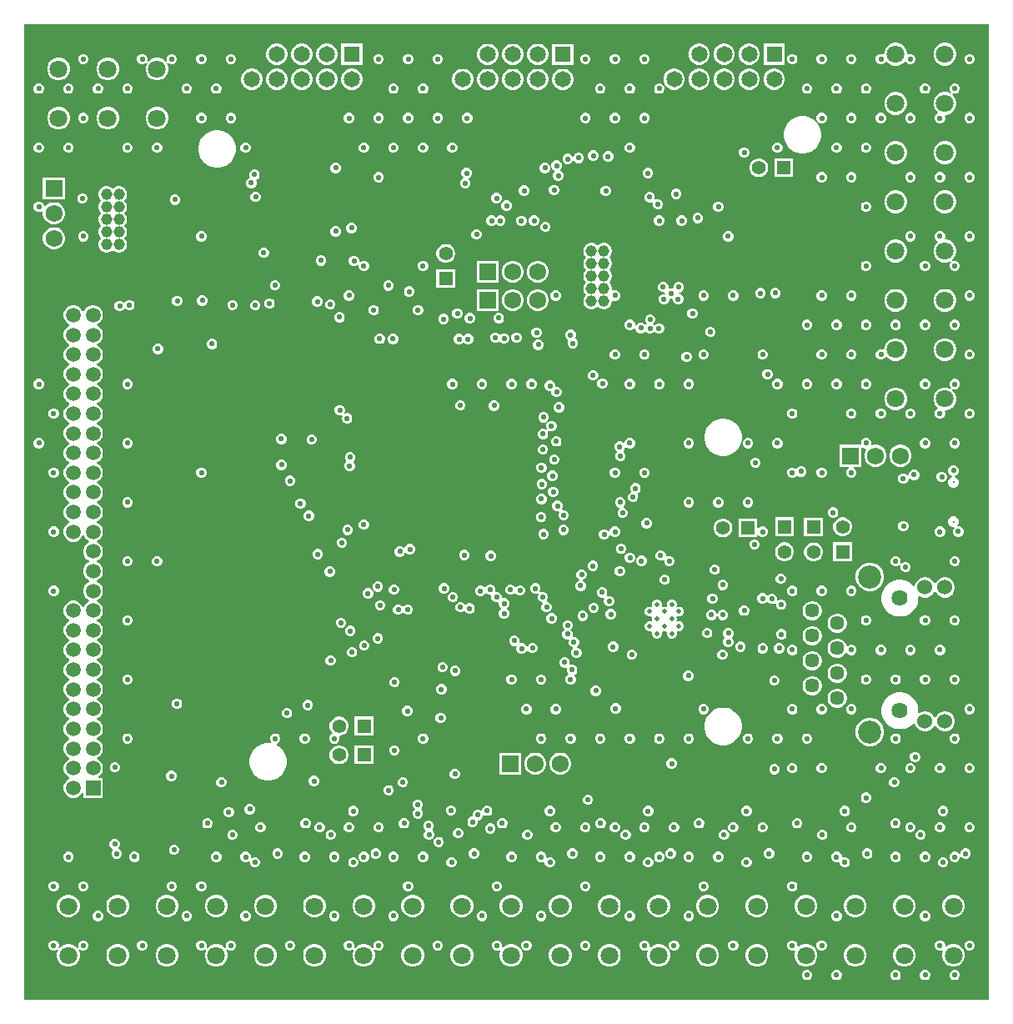
<source format=gbr>
%TF.GenerationSoftware,Altium Limited,Altium Designer,23.2.1 (34)*%
G04 Layer_Physical_Order=3*
G04 Layer_Color=16440176*
%FSLAX45Y45*%
%MOMM*%
%TF.SameCoordinates,E03F68C1-AF85-4BEE-8195-23707F47E9CF*%
%TF.FilePolarity,Positive*%
%TF.FileFunction,Copper,L3,Inr,Signal*%
%TF.Part,Single*%
G01*
G75*
%TA.AperFunction,ComponentPad*%
%ADD56C,1.62500*%
%ADD57C,2.35500*%
%ADD58C,1.53000*%
%ADD59C,1.44600*%
%ADD60C,0.27500*%
%ADD61C,1.72500*%
%ADD62R,1.72500X1.72500*%
%ADD63C,1.40000*%
%ADD64R,1.40000X1.40000*%
%ADD65R,1.72500X1.72500*%
%ADD66R,1.40000X1.40000*%
%ADD67R,1.50000X1.50000*%
%ADD68C,1.50000*%
%ADD69R,1.65000X1.65000*%
%ADD70C,1.65000*%
%ADD71C,1.15000*%
%ADD72C,1.80000*%
%TA.AperFunction,ViaPad*%
%ADD73C,0.55000*%
%ADD74C,0.50000*%
G36*
X20750000Y2150000D02*
X10950000D01*
Y12050000D01*
X20750000D01*
Y2150000D01*
D02*
G37*
%LPC*%
G36*
X19815193Y11865400D02*
X19784807D01*
X19755457Y11857536D01*
X19729143Y11842343D01*
X19707657Y11820857D01*
X19692465Y11794543D01*
X19684599Y11765193D01*
Y11756667D01*
X19671899Y11748181D01*
X19660516Y11752896D01*
X19639471D01*
X19620029Y11744843D01*
X19605148Y11729962D01*
X19597095Y11710519D01*
Y11689474D01*
X19605148Y11670031D01*
X19620029Y11655150D01*
X19639471Y11647097D01*
X19660516D01*
X19679959Y11655150D01*
X19694839Y11670031D01*
X19696786Y11674728D01*
X19710983Y11675817D01*
X19729143Y11657657D01*
X19755457Y11642465D01*
X19784807Y11634600D01*
X19815193D01*
X19844543Y11642465D01*
X19870857Y11657657D01*
X19889008Y11675808D01*
X19903207Y11674714D01*
X19905148Y11670031D01*
X19920029Y11655150D01*
X19939471Y11647097D01*
X19960516D01*
X19979959Y11655150D01*
X19994839Y11670031D01*
X20002895Y11689474D01*
Y11710519D01*
X19994839Y11729962D01*
X19979959Y11744843D01*
X19960516Y11752896D01*
X19939471D01*
X19928101Y11748186D01*
X19915401Y11756672D01*
Y11765193D01*
X19907535Y11794543D01*
X19892343Y11820857D01*
X19870857Y11842343D01*
X19844543Y11857536D01*
X19815193Y11865400D01*
D02*
G37*
G36*
X12460519Y11752896D02*
X12439474D01*
X12420031Y11744843D01*
X12405150Y11729962D01*
X12397096Y11710519D01*
Y11689474D01*
X12400922Y11680239D01*
X12390155Y11673044D01*
X12370857Y11692343D01*
X12344543Y11707535D01*
X12315193Y11715400D01*
X12284807D01*
X12255457Y11707535D01*
X12229143Y11692343D01*
X12209832Y11673032D01*
X12199065Y11680226D01*
X12202896Y11689474D01*
Y11710519D01*
X12194843Y11729962D01*
X12179962Y11744843D01*
X12160519Y11752896D01*
X12139474D01*
X12120031Y11744843D01*
X12105150Y11729962D01*
X12097096Y11710519D01*
Y11689474D01*
X12105150Y11670031D01*
X12120031Y11655150D01*
X12139474Y11647097D01*
X12160519D01*
X12179962Y11655150D01*
X12189337Y11664526D01*
X12199500Y11656728D01*
X12192465Y11644543D01*
X12184600Y11615193D01*
Y11584807D01*
X12192465Y11555457D01*
X12207657Y11529143D01*
X12229143Y11507657D01*
X12255457Y11492464D01*
X12284807Y11484600D01*
X12315193D01*
X12344543Y11492464D01*
X12370857Y11507657D01*
X12392343Y11529143D01*
X12407536Y11555457D01*
X12415400Y11584807D01*
Y11615193D01*
X12407536Y11644543D01*
X12400511Y11656709D01*
X12410673Y11664508D01*
X12420031Y11655150D01*
X12439474Y11647097D01*
X12460519D01*
X12479962Y11655150D01*
X12494842Y11670031D01*
X12502896Y11689474D01*
Y11710519D01*
X12494842Y11729962D01*
X12479962Y11744843D01*
X12460519Y11752896D01*
D02*
G37*
G36*
X20560516D02*
X20539471D01*
X20520029Y11744843D01*
X20505147Y11729962D01*
X20497095Y11710519D01*
Y11689474D01*
X20505147Y11670031D01*
X20520029Y11655150D01*
X20539471Y11647097D01*
X20560516D01*
X20579959Y11655150D01*
X20594839Y11670031D01*
X20602895Y11689474D01*
Y11710519D01*
X20594839Y11729962D01*
X20579959Y11744843D01*
X20560516Y11752896D01*
D02*
G37*
G36*
X19360516D02*
X19339471D01*
X19320029Y11744843D01*
X19305148Y11729962D01*
X19297095Y11710519D01*
Y11689474D01*
X19305148Y11670031D01*
X19320029Y11655150D01*
X19339471Y11647097D01*
X19360516D01*
X19379959Y11655150D01*
X19394839Y11670031D01*
X19402895Y11689474D01*
Y11710519D01*
X19394839Y11729962D01*
X19379959Y11744843D01*
X19360516Y11752896D01*
D02*
G37*
G36*
X19060516D02*
X19039471D01*
X19020029Y11744843D01*
X19005148Y11729962D01*
X18997095Y11710519D01*
Y11689474D01*
X19005148Y11670031D01*
X19020029Y11655150D01*
X19039471Y11647097D01*
X19060516D01*
X19079961Y11655150D01*
X19094839Y11670031D01*
X19102895Y11689474D01*
Y11710519D01*
X19094839Y11729962D01*
X19079961Y11744843D01*
X19060516Y11752896D01*
D02*
G37*
G36*
X18760516D02*
X18739471D01*
X18720029Y11744843D01*
X18705148Y11729962D01*
X18697095Y11710519D01*
Y11689474D01*
X18705148Y11670031D01*
X18720029Y11655150D01*
X18739471Y11647097D01*
X18760516D01*
X18779961Y11655150D01*
X18794839Y11670031D01*
X18802895Y11689474D01*
Y11710519D01*
X18794839Y11729962D01*
X18779961Y11744843D01*
X18760516Y11752896D01*
D02*
G37*
G36*
X17260516D02*
X17239471D01*
X17220029Y11744843D01*
X17205148Y11729962D01*
X17197095Y11710519D01*
Y11689474D01*
X17205148Y11670031D01*
X17220029Y11655150D01*
X17239471Y11647097D01*
X17260516D01*
X17279961Y11655150D01*
X17294841Y11670031D01*
X17302895Y11689474D01*
Y11710519D01*
X17294841Y11729962D01*
X17279961Y11744843D01*
X17260516Y11752896D01*
D02*
G37*
G36*
X16960516D02*
X16939471D01*
X16920029Y11744843D01*
X16905148Y11729962D01*
X16897095Y11710519D01*
Y11689474D01*
X16905148Y11670031D01*
X16920029Y11655150D01*
X16939471Y11647097D01*
X16960516D01*
X16979961Y11655150D01*
X16994841Y11670031D01*
X17002895Y11689474D01*
Y11710519D01*
X16994841Y11729962D01*
X16979961Y11744843D01*
X16960516Y11752896D01*
D02*
G37*
G36*
X16660516D02*
X16639471D01*
X16620029Y11744843D01*
X16605148Y11729962D01*
X16597095Y11710519D01*
Y11689474D01*
X16605148Y11670031D01*
X16620029Y11655150D01*
X16639471Y11647097D01*
X16660516D01*
X16679961Y11655150D01*
X16694841Y11670031D01*
X16702895Y11689474D01*
Y11710519D01*
X16694841Y11729962D01*
X16679961Y11744843D01*
X16660516Y11752896D01*
D02*
G37*
G36*
X15160518D02*
X15139473D01*
X15120030Y11744843D01*
X15105148Y11729962D01*
X15097096Y11710519D01*
Y11689474D01*
X15105148Y11670031D01*
X15120030Y11655150D01*
X15139473Y11647097D01*
X15160518D01*
X15179961Y11655150D01*
X15194843Y11670031D01*
X15202895Y11689474D01*
Y11710519D01*
X15194843Y11729962D01*
X15179961Y11744843D01*
X15160518Y11752896D01*
D02*
G37*
G36*
X14860518D02*
X14839473D01*
X14820030Y11744843D01*
X14805148Y11729962D01*
X14797096Y11710519D01*
Y11689474D01*
X14805148Y11670031D01*
X14820030Y11655150D01*
X14839473Y11647097D01*
X14860518D01*
X14879961Y11655150D01*
X14894843Y11670031D01*
X14902895Y11689474D01*
Y11710519D01*
X14894843Y11729962D01*
X14879961Y11744843D01*
X14860518Y11752896D01*
D02*
G37*
G36*
X14560518D02*
X14539473D01*
X14520030Y11744843D01*
X14505148Y11729962D01*
X14497096Y11710519D01*
Y11689474D01*
X14505148Y11670031D01*
X14520030Y11655150D01*
X14539473Y11647097D01*
X14560518D01*
X14579961Y11655150D01*
X14594843Y11670031D01*
X14602895Y11689474D01*
Y11710519D01*
X14594843Y11729962D01*
X14579961Y11744843D01*
X14560518Y11752896D01*
D02*
G37*
G36*
X13060518D02*
X13039474D01*
X13020032Y11744843D01*
X13005150Y11729962D01*
X12997096Y11710519D01*
Y11689474D01*
X13005150Y11670031D01*
X13020032Y11655150D01*
X13039474Y11647097D01*
X13060518D01*
X13079961Y11655150D01*
X13094843Y11670031D01*
X13102896Y11689474D01*
Y11710519D01*
X13094843Y11729962D01*
X13079961Y11744843D01*
X13060518Y11752896D01*
D02*
G37*
G36*
X12760519D02*
X12739474D01*
X12720031Y11744843D01*
X12705150Y11729962D01*
X12697096Y11710519D01*
Y11689474D01*
X12705150Y11670031D01*
X12720031Y11655150D01*
X12739474Y11647097D01*
X12760519D01*
X12779961Y11655150D01*
X12794842Y11670031D01*
X12802896Y11689474D01*
Y11710519D01*
X12794842Y11729962D01*
X12779961Y11744843D01*
X12760519Y11752896D01*
D02*
G37*
G36*
X11560519D02*
X11539474D01*
X11520031Y11744843D01*
X11505150Y11729962D01*
X11497097Y11710519D01*
Y11689474D01*
X11505150Y11670031D01*
X11520031Y11655150D01*
X11539474Y11647097D01*
X11560519D01*
X11579962Y11655150D01*
X11594843Y11670031D01*
X11602896Y11689474D01*
Y11710519D01*
X11594843Y11729962D01*
X11579962Y11744843D01*
X11560519Y11752896D01*
D02*
G37*
G36*
X18674339Y11857900D02*
X18458540D01*
Y11642100D01*
X18674339D01*
Y11857900D01*
D02*
G37*
G36*
X18326645D02*
X18298235D01*
X18270792Y11850547D01*
X18246188Y11836341D01*
X18226099Y11816252D01*
X18211893Y11791648D01*
X18204539Y11764205D01*
Y11735795D01*
X18211893Y11708352D01*
X18226099Y11683748D01*
X18246188Y11663658D01*
X18270792Y11649453D01*
X18298235Y11642100D01*
X18326645D01*
X18354088Y11649453D01*
X18378693Y11663658D01*
X18398782Y11683748D01*
X18412987Y11708352D01*
X18420340Y11735795D01*
Y11764205D01*
X18412987Y11791648D01*
X18398782Y11816252D01*
X18378693Y11836341D01*
X18354088Y11850547D01*
X18326645Y11857900D01*
D02*
G37*
G36*
X18072646D02*
X18044235D01*
X18016792Y11850547D01*
X17992188Y11836341D01*
X17972099Y11816252D01*
X17957893Y11791648D01*
X17950540Y11764205D01*
Y11735795D01*
X17957893Y11708352D01*
X17972099Y11683748D01*
X17992188Y11663658D01*
X18016792Y11649453D01*
X18044235Y11642100D01*
X18072646D01*
X18100089Y11649453D01*
X18124692Y11663658D01*
X18144781Y11683748D01*
X18158987Y11708352D01*
X18166341Y11735795D01*
Y11764205D01*
X18158987Y11791648D01*
X18144781Y11816252D01*
X18124692Y11836341D01*
X18100089Y11850547D01*
X18072646Y11857900D01*
D02*
G37*
G36*
X17818645D02*
X17790234D01*
X17762791Y11850547D01*
X17738188Y11836341D01*
X17718098Y11816252D01*
X17703893Y11791648D01*
X17696539Y11764205D01*
Y11735795D01*
X17703893Y11708352D01*
X17718098Y11683748D01*
X17738188Y11663658D01*
X17762791Y11649453D01*
X17790234Y11642100D01*
X17818645D01*
X17846088Y11649453D01*
X17870692Y11663658D01*
X17890782Y11683748D01*
X17904987Y11708352D01*
X17912340Y11735795D01*
Y11764205D01*
X17904987Y11791648D01*
X17890782Y11816252D01*
X17870692Y11836341D01*
X17846088Y11850547D01*
X17818645Y11857900D01*
D02*
G37*
G36*
X14385240Y11855400D02*
X14169440D01*
Y11639600D01*
X14385240D01*
Y11855400D01*
D02*
G37*
G36*
X14037544D02*
X14009135D01*
X13981693Y11848047D01*
X13957088Y11833841D01*
X13937000Y11813752D01*
X13922794Y11789148D01*
X13915440Y11761705D01*
Y11733295D01*
X13922794Y11705852D01*
X13937000Y11681248D01*
X13957088Y11661159D01*
X13981693Y11646953D01*
X14009135Y11639600D01*
X14037544D01*
X14064989Y11646953D01*
X14089592Y11661159D01*
X14109682Y11681248D01*
X14123888Y11705852D01*
X14131239Y11733295D01*
Y11761705D01*
X14123888Y11789148D01*
X14109682Y11813752D01*
X14089592Y11833841D01*
X14064989Y11848047D01*
X14037544Y11855400D01*
D02*
G37*
G36*
X13783545D02*
X13755135D01*
X13727692Y11848047D01*
X13703088Y11833841D01*
X13682999Y11813752D01*
X13668793Y11789148D01*
X13661440Y11761705D01*
Y11733295D01*
X13668793Y11705852D01*
X13682999Y11681248D01*
X13703088Y11661159D01*
X13727692Y11646953D01*
X13755135Y11639600D01*
X13783545D01*
X13810988Y11646953D01*
X13835593Y11661159D01*
X13855681Y11681248D01*
X13869887Y11705852D01*
X13877240Y11733295D01*
Y11761705D01*
X13869887Y11789148D01*
X13855681Y11813752D01*
X13835593Y11833841D01*
X13810988Y11848047D01*
X13783545Y11855400D01*
D02*
G37*
G36*
X13529546D02*
X13501135D01*
X13473692Y11848047D01*
X13449088Y11833841D01*
X13428999Y11813752D01*
X13414793Y11789148D01*
X13407440Y11761705D01*
Y11733295D01*
X13414793Y11705852D01*
X13428999Y11681248D01*
X13449088Y11661159D01*
X13473692Y11646953D01*
X13501135Y11639600D01*
X13529546D01*
X13556989Y11646953D01*
X13581592Y11661159D01*
X13601682Y11681248D01*
X13615887Y11705852D01*
X13623241Y11733295D01*
Y11761705D01*
X13615887Y11789148D01*
X13601682Y11813752D01*
X13581592Y11833841D01*
X13556989Y11848047D01*
X13529546Y11855400D01*
D02*
G37*
G36*
X16527100Y11854980D02*
X16311301D01*
Y11639180D01*
X16527100D01*
Y11854980D01*
D02*
G37*
G36*
X16179405D02*
X16150995D01*
X16123552Y11847627D01*
X16098949Y11833422D01*
X16078859Y11813332D01*
X16064653Y11788728D01*
X16057300Y11761286D01*
Y11732875D01*
X16064653Y11705433D01*
X16078859Y11680828D01*
X16098949Y11660739D01*
X16123552Y11646533D01*
X16150995Y11639180D01*
X16179405D01*
X16206848Y11646533D01*
X16231451Y11660739D01*
X16251543Y11680828D01*
X16265747Y11705433D01*
X16273100Y11732875D01*
Y11761286D01*
X16265747Y11788728D01*
X16251543Y11813332D01*
X16231451Y11833422D01*
X16206848Y11847627D01*
X16179405Y11854980D01*
D02*
G37*
G36*
X15925404D02*
X15896996D01*
X15869553Y11847627D01*
X15844948Y11833422D01*
X15824860Y11813332D01*
X15810654Y11788728D01*
X15803300Y11761286D01*
Y11732875D01*
X15810654Y11705433D01*
X15824860Y11680828D01*
X15844948Y11660739D01*
X15869553Y11646533D01*
X15896996Y11639180D01*
X15925404D01*
X15952847Y11646533D01*
X15977452Y11660739D01*
X15997542Y11680828D01*
X16011748Y11705433D01*
X16019099Y11732875D01*
Y11761286D01*
X16011748Y11788728D01*
X15997542Y11813332D01*
X15977452Y11833422D01*
X15952847Y11847627D01*
X15925404Y11854980D01*
D02*
G37*
G36*
X15671405D02*
X15642995D01*
X15615552Y11847627D01*
X15590948Y11833422D01*
X15570859Y11813332D01*
X15556653Y11788728D01*
X15549300Y11761286D01*
Y11732875D01*
X15556653Y11705433D01*
X15570859Y11680828D01*
X15590948Y11660739D01*
X15615552Y11646533D01*
X15642995Y11639180D01*
X15671405D01*
X15698848Y11646533D01*
X15723453Y11660739D01*
X15743542Y11680828D01*
X15757747Y11705433D01*
X15765100Y11732875D01*
Y11761286D01*
X15757747Y11788728D01*
X15743542Y11813332D01*
X15723453Y11833422D01*
X15698848Y11847627D01*
X15671405Y11854980D01*
D02*
G37*
G36*
X20315193Y11865400D02*
X20284807D01*
X20255457Y11857536D01*
X20229143Y11842343D01*
X20207657Y11820857D01*
X20192465Y11794543D01*
X20184599Y11765193D01*
Y11734807D01*
X20192465Y11705457D01*
X20207657Y11679143D01*
X20229143Y11657657D01*
X20255457Y11642465D01*
X20284807Y11634600D01*
X20315193D01*
X20344543Y11642465D01*
X20370857Y11657657D01*
X20392343Y11679143D01*
X20407536Y11705457D01*
X20415401Y11734807D01*
Y11765193D01*
X20407536Y11794543D01*
X20392343Y11820857D01*
X20370857Y11842343D01*
X20344543Y11857536D01*
X20315193Y11865400D01*
D02*
G37*
G36*
X11815193Y11715400D02*
X11784807D01*
X11755457Y11707535D01*
X11729143Y11692343D01*
X11707657Y11670857D01*
X11692465Y11644543D01*
X11684600Y11615193D01*
Y11584807D01*
X11692465Y11555457D01*
X11707657Y11529143D01*
X11729143Y11507657D01*
X11755457Y11492464D01*
X11784807Y11484600D01*
X11815193D01*
X11844543Y11492464D01*
X11870857Y11507657D01*
X11892343Y11529143D01*
X11907535Y11555457D01*
X11915400Y11584807D01*
Y11615193D01*
X11907535Y11644543D01*
X11892343Y11670857D01*
X11870857Y11692343D01*
X11844543Y11707535D01*
X11815193Y11715400D01*
D02*
G37*
G36*
X11315193D02*
X11284807D01*
X11255457Y11707535D01*
X11229143Y11692343D01*
X11207657Y11670857D01*
X11192465Y11644543D01*
X11184600Y11615193D01*
Y11584807D01*
X11192465Y11555457D01*
X11207657Y11529143D01*
X11229143Y11507657D01*
X11255457Y11492464D01*
X11284807Y11484600D01*
X11315193D01*
X11344543Y11492464D01*
X11370857Y11507657D01*
X11392343Y11529143D01*
X11407535Y11555457D01*
X11415400Y11584807D01*
Y11615193D01*
X11407535Y11644543D01*
X11392343Y11670857D01*
X11370857Y11692343D01*
X11344543Y11707535D01*
X11315193Y11715400D01*
D02*
G37*
G36*
X18580646Y11603900D02*
X18552235D01*
X18524792Y11596547D01*
X18500188Y11582341D01*
X18480099Y11562252D01*
X18465894Y11537648D01*
X18458540Y11510205D01*
Y11481795D01*
X18465894Y11454352D01*
X18480099Y11429748D01*
X18500188Y11409658D01*
X18524792Y11395453D01*
X18552235Y11388100D01*
X18580646D01*
X18608089Y11395453D01*
X18632692Y11409658D01*
X18652782Y11429748D01*
X18666988Y11454352D01*
X18674339Y11481795D01*
Y11510205D01*
X18666988Y11537648D01*
X18652782Y11562252D01*
X18632692Y11582341D01*
X18608089Y11596547D01*
X18580646Y11603900D01*
D02*
G37*
G36*
X18326645D02*
X18298235D01*
X18270792Y11596547D01*
X18246188Y11582341D01*
X18226099Y11562252D01*
X18211893Y11537648D01*
X18204539Y11510205D01*
Y11481795D01*
X18211893Y11454352D01*
X18226099Y11429748D01*
X18246188Y11409658D01*
X18270792Y11395453D01*
X18298235Y11388100D01*
X18326645D01*
X18354088Y11395453D01*
X18378693Y11409658D01*
X18398782Y11429748D01*
X18412987Y11454352D01*
X18420340Y11481795D01*
Y11510205D01*
X18412987Y11537648D01*
X18398782Y11562252D01*
X18378693Y11582341D01*
X18354088Y11596547D01*
X18326645Y11603900D01*
D02*
G37*
G36*
X18072646D02*
X18044235D01*
X18016792Y11596547D01*
X17992188Y11582341D01*
X17972099Y11562252D01*
X17957893Y11537648D01*
X17950540Y11510205D01*
Y11481795D01*
X17957893Y11454352D01*
X17972099Y11429748D01*
X17992188Y11409658D01*
X18016792Y11395453D01*
X18044235Y11388100D01*
X18072646D01*
X18100089Y11395453D01*
X18124692Y11409658D01*
X18144781Y11429748D01*
X18158987Y11454352D01*
X18166341Y11481795D01*
Y11510205D01*
X18158987Y11537648D01*
X18144781Y11562252D01*
X18124692Y11582341D01*
X18100089Y11596547D01*
X18072646Y11603900D01*
D02*
G37*
G36*
X17818645D02*
X17790234D01*
X17762791Y11596547D01*
X17738188Y11582341D01*
X17718098Y11562252D01*
X17703893Y11537648D01*
X17696539Y11510205D01*
Y11481795D01*
X17703893Y11454352D01*
X17718098Y11429748D01*
X17738188Y11409658D01*
X17762791Y11395453D01*
X17790234Y11388100D01*
X17818645D01*
X17846088Y11395453D01*
X17870692Y11409658D01*
X17890782Y11429748D01*
X17904987Y11454352D01*
X17912340Y11481795D01*
Y11510205D01*
X17904987Y11537648D01*
X17890782Y11562252D01*
X17870692Y11582341D01*
X17846088Y11596547D01*
X17818645Y11603900D01*
D02*
G37*
G36*
X17564645D02*
X17536235D01*
X17508792Y11596547D01*
X17484187Y11582341D01*
X17464099Y11562252D01*
X17449893Y11537648D01*
X17442540Y11510205D01*
Y11481795D01*
X17449893Y11454352D01*
X17464099Y11429748D01*
X17484187Y11409658D01*
X17508792Y11395453D01*
X17536235Y11388100D01*
X17564645D01*
X17592088Y11395453D01*
X17616692Y11409658D01*
X17636781Y11429748D01*
X17650987Y11454352D01*
X17658340Y11481795D01*
Y11510205D01*
X17650987Y11537648D01*
X17636781Y11562252D01*
X17616692Y11582341D01*
X17592088Y11596547D01*
X17564645Y11603900D01*
D02*
G37*
G36*
X14291545Y11601400D02*
X14263135D01*
X14235692Y11594047D01*
X14211089Y11579841D01*
X14190999Y11559752D01*
X14176793Y11535148D01*
X14169440Y11507705D01*
Y11479295D01*
X14176793Y11451852D01*
X14190999Y11427248D01*
X14211089Y11407159D01*
X14235692Y11392953D01*
X14263135Y11385600D01*
X14291545D01*
X14318988Y11392953D01*
X14343591Y11407159D01*
X14363681Y11427248D01*
X14377887Y11451852D01*
X14385240Y11479295D01*
Y11507705D01*
X14377887Y11535148D01*
X14363681Y11559752D01*
X14343591Y11579841D01*
X14318988Y11594047D01*
X14291545Y11601400D01*
D02*
G37*
G36*
X14037544D02*
X14009135D01*
X13981693Y11594047D01*
X13957088Y11579841D01*
X13937000Y11559752D01*
X13922794Y11535148D01*
X13915440Y11507705D01*
Y11479295D01*
X13922794Y11451852D01*
X13937000Y11427248D01*
X13957088Y11407159D01*
X13981693Y11392953D01*
X14009135Y11385600D01*
X14037544D01*
X14064989Y11392953D01*
X14089592Y11407159D01*
X14109682Y11427248D01*
X14123888Y11451852D01*
X14131239Y11479295D01*
Y11507705D01*
X14123888Y11535148D01*
X14109682Y11559752D01*
X14089592Y11579841D01*
X14064989Y11594047D01*
X14037544Y11601400D01*
D02*
G37*
G36*
X13783545D02*
X13755135D01*
X13727692Y11594047D01*
X13703088Y11579841D01*
X13682999Y11559752D01*
X13668793Y11535148D01*
X13661440Y11507705D01*
Y11479295D01*
X13668793Y11451852D01*
X13682999Y11427248D01*
X13703088Y11407159D01*
X13727692Y11392953D01*
X13755135Y11385600D01*
X13783545D01*
X13810988Y11392953D01*
X13835593Y11407159D01*
X13855681Y11427248D01*
X13869887Y11451852D01*
X13877240Y11479295D01*
Y11507705D01*
X13869887Y11535148D01*
X13855681Y11559752D01*
X13835593Y11579841D01*
X13810988Y11594047D01*
X13783545Y11601400D01*
D02*
G37*
G36*
X13529546D02*
X13501135D01*
X13473692Y11594047D01*
X13449088Y11579841D01*
X13428999Y11559752D01*
X13414793Y11535148D01*
X13407440Y11507705D01*
Y11479295D01*
X13414793Y11451852D01*
X13428999Y11427248D01*
X13449088Y11407159D01*
X13473692Y11392953D01*
X13501135Y11385600D01*
X13529546D01*
X13556989Y11392953D01*
X13581592Y11407159D01*
X13601682Y11427248D01*
X13615887Y11451852D01*
X13623241Y11479295D01*
Y11507705D01*
X13615887Y11535148D01*
X13601682Y11559752D01*
X13581592Y11579841D01*
X13556989Y11594047D01*
X13529546Y11601400D01*
D02*
G37*
G36*
X13275545D02*
X13247134D01*
X13219691Y11594047D01*
X13195088Y11579841D01*
X13174998Y11559752D01*
X13160793Y11535148D01*
X13153439Y11507705D01*
Y11479295D01*
X13160793Y11451852D01*
X13174998Y11427248D01*
X13195088Y11407159D01*
X13219691Y11392953D01*
X13247134Y11385600D01*
X13275545D01*
X13302988Y11392953D01*
X13327592Y11407159D01*
X13347681Y11427248D01*
X13361887Y11451852D01*
X13369240Y11479295D01*
Y11507705D01*
X13361887Y11535148D01*
X13347681Y11559752D01*
X13327592Y11579841D01*
X13302988Y11594047D01*
X13275545Y11601400D01*
D02*
G37*
G36*
X16433405Y11600980D02*
X16404996D01*
X16377551Y11593627D01*
X16352948Y11579422D01*
X16332858Y11559332D01*
X16318652Y11534728D01*
X16311301Y11507286D01*
Y11478875D01*
X16318652Y11451433D01*
X16332858Y11426828D01*
X16352948Y11406739D01*
X16377551Y11392533D01*
X16404996Y11385180D01*
X16433405D01*
X16460847Y11392533D01*
X16485452Y11406739D01*
X16505542Y11426828D01*
X16519746Y11451433D01*
X16527100Y11478875D01*
Y11507286D01*
X16519746Y11534728D01*
X16505542Y11559332D01*
X16485452Y11579422D01*
X16460847Y11593627D01*
X16433405Y11600980D01*
D02*
G37*
G36*
X16179405D02*
X16150995D01*
X16123552Y11593627D01*
X16098949Y11579422D01*
X16078859Y11559332D01*
X16064653Y11534728D01*
X16057300Y11507286D01*
Y11478875D01*
X16064653Y11451433D01*
X16078859Y11426828D01*
X16098949Y11406739D01*
X16123552Y11392533D01*
X16150995Y11385180D01*
X16179405D01*
X16206848Y11392533D01*
X16231451Y11406739D01*
X16251543Y11426828D01*
X16265747Y11451433D01*
X16273100Y11478875D01*
Y11507286D01*
X16265747Y11534728D01*
X16251543Y11559332D01*
X16231451Y11579422D01*
X16206848Y11593627D01*
X16179405Y11600980D01*
D02*
G37*
G36*
X15925404D02*
X15896996D01*
X15869553Y11593627D01*
X15844948Y11579422D01*
X15824860Y11559332D01*
X15810654Y11534728D01*
X15803300Y11507286D01*
Y11478875D01*
X15810654Y11451433D01*
X15824860Y11426828D01*
X15844948Y11406739D01*
X15869553Y11392533D01*
X15896996Y11385180D01*
X15925404D01*
X15952847Y11392533D01*
X15977452Y11406739D01*
X15997542Y11426828D01*
X16011748Y11451433D01*
X16019099Y11478875D01*
Y11507286D01*
X16011748Y11534728D01*
X15997542Y11559332D01*
X15977452Y11579422D01*
X15952847Y11593627D01*
X15925404Y11600980D01*
D02*
G37*
G36*
X15671405D02*
X15642995D01*
X15615552Y11593627D01*
X15590948Y11579422D01*
X15570859Y11559332D01*
X15556653Y11534728D01*
X15549300Y11507286D01*
Y11478875D01*
X15556653Y11451433D01*
X15570859Y11426828D01*
X15590948Y11406739D01*
X15615552Y11392533D01*
X15642995Y11385180D01*
X15671405D01*
X15698848Y11392533D01*
X15723453Y11406739D01*
X15743542Y11426828D01*
X15757747Y11451433D01*
X15765100Y11478875D01*
Y11507286D01*
X15757747Y11534728D01*
X15743542Y11559332D01*
X15723453Y11579422D01*
X15698848Y11593627D01*
X15671405Y11600980D01*
D02*
G37*
G36*
X15417406D02*
X15388995D01*
X15361552Y11593627D01*
X15336948Y11579422D01*
X15316859Y11559332D01*
X15302654Y11534728D01*
X15295300Y11507286D01*
Y11478875D01*
X15302654Y11451433D01*
X15316859Y11426828D01*
X15336948Y11406739D01*
X15361552Y11392533D01*
X15388995Y11385180D01*
X15417406D01*
X15444849Y11392533D01*
X15469452Y11406739D01*
X15489542Y11426828D01*
X15503748Y11451433D01*
X15511099Y11478875D01*
Y11507286D01*
X15503748Y11534728D01*
X15489542Y11559332D01*
X15469452Y11579422D01*
X15444849Y11593627D01*
X15417406Y11600980D01*
D02*
G37*
G36*
X20410516Y11452896D02*
X20389471D01*
X20370029Y11444843D01*
X20355148Y11429962D01*
X20347095Y11410519D01*
Y11389474D01*
X20355148Y11370031D01*
X20364500Y11360679D01*
X20356702Y11350516D01*
X20344540Y11357538D01*
X20315190Y11365402D01*
X20284805D01*
X20255455Y11357538D01*
X20229140Y11342345D01*
X20207655Y11320860D01*
X20192462Y11294545D01*
X20184598Y11265195D01*
Y11234810D01*
X20192462Y11205460D01*
X20207655Y11179145D01*
X20225813Y11160986D01*
X20224725Y11146788D01*
X20220029Y11144843D01*
X20205148Y11129962D01*
X20197095Y11110519D01*
Y11089474D01*
X20205148Y11070031D01*
X20220029Y11055150D01*
X20239471Y11047097D01*
X20260516D01*
X20279959Y11055150D01*
X20294839Y11070031D01*
X20302895Y11089474D01*
Y11110519D01*
X20298178Y11121902D01*
X20306664Y11134603D01*
X20315190D01*
X20344540Y11142467D01*
X20370856Y11157660D01*
X20392340Y11179145D01*
X20407533Y11205460D01*
X20415398Y11234810D01*
Y11265195D01*
X20407533Y11294545D01*
X20392340Y11320860D01*
X20373045Y11340154D01*
X20380240Y11350920D01*
X20389471Y11347097D01*
X20410516D01*
X20429959Y11355150D01*
X20444839Y11370031D01*
X20452895Y11389474D01*
Y11410519D01*
X20444839Y11429962D01*
X20429959Y11444843D01*
X20410516Y11452896D01*
D02*
G37*
G36*
X20110516D02*
X20089471D01*
X20070029Y11444843D01*
X20055148Y11429962D01*
X20047095Y11410519D01*
Y11389474D01*
X20055148Y11370031D01*
X20070029Y11355150D01*
X20089471Y11347097D01*
X20110516D01*
X20129959Y11355150D01*
X20144839Y11370031D01*
X20152895Y11389474D01*
Y11410519D01*
X20144839Y11429962D01*
X20129959Y11444843D01*
X20110516Y11452896D01*
D02*
G37*
G36*
X19510516D02*
X19489471D01*
X19470029Y11444843D01*
X19455148Y11429962D01*
X19447095Y11410519D01*
Y11389474D01*
X19455148Y11370031D01*
X19470029Y11355150D01*
X19489471Y11347097D01*
X19510516D01*
X19529959Y11355150D01*
X19544839Y11370031D01*
X19552895Y11389474D01*
Y11410519D01*
X19544839Y11429962D01*
X19529959Y11444843D01*
X19510516Y11452896D01*
D02*
G37*
G36*
X19210516D02*
X19189471D01*
X19170029Y11444843D01*
X19155148Y11429962D01*
X19147095Y11410519D01*
Y11389474D01*
X19155148Y11370031D01*
X19170029Y11355150D01*
X19189471Y11347097D01*
X19210516D01*
X19229961Y11355150D01*
X19244839Y11370031D01*
X19252895Y11389474D01*
Y11410519D01*
X19244839Y11429962D01*
X19229961Y11444843D01*
X19210516Y11452896D01*
D02*
G37*
G36*
X18910516D02*
X18889471D01*
X18870029Y11444843D01*
X18855148Y11429962D01*
X18847095Y11410519D01*
Y11389474D01*
X18855148Y11370031D01*
X18870029Y11355150D01*
X18889471Y11347097D01*
X18910516D01*
X18929961Y11355150D01*
X18944839Y11370031D01*
X18952895Y11389474D01*
Y11410519D01*
X18944839Y11429962D01*
X18929961Y11444843D01*
X18910516Y11452896D01*
D02*
G37*
G36*
X17410516D02*
X17389471D01*
X17370029Y11444843D01*
X17355148Y11429962D01*
X17347095Y11410519D01*
Y11389474D01*
X17355148Y11370031D01*
X17370029Y11355150D01*
X17389471Y11347097D01*
X17410516D01*
X17429961Y11355150D01*
X17444841Y11370031D01*
X17452895Y11389474D01*
Y11410519D01*
X17444841Y11429962D01*
X17429961Y11444843D01*
X17410516Y11452896D01*
D02*
G37*
G36*
X17110516D02*
X17089471D01*
X17070029Y11444843D01*
X17055148Y11429962D01*
X17047095Y11410519D01*
Y11389474D01*
X17055148Y11370031D01*
X17070029Y11355150D01*
X17089471Y11347097D01*
X17110516D01*
X17129961Y11355150D01*
X17144841Y11370031D01*
X17152895Y11389474D01*
Y11410519D01*
X17144841Y11429962D01*
X17129961Y11444843D01*
X17110516Y11452896D01*
D02*
G37*
G36*
X16810516D02*
X16789471D01*
X16770029Y11444843D01*
X16755148Y11429962D01*
X16747095Y11410519D01*
Y11389474D01*
X16755148Y11370031D01*
X16770029Y11355150D01*
X16789471Y11347097D01*
X16810516D01*
X16829961Y11355150D01*
X16844841Y11370031D01*
X16852895Y11389474D01*
Y11410519D01*
X16844841Y11429962D01*
X16829961Y11444843D01*
X16810516Y11452896D01*
D02*
G37*
G36*
X15010518D02*
X14989473D01*
X14970030Y11444843D01*
X14955148Y11429962D01*
X14947096Y11410519D01*
Y11389474D01*
X14955148Y11370031D01*
X14970030Y11355150D01*
X14989473Y11347097D01*
X15010518D01*
X15029961Y11355150D01*
X15044843Y11370031D01*
X15052895Y11389474D01*
Y11410519D01*
X15044843Y11429962D01*
X15029961Y11444843D01*
X15010518Y11452896D01*
D02*
G37*
G36*
X14710518D02*
X14689473D01*
X14670030Y11444843D01*
X14655148Y11429962D01*
X14647096Y11410519D01*
Y11389474D01*
X14655148Y11370031D01*
X14670030Y11355150D01*
X14689473Y11347097D01*
X14710518D01*
X14729961Y11355150D01*
X14744843Y11370031D01*
X14752895Y11389474D01*
Y11410519D01*
X14744843Y11429962D01*
X14729961Y11444843D01*
X14710518Y11452896D01*
D02*
G37*
G36*
X12910519D02*
X12889474D01*
X12870032Y11444843D01*
X12855150Y11429962D01*
X12847096Y11410519D01*
Y11389474D01*
X12855150Y11370031D01*
X12870032Y11355150D01*
X12889474Y11347097D01*
X12910519D01*
X12929961Y11355150D01*
X12944843Y11370031D01*
X12952896Y11389474D01*
Y11410519D01*
X12944843Y11429962D01*
X12929961Y11444843D01*
X12910519Y11452896D01*
D02*
G37*
G36*
X12610519D02*
X12589474D01*
X12570031Y11444843D01*
X12555150Y11429962D01*
X12547096Y11410519D01*
Y11389474D01*
X12555150Y11370031D01*
X12570031Y11355150D01*
X12589474Y11347097D01*
X12610519D01*
X12629962Y11355150D01*
X12644842Y11370031D01*
X12652896Y11389474D01*
Y11410519D01*
X12644842Y11429962D01*
X12629962Y11444843D01*
X12610519Y11452896D01*
D02*
G37*
G36*
X12010519D02*
X11989474D01*
X11970031Y11444843D01*
X11955150Y11429962D01*
X11947097Y11410519D01*
Y11389474D01*
X11955150Y11370031D01*
X11970031Y11355150D01*
X11989474Y11347097D01*
X12010519D01*
X12029962Y11355150D01*
X12044843Y11370031D01*
X12052896Y11389474D01*
Y11410519D01*
X12044843Y11429962D01*
X12029962Y11444843D01*
X12010519Y11452896D01*
D02*
G37*
G36*
X11710519D02*
X11689474D01*
X11670031Y11444843D01*
X11655150Y11429962D01*
X11647097Y11410519D01*
Y11389474D01*
X11655150Y11370031D01*
X11670031Y11355150D01*
X11689474Y11347097D01*
X11710519D01*
X11729962Y11355150D01*
X11744843Y11370031D01*
X11752896Y11389474D01*
Y11410519D01*
X11744843Y11429962D01*
X11729962Y11444843D01*
X11710519Y11452896D01*
D02*
G37*
G36*
X11410519D02*
X11389474D01*
X11370031Y11444843D01*
X11355150Y11429962D01*
X11347097Y11410519D01*
Y11389474D01*
X11355150Y11370031D01*
X11370031Y11355150D01*
X11389474Y11347097D01*
X11410519D01*
X11429962Y11355150D01*
X11444843Y11370031D01*
X11452896Y11389474D01*
Y11410519D01*
X11444843Y11429962D01*
X11429962Y11444843D01*
X11410519Y11452896D01*
D02*
G37*
G36*
X11110519D02*
X11089474D01*
X11070031Y11444843D01*
X11055150Y11429962D01*
X11047097Y11410519D01*
Y11389474D01*
X11055150Y11370031D01*
X11070031Y11355150D01*
X11089474Y11347097D01*
X11110519D01*
X11129962Y11355150D01*
X11144843Y11370031D01*
X11152896Y11389474D01*
Y11410519D01*
X11144843Y11429962D01*
X11129962Y11444843D01*
X11110519Y11452896D01*
D02*
G37*
G36*
X19815190Y11365402D02*
X19784805D01*
X19755455Y11357538D01*
X19729140Y11342345D01*
X19707655Y11320860D01*
X19692462Y11294545D01*
X19684598Y11265195D01*
Y11234810D01*
X19692462Y11205460D01*
X19707655Y11179145D01*
X19729140Y11157660D01*
X19755455Y11142467D01*
X19784805Y11134603D01*
X19815190D01*
X19844540Y11142467D01*
X19870856Y11157660D01*
X19892340Y11179145D01*
X19907533Y11205460D01*
X19915398Y11234810D01*
Y11265195D01*
X19907533Y11294545D01*
X19892340Y11320860D01*
X19870856Y11342345D01*
X19844540Y11357538D01*
X19815190Y11365402D01*
D02*
G37*
G36*
X20560516Y11152896D02*
X20539471D01*
X20520029Y11144843D01*
X20505147Y11129962D01*
X20497095Y11110519D01*
Y11089474D01*
X20505147Y11070031D01*
X20520029Y11055150D01*
X20539471Y11047097D01*
X20560516D01*
X20579959Y11055150D01*
X20594839Y11070031D01*
X20602895Y11089474D01*
Y11110519D01*
X20594839Y11129962D01*
X20579959Y11144843D01*
X20560516Y11152896D01*
D02*
G37*
G36*
X19960516D02*
X19939471D01*
X19920029Y11144843D01*
X19905148Y11129962D01*
X19897095Y11110519D01*
Y11089474D01*
X19905148Y11070031D01*
X19920029Y11055150D01*
X19939471Y11047097D01*
X19960516D01*
X19979959Y11055150D01*
X19994839Y11070031D01*
X20002895Y11089474D01*
Y11110519D01*
X19994839Y11129962D01*
X19979959Y11144843D01*
X19960516Y11152896D01*
D02*
G37*
G36*
X19660516D02*
X19639471D01*
X19620029Y11144843D01*
X19605148Y11129962D01*
X19597095Y11110519D01*
Y11089474D01*
X19605148Y11070031D01*
X19620029Y11055150D01*
X19639471Y11047097D01*
X19660516D01*
X19679959Y11055150D01*
X19694839Y11070031D01*
X19702895Y11089474D01*
Y11110519D01*
X19694839Y11129962D01*
X19679959Y11144843D01*
X19660516Y11152896D01*
D02*
G37*
G36*
X19360516D02*
X19339471D01*
X19320029Y11144843D01*
X19305148Y11129962D01*
X19297095Y11110519D01*
Y11089474D01*
X19305148Y11070031D01*
X19320029Y11055150D01*
X19339471Y11047097D01*
X19360516D01*
X19379959Y11055150D01*
X19394839Y11070031D01*
X19402895Y11089474D01*
Y11110519D01*
X19394839Y11129962D01*
X19379959Y11144843D01*
X19360516Y11152896D01*
D02*
G37*
G36*
X19060516D02*
X19039471D01*
X19020029Y11144843D01*
X19005148Y11129962D01*
X18997095Y11110519D01*
Y11089474D01*
X19005148Y11070031D01*
X19020029Y11055150D01*
X19039471Y11047097D01*
X19060516D01*
X19079961Y11055150D01*
X19094839Y11070031D01*
X19102895Y11089474D01*
Y11110519D01*
X19094839Y11129962D01*
X19079961Y11144843D01*
X19060516Y11152896D01*
D02*
G37*
G36*
X17260516D02*
X17239471D01*
X17220029Y11144843D01*
X17205148Y11129962D01*
X17197095Y11110519D01*
Y11089474D01*
X17205148Y11070031D01*
X17220029Y11055150D01*
X17239471Y11047097D01*
X17260516D01*
X17279961Y11055150D01*
X17294841Y11070031D01*
X17302895Y11089474D01*
Y11110519D01*
X17294841Y11129962D01*
X17279961Y11144843D01*
X17260516Y11152896D01*
D02*
G37*
G36*
X16960516D02*
X16939471D01*
X16920029Y11144843D01*
X16905148Y11129962D01*
X16897095Y11110519D01*
Y11089474D01*
X16905148Y11070031D01*
X16920029Y11055150D01*
X16939471Y11047097D01*
X16960516D01*
X16979961Y11055150D01*
X16994841Y11070031D01*
X17002895Y11089474D01*
Y11110519D01*
X16994841Y11129962D01*
X16979961Y11144843D01*
X16960516Y11152896D01*
D02*
G37*
G36*
X16660516D02*
X16639471D01*
X16620029Y11144843D01*
X16605148Y11129962D01*
X16597095Y11110519D01*
Y11089474D01*
X16605148Y11070031D01*
X16620029Y11055150D01*
X16639471Y11047097D01*
X16660516D01*
X16679961Y11055150D01*
X16694841Y11070031D01*
X16702895Y11089474D01*
Y11110519D01*
X16694841Y11129962D01*
X16679961Y11144843D01*
X16660516Y11152896D01*
D02*
G37*
G36*
X15460518D02*
X15439473D01*
X15420030Y11144843D01*
X15405148Y11129962D01*
X15397095Y11110519D01*
Y11089474D01*
X15405148Y11070031D01*
X15420030Y11055150D01*
X15439473Y11047097D01*
X15460518D01*
X15479961Y11055150D01*
X15494843Y11070031D01*
X15502895Y11089474D01*
Y11110519D01*
X15494843Y11129962D01*
X15479961Y11144843D01*
X15460518Y11152896D01*
D02*
G37*
G36*
X15160518D02*
X15139473D01*
X15120030Y11144843D01*
X15105148Y11129962D01*
X15097096Y11110519D01*
Y11089474D01*
X15105148Y11070031D01*
X15120030Y11055150D01*
X15139473Y11047097D01*
X15160518D01*
X15179961Y11055150D01*
X15194843Y11070031D01*
X15202895Y11089474D01*
Y11110519D01*
X15194843Y11129962D01*
X15179961Y11144843D01*
X15160518Y11152896D01*
D02*
G37*
G36*
X14860518D02*
X14839473D01*
X14820030Y11144843D01*
X14805148Y11129962D01*
X14797096Y11110519D01*
Y11089474D01*
X14805148Y11070031D01*
X14820030Y11055150D01*
X14839473Y11047097D01*
X14860518D01*
X14879961Y11055150D01*
X14894843Y11070031D01*
X14902895Y11089474D01*
Y11110519D01*
X14894843Y11129962D01*
X14879961Y11144843D01*
X14860518Y11152896D01*
D02*
G37*
G36*
X14560518D02*
X14539473D01*
X14520030Y11144843D01*
X14505148Y11129962D01*
X14497096Y11110519D01*
Y11089474D01*
X14505148Y11070031D01*
X14520030Y11055150D01*
X14539473Y11047097D01*
X14560518D01*
X14579961Y11055150D01*
X14594843Y11070031D01*
X14602895Y11089474D01*
Y11110519D01*
X14594843Y11129962D01*
X14579961Y11144843D01*
X14560518Y11152896D01*
D02*
G37*
G36*
X14260518D02*
X14239473D01*
X14220030Y11144843D01*
X14205148Y11129962D01*
X14197096Y11110519D01*
Y11089474D01*
X14205148Y11070031D01*
X14220030Y11055150D01*
X14239473Y11047097D01*
X14260518D01*
X14279961Y11055150D01*
X14294843Y11070031D01*
X14302895Y11089474D01*
Y11110519D01*
X14294843Y11129962D01*
X14279961Y11144843D01*
X14260518Y11152896D01*
D02*
G37*
G36*
X13060518D02*
X13039474D01*
X13020032Y11144843D01*
X13005150Y11129962D01*
X12997096Y11110519D01*
Y11089474D01*
X13005150Y11070031D01*
X13020032Y11055150D01*
X13039474Y11047097D01*
X13060518D01*
X13079961Y11055150D01*
X13094843Y11070031D01*
X13102896Y11089474D01*
Y11110519D01*
X13094843Y11129962D01*
X13079961Y11144843D01*
X13060518Y11152896D01*
D02*
G37*
G36*
X12760519D02*
X12739474D01*
X12720031Y11144843D01*
X12705150Y11129962D01*
X12697096Y11110519D01*
Y11089474D01*
X12705150Y11070031D01*
X12720031Y11055150D01*
X12739474Y11047097D01*
X12760519D01*
X12779961Y11055150D01*
X12794842Y11070031D01*
X12802896Y11089474D01*
Y11110519D01*
X12794842Y11129962D01*
X12779961Y11144843D01*
X12760519Y11152896D01*
D02*
G37*
G36*
X11560519D02*
X11539474D01*
X11520031Y11144843D01*
X11505150Y11129962D01*
X11497097Y11110519D01*
Y11089474D01*
X11505150Y11070031D01*
X11520031Y11055150D01*
X11539474Y11047097D01*
X11560519D01*
X11579962Y11055150D01*
X11594843Y11070031D01*
X11602896Y11089474D01*
Y11110519D01*
X11594843Y11129962D01*
X11579962Y11144843D01*
X11560519Y11152896D01*
D02*
G37*
G36*
X12315193Y11215400D02*
X12284807D01*
X12255457Y11207535D01*
X12229143Y11192343D01*
X12207657Y11170857D01*
X12192465Y11144543D01*
X12184600Y11115193D01*
Y11084807D01*
X12192465Y11055457D01*
X12207657Y11029143D01*
X12229143Y11007657D01*
X12255457Y10992464D01*
X12284807Y10984600D01*
X12315193D01*
X12344543Y10992464D01*
X12370857Y11007657D01*
X12392343Y11029143D01*
X12407536Y11055457D01*
X12415400Y11084807D01*
Y11115193D01*
X12407536Y11144543D01*
X12392343Y11170857D01*
X12370857Y11192343D01*
X12344543Y11207535D01*
X12315193Y11215400D01*
D02*
G37*
G36*
X11815193D02*
X11784807D01*
X11755457Y11207535D01*
X11729143Y11192343D01*
X11707657Y11170857D01*
X11692465Y11144543D01*
X11684600Y11115193D01*
Y11084807D01*
X11692465Y11055457D01*
X11707657Y11029143D01*
X11729143Y11007657D01*
X11755457Y10992464D01*
X11784807Y10984600D01*
X11815193D01*
X11844543Y10992464D01*
X11870857Y11007657D01*
X11892343Y11029143D01*
X11907535Y11055457D01*
X11915400Y11084807D01*
Y11115193D01*
X11907535Y11144543D01*
X11892343Y11170857D01*
X11870857Y11192343D01*
X11844543Y11207535D01*
X11815193Y11215400D01*
D02*
G37*
G36*
X11315193D02*
X11284807D01*
X11255457Y11207535D01*
X11229143Y11192343D01*
X11207657Y11170857D01*
X11192465Y11144543D01*
X11184600Y11115193D01*
Y11084807D01*
X11192465Y11055457D01*
X11207657Y11029143D01*
X11229143Y11007657D01*
X11255457Y10992464D01*
X11284807Y10984600D01*
X11315193D01*
X11344543Y10992464D01*
X11370857Y11007657D01*
X11392343Y11029143D01*
X11407535Y11055457D01*
X11415400Y11084807D01*
Y11115193D01*
X11407535Y11144543D01*
X11392343Y11170857D01*
X11370857Y11192343D01*
X11344543Y11207535D01*
X11315193Y11215400D01*
D02*
G37*
G36*
X19510516Y10852897D02*
X19489471D01*
X19470029Y10844843D01*
X19455148Y10829962D01*
X19447095Y10810519D01*
Y10789474D01*
X19455148Y10770031D01*
X19470029Y10755150D01*
X19489471Y10747097D01*
X19510516D01*
X19529959Y10755150D01*
X19544839Y10770031D01*
X19552895Y10789474D01*
Y10810519D01*
X19544839Y10829962D01*
X19529959Y10844843D01*
X19510516Y10852897D01*
D02*
G37*
G36*
X19210516D02*
X19189471D01*
X19170029Y10844843D01*
X19155148Y10829962D01*
X19147095Y10810519D01*
Y10789474D01*
X19155148Y10770031D01*
X19170029Y10755150D01*
X19189471Y10747097D01*
X19210516D01*
X19229961Y10755150D01*
X19244839Y10770031D01*
X19252895Y10789474D01*
Y10810519D01*
X19244839Y10829962D01*
X19229961Y10844843D01*
X19210516Y10852897D01*
D02*
G37*
G36*
X18610516D02*
X18589471D01*
X18570029Y10844843D01*
X18555148Y10829962D01*
X18547095Y10810519D01*
Y10789474D01*
X18555148Y10770031D01*
X18570029Y10755150D01*
X18589471Y10747097D01*
X18610516D01*
X18629961Y10755150D01*
X18644841Y10770031D01*
X18652895Y10789474D01*
Y10810519D01*
X18644841Y10829962D01*
X18629961Y10844843D01*
X18610516Y10852897D01*
D02*
G37*
G36*
X17110516D02*
X17089471D01*
X17070029Y10844843D01*
X17055148Y10829962D01*
X17047095Y10810519D01*
Y10789474D01*
X17055148Y10770031D01*
X17070029Y10755150D01*
X17089471Y10747097D01*
X17110516D01*
X17129961Y10755150D01*
X17144841Y10770031D01*
X17152895Y10789474D01*
Y10810519D01*
X17144841Y10829962D01*
X17129961Y10844843D01*
X17110516Y10852897D01*
D02*
G37*
G36*
X15310518D02*
X15289473D01*
X15270030Y10844843D01*
X15255148Y10829962D01*
X15247095Y10810519D01*
Y10789474D01*
X15255148Y10770031D01*
X15270030Y10755150D01*
X15289473Y10747097D01*
X15310518D01*
X15329961Y10755150D01*
X15344843Y10770031D01*
X15352895Y10789474D01*
Y10810519D01*
X15344843Y10829962D01*
X15329961Y10844843D01*
X15310518Y10852897D01*
D02*
G37*
G36*
X15010518D02*
X14989473D01*
X14970030Y10844843D01*
X14955148Y10829962D01*
X14947096Y10810519D01*
Y10789474D01*
X14955148Y10770031D01*
X14970030Y10755150D01*
X14989473Y10747097D01*
X15010518D01*
X15029961Y10755150D01*
X15044843Y10770031D01*
X15052895Y10789474D01*
Y10810519D01*
X15044843Y10829962D01*
X15029961Y10844843D01*
X15010518Y10852897D01*
D02*
G37*
G36*
X14710518D02*
X14689473D01*
X14670030Y10844843D01*
X14655148Y10829962D01*
X14647096Y10810519D01*
Y10789474D01*
X14655148Y10770031D01*
X14670030Y10755150D01*
X14689473Y10747097D01*
X14710518D01*
X14729961Y10755150D01*
X14744843Y10770031D01*
X14752895Y10789474D01*
Y10810519D01*
X14744843Y10829962D01*
X14729961Y10844843D01*
X14710518Y10852897D01*
D02*
G37*
G36*
X14410518D02*
X14389473D01*
X14370030Y10844843D01*
X14355148Y10829962D01*
X14347096Y10810519D01*
Y10789474D01*
X14355148Y10770031D01*
X14370030Y10755150D01*
X14389473Y10747097D01*
X14410518D01*
X14429961Y10755150D01*
X14444843Y10770031D01*
X14452895Y10789474D01*
Y10810519D01*
X14444843Y10829962D01*
X14429961Y10844843D01*
X14410518Y10852897D01*
D02*
G37*
G36*
X13210518D02*
X13189473D01*
X13170032Y10844843D01*
X13155150Y10829962D01*
X13147096Y10810519D01*
Y10789474D01*
X13155150Y10770031D01*
X13170032Y10755150D01*
X13189473Y10747097D01*
X13210518D01*
X13229961Y10755150D01*
X13244843Y10770031D01*
X13252896Y10789474D01*
Y10810519D01*
X13244843Y10829962D01*
X13229961Y10844843D01*
X13210518Y10852897D01*
D02*
G37*
G36*
X12310519D02*
X12289474D01*
X12270031Y10844843D01*
X12255150Y10829962D01*
X12247096Y10810519D01*
Y10789474D01*
X12255150Y10770031D01*
X12270031Y10755150D01*
X12289474Y10747097D01*
X12310519D01*
X12329962Y10755150D01*
X12344842Y10770031D01*
X12352896Y10789474D01*
Y10810519D01*
X12344842Y10829962D01*
X12329962Y10844843D01*
X12310519Y10852897D01*
D02*
G37*
G36*
X12010519D02*
X11989474D01*
X11970031Y10844843D01*
X11955150Y10829962D01*
X11947097Y10810519D01*
Y10789474D01*
X11955150Y10770031D01*
X11970031Y10755150D01*
X11989474Y10747097D01*
X12010519D01*
X12029962Y10755150D01*
X12044843Y10770031D01*
X12052896Y10789474D01*
Y10810519D01*
X12044843Y10829962D01*
X12029962Y10844843D01*
X12010519Y10852897D01*
D02*
G37*
G36*
X11410519D02*
X11389474D01*
X11370031Y10844843D01*
X11355150Y10829962D01*
X11347097Y10810519D01*
Y10789474D01*
X11355150Y10770031D01*
X11370031Y10755150D01*
X11389474Y10747097D01*
X11410519D01*
X11429962Y10755150D01*
X11444843Y10770031D01*
X11452896Y10789474D01*
Y10810519D01*
X11444843Y10829962D01*
X11429962Y10844843D01*
X11410519Y10852897D01*
D02*
G37*
G36*
X11110519D02*
X11089474D01*
X11070031Y10844843D01*
X11055150Y10829962D01*
X11047097Y10810519D01*
Y10789474D01*
X11055150Y10770031D01*
X11070031Y10755150D01*
X11089474Y10747097D01*
X11110519D01*
X11129962Y10755150D01*
X11144843Y10770031D01*
X11152896Y10789474D01*
Y10810519D01*
X11144843Y10829962D01*
X11129962Y10844843D01*
X11110519Y10852897D01*
D02*
G37*
G36*
X18873174Y11120020D02*
X18835667D01*
X18798882Y11112703D01*
X18764232Y11098350D01*
X18733047Y11077513D01*
X18706528Y11050993D01*
X18685690Y11019808D01*
X18671336Y10985158D01*
X18664020Y10948373D01*
Y10910867D01*
X18671336Y10874082D01*
X18685690Y10839432D01*
X18706528Y10808247D01*
X18733047Y10781727D01*
X18764232Y10760890D01*
X18798882Y10746537D01*
X18835667Y10739220D01*
X18873174D01*
X18909958Y10746537D01*
X18944608Y10760890D01*
X18975793Y10781727D01*
X19002313Y10808247D01*
X19023151Y10839432D01*
X19037503Y10874082D01*
X19044820Y10910867D01*
Y10948373D01*
X19037503Y10985158D01*
X19023151Y11019808D01*
X19002313Y11050993D01*
X18975793Y11077513D01*
X18944608Y11098350D01*
X18909958Y11112703D01*
X18873174Y11120020D01*
D02*
G37*
G36*
X16591643Y10748840D02*
X16570598D01*
X16551155Y10740786D01*
X16536275Y10725905D01*
X16530009Y10710781D01*
X16516487Y10710239D01*
X16514206Y10715745D01*
X16499326Y10730626D01*
X16479881Y10738680D01*
X16458838D01*
X16439395Y10730626D01*
X16424513Y10715745D01*
X16416460Y10696302D01*
Y10675258D01*
X16424513Y10655815D01*
X16439395Y10640934D01*
X16458838Y10632880D01*
X16479881D01*
X16499326Y10640934D01*
X16514206Y10655815D01*
X16520471Y10670939D01*
X16533994Y10671481D01*
X16536275Y10665975D01*
X16551155Y10651094D01*
X16570598Y10643040D01*
X16591643D01*
X16611086Y10651094D01*
X16625966Y10665975D01*
X16634019Y10685418D01*
Y10706462D01*
X16625966Y10725905D01*
X16611086Y10740786D01*
X16591643Y10748840D01*
D02*
G37*
G36*
X18273122Y10804720D02*
X18252078D01*
X18232635Y10796666D01*
X18217754Y10781785D01*
X18209700Y10762342D01*
Y10741298D01*
X18217754Y10721855D01*
X18232635Y10706974D01*
X18252078Y10698920D01*
X18273122D01*
X18292564Y10706974D01*
X18307446Y10721855D01*
X18315500Y10741298D01*
Y10762342D01*
X18307446Y10781785D01*
X18292564Y10796666D01*
X18273122Y10804720D01*
D02*
G37*
G36*
X16740523Y10772900D02*
X16719478D01*
X16700035Y10764846D01*
X16685155Y10749965D01*
X16677100Y10730522D01*
Y10709477D01*
X16685155Y10690035D01*
X16700035Y10675154D01*
X16719478Y10667100D01*
X16740523D01*
X16759966Y10675154D01*
X16774846Y10690035D01*
X16782899Y10709477D01*
Y10730522D01*
X16774846Y10749965D01*
X16759966Y10764846D01*
X16740523Y10772900D01*
D02*
G37*
G36*
X16890521Y10762900D02*
X16869478D01*
X16850035Y10754846D01*
X16835155Y10739965D01*
X16827100Y10720522D01*
Y10699477D01*
X16835155Y10680035D01*
X16850035Y10665154D01*
X16869478Y10657100D01*
X16890521D01*
X16909966Y10665154D01*
X16924846Y10680035D01*
X16932899Y10699477D01*
Y10720522D01*
X16924846Y10739965D01*
X16909966Y10754846D01*
X16890521Y10762900D01*
D02*
G37*
G36*
X20315192Y10865402D02*
X20284805D01*
X20255457Y10857538D01*
X20229141Y10842345D01*
X20207655Y10820859D01*
X20192464Y10794545D01*
X20184599Y10765195D01*
Y10734810D01*
X20192464Y10705460D01*
X20207655Y10679145D01*
X20229141Y10657660D01*
X20255457Y10642467D01*
X20284805Y10634603D01*
X20315192D01*
X20344540Y10642467D01*
X20370856Y10657660D01*
X20392342Y10679145D01*
X20407533Y10705460D01*
X20415398Y10734810D01*
Y10765195D01*
X20407533Y10794545D01*
X20392342Y10820859D01*
X20370856Y10842345D01*
X20344540Y10857538D01*
X20315192Y10865402D01*
D02*
G37*
G36*
X19815192D02*
X19784805D01*
X19755457Y10857538D01*
X19729141Y10842345D01*
X19707655Y10820859D01*
X19692464Y10794545D01*
X19684599Y10765195D01*
Y10734810D01*
X19692464Y10705460D01*
X19707655Y10679145D01*
X19729141Y10657660D01*
X19755457Y10642467D01*
X19784805Y10634603D01*
X19815192D01*
X19844540Y10642467D01*
X19870856Y10657660D01*
X19892342Y10679145D01*
X19907533Y10705460D01*
X19915398Y10734810D01*
Y10765195D01*
X19907533Y10794545D01*
X19892342Y10820859D01*
X19870856Y10842345D01*
X19844540Y10857538D01*
X19815192Y10865402D01*
D02*
G37*
G36*
X12927032Y10977780D02*
X12889526D01*
X12852742Y10970463D01*
X12818092Y10956110D01*
X12786907Y10935273D01*
X12760387Y10908753D01*
X12739550Y10877568D01*
X12725197Y10842918D01*
X12717880Y10806133D01*
Y10768627D01*
X12725197Y10731842D01*
X12739550Y10697192D01*
X12760387Y10666007D01*
X12786907Y10639487D01*
X12818092Y10618650D01*
X12852742Y10604297D01*
X12889526Y10596980D01*
X12927032D01*
X12963818Y10604297D01*
X12998468Y10618650D01*
X13029652Y10639487D01*
X13056174Y10666007D01*
X13077010Y10697192D01*
X13091364Y10731842D01*
X13098680Y10768627D01*
Y10806133D01*
X13091364Y10842918D01*
X13077010Y10877568D01*
X13056174Y10908753D01*
X13029652Y10935273D01*
X12998468Y10956110D01*
X12963818Y10970463D01*
X12927032Y10977780D01*
D02*
G37*
G36*
X16248743Y10647240D02*
X16227698D01*
X16208255Y10639186D01*
X16193375Y10624305D01*
X16185320Y10604862D01*
Y10583818D01*
X16193375Y10564375D01*
X16208255Y10549494D01*
X16227698Y10541440D01*
X16248743D01*
X16268185Y10549494D01*
X16283066Y10564375D01*
X16291119Y10583818D01*
Y10604862D01*
X16283066Y10624305D01*
X16268185Y10639186D01*
X16248743Y10647240D01*
D02*
G37*
G36*
X14125302D02*
X14104259D01*
X14084814Y10639186D01*
X14069934Y10624305D01*
X14061880Y10604862D01*
Y10583818D01*
X14069934Y10564375D01*
X14084814Y10549494D01*
X14104259Y10541440D01*
X14125302D01*
X14144745Y10549494D01*
X14159625Y10564375D01*
X14167680Y10583818D01*
Y10604862D01*
X14159625Y10624305D01*
X14144745Y10639186D01*
X14125302Y10647240D01*
D02*
G37*
G36*
X18759320Y10692280D02*
X18568520D01*
Y10501480D01*
X18759320D01*
Y10692280D01*
D02*
G37*
G36*
X18422479D02*
X18397360D01*
X18373097Y10685778D01*
X18351343Y10673219D01*
X18333582Y10655457D01*
X18321022Y10633703D01*
X18314520Y10609440D01*
Y10584320D01*
X18321022Y10560057D01*
X18333582Y10538303D01*
X18351343Y10520541D01*
X18373097Y10507982D01*
X18397360Y10501480D01*
X18422479D01*
X18446742Y10507982D01*
X18468497Y10520541D01*
X18486259Y10538303D01*
X18498817Y10560057D01*
X18505321Y10584320D01*
Y10609440D01*
X18498817Y10633703D01*
X18486259Y10655457D01*
X18468497Y10673219D01*
X18446742Y10685778D01*
X18422479Y10692280D01*
D02*
G37*
G36*
X17295222Y10593900D02*
X17274178D01*
X17254735Y10585846D01*
X17239854Y10570965D01*
X17231799Y10551522D01*
Y10530478D01*
X17239854Y10511035D01*
X17254735Y10496154D01*
X17274178Y10488100D01*
X17295222D01*
X17314665Y10496154D01*
X17329546Y10511035D01*
X17337601Y10530478D01*
Y10551522D01*
X17329546Y10570965D01*
X17314665Y10585846D01*
X17295222Y10593900D01*
D02*
G37*
G36*
X16368121Y10670100D02*
X16347078D01*
X16327635Y10662046D01*
X16312753Y10647165D01*
X16304700Y10627722D01*
Y10606678D01*
X16312753Y10587235D01*
X16327635Y10572354D01*
X16335927Y10568919D01*
X16338907Y10553938D01*
X16330534Y10545565D01*
X16322479Y10526122D01*
Y10505078D01*
X16330534Y10485635D01*
X16345415Y10470754D01*
X16364857Y10462700D01*
X16385902D01*
X16405345Y10470754D01*
X16420226Y10485635D01*
X16428281Y10505078D01*
Y10526122D01*
X16420226Y10545565D01*
X16405345Y10560446D01*
X16397054Y10563881D01*
X16394073Y10578862D01*
X16402446Y10587235D01*
X16410500Y10606678D01*
Y10627722D01*
X16402446Y10647165D01*
X16387566Y10662046D01*
X16368121Y10670100D01*
D02*
G37*
G36*
X20560516Y10552897D02*
X20539471D01*
X20520029Y10544843D01*
X20505147Y10529962D01*
X20497095Y10510519D01*
Y10489474D01*
X20505147Y10470031D01*
X20520029Y10455151D01*
X20539471Y10447097D01*
X20560516D01*
X20579959Y10455151D01*
X20594839Y10470031D01*
X20602895Y10489474D01*
Y10510519D01*
X20594839Y10529962D01*
X20579959Y10544843D01*
X20560516Y10552897D01*
D02*
G37*
G36*
X20260516D02*
X20239471D01*
X20220029Y10544843D01*
X20205148Y10529962D01*
X20197095Y10510519D01*
Y10489474D01*
X20205148Y10470031D01*
X20220029Y10455151D01*
X20239471Y10447097D01*
X20260516D01*
X20279959Y10455151D01*
X20294839Y10470031D01*
X20302895Y10489474D01*
Y10510519D01*
X20294839Y10529962D01*
X20279959Y10544843D01*
X20260516Y10552897D01*
D02*
G37*
G36*
X19960516D02*
X19939471D01*
X19920029Y10544843D01*
X19905148Y10529962D01*
X19897095Y10510519D01*
Y10489474D01*
X19905148Y10470031D01*
X19920029Y10455151D01*
X19939471Y10447097D01*
X19960516D01*
X19979959Y10455151D01*
X19994839Y10470031D01*
X20002895Y10489474D01*
Y10510519D01*
X19994839Y10529962D01*
X19979959Y10544843D01*
X19960516Y10552897D01*
D02*
G37*
G36*
X19360516D02*
X19339471D01*
X19320029Y10544843D01*
X19305148Y10529962D01*
X19297095Y10510519D01*
Y10489474D01*
X19305148Y10470031D01*
X19320029Y10455151D01*
X19339471Y10447097D01*
X19360516D01*
X19379959Y10455151D01*
X19394839Y10470031D01*
X19402895Y10489474D01*
Y10510519D01*
X19394839Y10529962D01*
X19379959Y10544843D01*
X19360516Y10552897D01*
D02*
G37*
G36*
X19060516D02*
X19039471D01*
X19020029Y10544843D01*
X19005148Y10529962D01*
X18997095Y10510519D01*
Y10489474D01*
X19005148Y10470031D01*
X19020029Y10455151D01*
X19039471Y10447097D01*
X19060516D01*
X19079961Y10455151D01*
X19094839Y10470031D01*
X19102895Y10489474D01*
Y10510519D01*
X19094839Y10529962D01*
X19079961Y10544843D01*
X19060516Y10552897D01*
D02*
G37*
G36*
X14560518D02*
X14539473D01*
X14520030Y10544843D01*
X14505148Y10529962D01*
X14497096Y10510519D01*
Y10489474D01*
X14505148Y10470031D01*
X14520030Y10455151D01*
X14539473Y10447097D01*
X14560518D01*
X14579961Y10455151D01*
X14594843Y10470031D01*
X14602895Y10489474D01*
Y10510519D01*
X14594843Y10529962D01*
X14579961Y10544843D01*
X14560518Y10552897D01*
D02*
G37*
G36*
X13299802Y10578660D02*
X13278758D01*
X13259315Y10570606D01*
X13244434Y10555725D01*
X13236380Y10536282D01*
Y10515238D01*
X13244434Y10495795D01*
X13244110Y10494165D01*
X13226295Y10486786D01*
X13211414Y10471905D01*
X13203360Y10452462D01*
Y10431418D01*
X13211414Y10411975D01*
X13226295Y10397094D01*
X13245738Y10389040D01*
X13266782D01*
X13286224Y10397094D01*
X13301106Y10411975D01*
X13309160Y10431418D01*
Y10452462D01*
X13301106Y10471905D01*
X13301430Y10473535D01*
X13319244Y10480914D01*
X13334126Y10495795D01*
X13342180Y10515238D01*
Y10536282D01*
X13334126Y10555725D01*
X13319244Y10570606D01*
X13299802Y10578660D01*
D02*
G37*
G36*
X15454575Y10593900D02*
X15433530D01*
X15414085Y10585846D01*
X15399205Y10570965D01*
X15391151Y10551522D01*
Y10530478D01*
X15399205Y10511035D01*
X15408817Y10501423D01*
X15406354Y10486656D01*
X15400536Y10484246D01*
X15385654Y10469365D01*
X15377600Y10449922D01*
Y10428878D01*
X15385654Y10409435D01*
X15400536Y10394554D01*
X15419978Y10386500D01*
X15441022D01*
X15460464Y10394554D01*
X15475346Y10409435D01*
X15483400Y10428878D01*
Y10449922D01*
X15475346Y10469365D01*
X15465735Y10478977D01*
X15468198Y10493744D01*
X15474017Y10496154D01*
X15488898Y10511035D01*
X15496951Y10530478D01*
Y10551522D01*
X15488898Y10570965D01*
X15474017Y10585846D01*
X15454575Y10593900D01*
D02*
G37*
G36*
X11923514Y10408000D02*
X11901686D01*
X11880602Y10402351D01*
X11861698Y10391436D01*
X11849100Y10378838D01*
X11836502Y10391436D01*
X11817598Y10402351D01*
X11796514Y10408000D01*
X11774686D01*
X11753602Y10402351D01*
X11734698Y10391436D01*
X11719264Y10376002D01*
X11708349Y10357098D01*
X11702700Y10336014D01*
Y10314186D01*
X11708349Y10293102D01*
X11719264Y10274198D01*
X11731862Y10261600D01*
X11719264Y10249002D01*
X11708349Y10230098D01*
X11702700Y10209014D01*
Y10187186D01*
X11708349Y10166102D01*
X11719264Y10147198D01*
X11731862Y10134600D01*
X11719264Y10122002D01*
X11708349Y10103098D01*
X11702700Y10082014D01*
Y10060186D01*
X11708349Y10039102D01*
X11719264Y10020198D01*
X11731862Y10007600D01*
X11719264Y9995002D01*
X11708349Y9976098D01*
X11702700Y9955014D01*
Y9933186D01*
X11708349Y9912102D01*
X11719264Y9893198D01*
X11731862Y9880600D01*
X11719264Y9868002D01*
X11708349Y9849098D01*
X11702700Y9828014D01*
Y9806186D01*
X11708349Y9785102D01*
X11719264Y9766198D01*
X11734698Y9750764D01*
X11753602Y9739849D01*
X11774686Y9734200D01*
X11796514D01*
X11817598Y9739849D01*
X11836502Y9750764D01*
X11849100Y9763362D01*
X11861698Y9750764D01*
X11880602Y9739849D01*
X11901686Y9734200D01*
X11923514D01*
X11944598Y9739849D01*
X11963502Y9750764D01*
X11978936Y9766198D01*
X11989851Y9785102D01*
X11995500Y9806186D01*
Y9828014D01*
X11989851Y9849098D01*
X11978936Y9868002D01*
X11966338Y9880600D01*
X11978936Y9893198D01*
X11989851Y9912102D01*
X11995500Y9933186D01*
Y9955014D01*
X11989851Y9976098D01*
X11978936Y9995002D01*
X11966338Y10007600D01*
X11978936Y10020198D01*
X11989851Y10039102D01*
X11995500Y10060186D01*
Y10082014D01*
X11989851Y10103098D01*
X11978936Y10122002D01*
X11966338Y10134600D01*
X11978936Y10147198D01*
X11989851Y10166102D01*
X11995500Y10187186D01*
Y10209014D01*
X11989851Y10230098D01*
X11978936Y10249002D01*
X11966338Y10261600D01*
X11978936Y10274198D01*
X11989851Y10293102D01*
X11995500Y10314186D01*
Y10336014D01*
X11989851Y10357098D01*
X11978936Y10376002D01*
X11963502Y10391436D01*
X11944598Y10402351D01*
X11923514Y10408000D01*
D02*
G37*
G36*
X16342722Y10423720D02*
X16321678D01*
X16302235Y10415666D01*
X16287354Y10400785D01*
X16279300Y10381342D01*
Y10360298D01*
X16287354Y10340855D01*
X16302235Y10325974D01*
X16321678Y10317920D01*
X16342722D01*
X16362164Y10325974D01*
X16377046Y10340855D01*
X16385100Y10360298D01*
Y10381342D01*
X16377046Y10400785D01*
X16362164Y10415666D01*
X16342722Y10423720D01*
D02*
G37*
G36*
X16037923Y10416100D02*
X16016878D01*
X15997435Y10408046D01*
X15982555Y10393165D01*
X15974500Y10373722D01*
Y10352678D01*
X15982555Y10333235D01*
X15997435Y10318354D01*
X16016878Y10310300D01*
X16037923D01*
X16057365Y10318354D01*
X16072246Y10333235D01*
X16080299Y10352678D01*
Y10373722D01*
X16072246Y10393165D01*
X16057365Y10408046D01*
X16037923Y10416100D01*
D02*
G37*
G36*
X16868501Y10413560D02*
X16847458D01*
X16828015Y10405506D01*
X16813133Y10390625D01*
X16805080Y10371182D01*
Y10350138D01*
X16813133Y10330695D01*
X16828015Y10315814D01*
X16847458Y10307760D01*
X16868501D01*
X16887946Y10315814D01*
X16902826Y10330695D01*
X16910880Y10350138D01*
Y10371182D01*
X16902826Y10390625D01*
X16887946Y10405506D01*
X16868501Y10413560D01*
D02*
G37*
G36*
X17582242Y10383080D02*
X17561198D01*
X17541756Y10375026D01*
X17526874Y10360145D01*
X17518820Y10340702D01*
Y10319658D01*
X17526874Y10300215D01*
X17541756Y10285334D01*
X17561198Y10277280D01*
X17582242D01*
X17601685Y10285334D01*
X17616566Y10300215D01*
X17624620Y10319658D01*
Y10340702D01*
X17616566Y10360145D01*
X17601685Y10375026D01*
X17582242Y10383080D01*
D02*
G37*
G36*
X11363850Y10500250D02*
X11140550D01*
Y10276950D01*
X11363850D01*
Y10500250D01*
D02*
G37*
G36*
X13310522Y10352900D02*
X13289478D01*
X13270035Y10344846D01*
X13255154Y10329965D01*
X13247099Y10310522D01*
Y10289478D01*
X13255154Y10270035D01*
X13270035Y10255154D01*
X13289478Y10247100D01*
X13310522D01*
X13329965Y10255154D01*
X13344846Y10270035D01*
X13352901Y10289478D01*
Y10310522D01*
X13344846Y10329965D01*
X13329965Y10344846D01*
X13310522Y10352900D01*
D02*
G37*
G36*
X15758522Y10339900D02*
X15737479D01*
X15718034Y10331846D01*
X15703154Y10316965D01*
X15695100Y10297522D01*
Y10276478D01*
X15703154Y10257035D01*
X15718034Y10242154D01*
X15737479Y10234100D01*
X15758522D01*
X15777965Y10242154D01*
X15792847Y10257035D01*
X15800900Y10276478D01*
Y10297522D01*
X15792847Y10316965D01*
X15777965Y10331846D01*
X15758522Y10339900D01*
D02*
G37*
G36*
X11552282Y10337360D02*
X11531238D01*
X11511795Y10329306D01*
X11496914Y10314425D01*
X11488860Y10294982D01*
Y10273938D01*
X11496914Y10254495D01*
X11511795Y10239614D01*
X11531238Y10231560D01*
X11552282D01*
X11571725Y10239614D01*
X11586606Y10254495D01*
X11594660Y10273938D01*
Y10294982D01*
X11586606Y10314425D01*
X11571725Y10329306D01*
X11552282Y10337360D01*
D02*
G37*
G36*
X12492082Y10324660D02*
X12471038D01*
X12451595Y10316606D01*
X12436714Y10301725D01*
X12428660Y10282282D01*
Y10261238D01*
X12436714Y10241795D01*
X12451595Y10226914D01*
X12471038Y10218860D01*
X12492082D01*
X12511525Y10226914D01*
X12526406Y10241795D01*
X12534460Y10261238D01*
Y10282282D01*
X12526406Y10301725D01*
X12511525Y10316606D01*
X12492082Y10324660D01*
D02*
G37*
G36*
X17313002Y10350060D02*
X17291959D01*
X17272514Y10342006D01*
X17257634Y10327125D01*
X17249580Y10307682D01*
Y10286638D01*
X17257634Y10267195D01*
X17272514Y10252314D01*
X17291959Y10244260D01*
X17313002D01*
X17326151Y10249706D01*
X17335870Y10239986D01*
X17333400Y10234022D01*
Y10212978D01*
X17341454Y10193535D01*
X17356335Y10178654D01*
X17375778Y10170600D01*
X17396822D01*
X17416264Y10178654D01*
X17431146Y10193535D01*
X17439200Y10212978D01*
Y10234022D01*
X17431146Y10253465D01*
X17416264Y10268346D01*
X17396822Y10276400D01*
X17375778D01*
X17362630Y10270954D01*
X17352910Y10280674D01*
X17355380Y10286638D01*
Y10307682D01*
X17347327Y10327125D01*
X17332445Y10342006D01*
X17313002Y10350060D01*
D02*
G37*
G36*
X15860123Y10263700D02*
X15839078D01*
X15819635Y10255646D01*
X15804755Y10240765D01*
X15796700Y10221322D01*
Y10200278D01*
X15804755Y10180835D01*
X15819635Y10165954D01*
X15839078Y10157900D01*
X15860123D01*
X15879565Y10165954D01*
X15894446Y10180835D01*
X15902499Y10200278D01*
Y10221322D01*
X15894446Y10240765D01*
X15879565Y10255646D01*
X15860123Y10263700D01*
D02*
G37*
G36*
X19510516Y10252897D02*
X19489471D01*
X19470029Y10244843D01*
X19455148Y10229962D01*
X19447095Y10210519D01*
Y10189474D01*
X19455148Y10170031D01*
X19470029Y10155151D01*
X19489471Y10147097D01*
X19510516D01*
X19529959Y10155151D01*
X19544839Y10170031D01*
X19552895Y10189474D01*
Y10210519D01*
X19544839Y10229962D01*
X19529959Y10244843D01*
X19510516Y10252897D01*
D02*
G37*
G36*
X18010516D02*
X17989471D01*
X17970029Y10244843D01*
X17955148Y10229962D01*
X17947095Y10210519D01*
Y10189474D01*
X17955148Y10170031D01*
X17970029Y10155151D01*
X17989471Y10147097D01*
X18010516D01*
X18029961Y10155151D01*
X18044841Y10170031D01*
X18052895Y10189474D01*
Y10210519D01*
X18044841Y10229962D01*
X18029961Y10244843D01*
X18010516Y10252897D01*
D02*
G37*
G36*
X20315193Y10365400D02*
X20284807D01*
X20255457Y10357536D01*
X20229143Y10342343D01*
X20207657Y10320857D01*
X20192465Y10294543D01*
X20184599Y10265193D01*
Y10234807D01*
X20192465Y10205457D01*
X20207657Y10179143D01*
X20229143Y10157657D01*
X20255457Y10142465D01*
X20284807Y10134600D01*
X20315193D01*
X20344543Y10142465D01*
X20370857Y10157657D01*
X20392343Y10179143D01*
X20407536Y10205457D01*
X20415401Y10234807D01*
Y10265193D01*
X20407536Y10294543D01*
X20392343Y10320857D01*
X20370857Y10342343D01*
X20344543Y10357536D01*
X20315193Y10365400D01*
D02*
G37*
G36*
X19815193D02*
X19784807D01*
X19755457Y10357536D01*
X19729143Y10342343D01*
X19707657Y10320857D01*
X19692465Y10294543D01*
X19684599Y10265193D01*
Y10234807D01*
X19692465Y10205457D01*
X19707657Y10179143D01*
X19729143Y10157657D01*
X19755457Y10142465D01*
X19784807Y10134600D01*
X19815193D01*
X19844543Y10142465D01*
X19870857Y10157657D01*
X19892343Y10179143D01*
X19907535Y10205457D01*
X19915401Y10234807D01*
Y10265193D01*
X19907535Y10294543D01*
X19892343Y10320857D01*
X19870857Y10342343D01*
X19844543Y10357536D01*
X19815193Y10365400D01*
D02*
G37*
G36*
X15796622Y10111300D02*
X15775578D01*
X15756136Y10103246D01*
X15741650Y10088762D01*
X15727165Y10103246D01*
X15707722Y10111300D01*
X15686678D01*
X15667235Y10103246D01*
X15652354Y10088365D01*
X15644299Y10068922D01*
Y10047878D01*
X15652354Y10028435D01*
X15667235Y10013554D01*
X15686678Y10005500D01*
X15707722D01*
X15727165Y10013554D01*
X15741650Y10028038D01*
X15756136Y10013554D01*
X15775578Y10005500D01*
X15796622D01*
X15816064Y10013554D01*
X15830946Y10028435D01*
X15839000Y10047878D01*
Y10068922D01*
X15830946Y10088365D01*
X15816064Y10103246D01*
X15796622Y10111300D01*
D02*
G37*
G36*
X17801660Y10139839D02*
X17780615D01*
X17761172Y10131786D01*
X17746291Y10116905D01*
X17738239Y10097462D01*
Y10076417D01*
X17746291Y10056974D01*
X17761172Y10042093D01*
X17780615Y10034040D01*
X17801660D01*
X17821103Y10042093D01*
X17835983Y10056974D01*
X17844037Y10076417D01*
Y10097462D01*
X17835983Y10116905D01*
X17821103Y10131786D01*
X17801660Y10139839D01*
D02*
G37*
G36*
X11110519Y10252897D02*
X11089474D01*
X11070031Y10244843D01*
X11055150Y10229962D01*
X11047097Y10210519D01*
Y10189474D01*
X11055150Y10170031D01*
X11070031Y10155151D01*
X11089474Y10147097D01*
X11110519D01*
X11128846Y10154688D01*
X11135879Y10151450D01*
X11140550Y10147778D01*
Y10119901D01*
X11148159Y10091505D01*
X11162858Y10066045D01*
X11183645Y10045258D01*
X11209105Y10030559D01*
X11237501Y10022950D01*
X11266899D01*
X11295295Y10030559D01*
X11320755Y10045258D01*
X11341542Y10066045D01*
X11356241Y10091505D01*
X11363850Y10119901D01*
Y10149299D01*
X11356241Y10177695D01*
X11341542Y10203155D01*
X11320755Y10223942D01*
X11295295Y10238641D01*
X11266899Y10246250D01*
X11237501D01*
X11209105Y10238641D01*
X11183645Y10223942D01*
X11165596Y10205893D01*
X11154192Y10209371D01*
X11152896Y10210301D01*
Y10210519D01*
X11144843Y10229962D01*
X11129962Y10244843D01*
X11110519Y10252897D01*
D02*
G37*
G36*
X17638123Y10111300D02*
X17617078D01*
X17597635Y10103246D01*
X17582755Y10088365D01*
X17574699Y10068922D01*
Y10047878D01*
X17582755Y10028435D01*
X17597635Y10013554D01*
X17617078Y10005500D01*
X17638123D01*
X17657565Y10013554D01*
X17672446Y10028435D01*
X17680499Y10047878D01*
Y10068922D01*
X17672446Y10088365D01*
X17657565Y10103246D01*
X17638123Y10111300D01*
D02*
G37*
G36*
X17409521D02*
X17388478D01*
X17369035Y10103246D01*
X17354153Y10088365D01*
X17346100Y10068922D01*
Y10047878D01*
X17354153Y10028435D01*
X17369035Y10013554D01*
X17388478Y10005500D01*
X17409521D01*
X17428966Y10013554D01*
X17443846Y10028435D01*
X17451900Y10047878D01*
Y10068922D01*
X17443846Y10088365D01*
X17428966Y10103246D01*
X17409521Y10111300D01*
D02*
G37*
G36*
X16139522D02*
X16118478D01*
X16099036Y10103246D01*
X16084154Y10088365D01*
X16076100Y10068922D01*
Y10047878D01*
X16084154Y10028435D01*
X16099036Y10013554D01*
X16118478Y10005500D01*
X16139522D01*
X16158965Y10013554D01*
X16173846Y10028435D01*
X16181900Y10047878D01*
Y10068922D01*
X16173846Y10088365D01*
X16158965Y10103246D01*
X16139522Y10111300D01*
D02*
G37*
G36*
X16010472Y10109250D02*
X15989429D01*
X15969984Y10101196D01*
X15955104Y10086315D01*
X15947050Y10066872D01*
Y10045828D01*
X15955104Y10026385D01*
X15969984Y10011504D01*
X15989429Y10003450D01*
X16010472D01*
X16029915Y10011504D01*
X16044797Y10026385D01*
X16052850Y10045828D01*
Y10066872D01*
X16044797Y10086315D01*
X16029915Y10101196D01*
X16010472Y10109250D01*
D02*
G37*
G36*
X16253822Y10047800D02*
X16232777D01*
X16213335Y10039746D01*
X16198454Y10024865D01*
X16190401Y10005422D01*
Y9984378D01*
X16198454Y9964935D01*
X16213335Y9950054D01*
X16232777Y9942000D01*
X16253822D01*
X16273265Y9950054D01*
X16288145Y9964935D01*
X16296201Y9984378D01*
Y10005422D01*
X16288145Y10024865D01*
X16273265Y10039746D01*
X16253822Y10047800D01*
D02*
G37*
G36*
X14285323Y10037640D02*
X14264278D01*
X14244835Y10029586D01*
X14229955Y10014705D01*
X14221899Y9995262D01*
Y9974218D01*
X14229955Y9954775D01*
X14244835Y9939894D01*
X14264278Y9931840D01*
X14285323D01*
X14304765Y9939894D01*
X14319646Y9954775D01*
X14327699Y9974218D01*
Y9995262D01*
X14319646Y10014705D01*
X14304765Y10029586D01*
X14285323Y10037640D01*
D02*
G37*
G36*
X14125302Y10004620D02*
X14104259D01*
X14084814Y9996566D01*
X14069934Y9981685D01*
X14061880Y9962242D01*
Y9941198D01*
X14069934Y9921755D01*
X14084814Y9906874D01*
X14104259Y9898820D01*
X14125302D01*
X14144745Y9906874D01*
X14159625Y9921755D01*
X14167680Y9941198D01*
Y9962242D01*
X14159625Y9981685D01*
X14144745Y9996566D01*
X14125302Y10004620D01*
D02*
G37*
G36*
X15555322Y9971600D02*
X15534277D01*
X15514835Y9963546D01*
X15499954Y9948665D01*
X15491901Y9929222D01*
Y9908178D01*
X15499954Y9888735D01*
X15514835Y9873854D01*
X15534277Y9865800D01*
X15555322D01*
X15574765Y9873854D01*
X15589645Y9888735D01*
X15597701Y9908178D01*
Y9929222D01*
X15589645Y9948665D01*
X15574765Y9963546D01*
X15555322Y9971600D01*
D02*
G37*
G36*
X18110522Y9952900D02*
X18089478D01*
X18070035Y9944846D01*
X18055154Y9929965D01*
X18047099Y9910522D01*
Y9889478D01*
X18055154Y9870035D01*
X18070035Y9855154D01*
X18089478Y9847100D01*
X18110522D01*
X18129967Y9855154D01*
X18144846Y9870035D01*
X18152901Y9889478D01*
Y9910522D01*
X18144846Y9929965D01*
X18129967Y9944846D01*
X18110522Y9952900D01*
D02*
G37*
G36*
X20560516Y9952897D02*
X20539471D01*
X20520029Y9944843D01*
X20505147Y9929962D01*
X20497095Y9910519D01*
Y9889475D01*
X20505147Y9870032D01*
X20520029Y9855151D01*
X20539471Y9847097D01*
X20560516D01*
X20579959Y9855151D01*
X20594839Y9870032D01*
X20602895Y9889475D01*
Y9910519D01*
X20594839Y9929962D01*
X20579959Y9944843D01*
X20560516Y9952897D01*
D02*
G37*
G36*
X19960516D02*
X19939471D01*
X19920029Y9944843D01*
X19905148Y9929962D01*
X19897095Y9910519D01*
Y9889475D01*
X19905148Y9870032D01*
X19920029Y9855151D01*
X19939471Y9847097D01*
X19960516D01*
X19979959Y9855151D01*
X19994839Y9870032D01*
X20002895Y9889475D01*
Y9910519D01*
X19994839Y9929962D01*
X19979959Y9944843D01*
X19960516Y9952897D01*
D02*
G37*
G36*
X12760519D02*
X12739474D01*
X12720031Y9944843D01*
X12705150Y9929962D01*
X12697096Y9910519D01*
Y9889475D01*
X12705150Y9870032D01*
X12720031Y9855151D01*
X12739474Y9847097D01*
X12760519D01*
X12779961Y9855151D01*
X12794842Y9870032D01*
X12802896Y9889475D01*
Y9910519D01*
X12794842Y9929962D01*
X12779961Y9944843D01*
X12760519Y9952897D01*
D02*
G37*
G36*
X11560519D02*
X11539474D01*
X11520031Y9944843D01*
X11505150Y9929962D01*
X11497097Y9910519D01*
Y9889475D01*
X11505150Y9870032D01*
X11520031Y9855151D01*
X11539474Y9847097D01*
X11560519D01*
X11579962Y9855151D01*
X11594843Y9870032D01*
X11602896Y9889475D01*
Y9910519D01*
X11594843Y9929962D01*
X11579962Y9944843D01*
X11560519Y9952897D01*
D02*
G37*
G36*
X16848573Y9833960D02*
X16826746D01*
X16805663Y9828311D01*
X16786758Y9817396D01*
X16774159Y9804798D01*
X16761562Y9817396D01*
X16742657Y9828311D01*
X16721574Y9833960D01*
X16699747D01*
X16678662Y9828311D01*
X16659758Y9817396D01*
X16644324Y9801962D01*
X16633409Y9783058D01*
X16627760Y9761974D01*
Y9740146D01*
X16633409Y9719062D01*
X16644324Y9700158D01*
X16656921Y9687560D01*
X16644324Y9674962D01*
X16633409Y9656058D01*
X16627760Y9634974D01*
Y9613146D01*
X16633409Y9592062D01*
X16644324Y9573158D01*
X16656921Y9560560D01*
X16644324Y9547962D01*
X16633409Y9529058D01*
X16627760Y9507974D01*
Y9486146D01*
X16633409Y9465062D01*
X16644324Y9446158D01*
X16656921Y9433560D01*
X16644324Y9420962D01*
X16633409Y9402058D01*
X16627760Y9380974D01*
Y9359146D01*
X16633409Y9338062D01*
X16644324Y9319158D01*
X16656921Y9306560D01*
X16644324Y9293962D01*
X16633409Y9275058D01*
X16627760Y9253974D01*
Y9232146D01*
X16633409Y9211062D01*
X16644324Y9192158D01*
X16659758Y9176724D01*
X16678662Y9165809D01*
X16699747Y9160160D01*
X16721574D01*
X16742657Y9165809D01*
X16761562Y9176724D01*
X16774159Y9189322D01*
X16786758Y9176724D01*
X16805663Y9165809D01*
X16826746Y9160160D01*
X16848573D01*
X16869658Y9165809D01*
X16888562Y9176724D01*
X16903996Y9192158D01*
X16914911Y9211062D01*
X16920560Y9232146D01*
Y9241184D01*
X16933260Y9249671D01*
X16939471Y9247097D01*
X16960516D01*
X16979961Y9255151D01*
X16994841Y9270032D01*
X17002895Y9289475D01*
Y9310520D01*
X16994841Y9329963D01*
X16979961Y9344843D01*
X16960516Y9352897D01*
X16939471D01*
X16931105Y9349431D01*
X16920459Y9358768D01*
X16920560Y9359146D01*
Y9380974D01*
X16914911Y9402058D01*
X16903996Y9420962D01*
X16891399Y9433560D01*
X16903996Y9446158D01*
X16914911Y9465062D01*
X16920560Y9486146D01*
Y9507974D01*
X16914911Y9529058D01*
X16903996Y9547962D01*
X16891399Y9560560D01*
X16903996Y9573158D01*
X16914911Y9592062D01*
X16920560Y9613146D01*
Y9634974D01*
X16914911Y9656058D01*
X16903996Y9674962D01*
X16891399Y9687560D01*
X16903996Y9700158D01*
X16914911Y9719062D01*
X16920560Y9740146D01*
Y9761974D01*
X16914911Y9783058D01*
X16903996Y9801962D01*
X16888562Y9817396D01*
X16869658Y9828311D01*
X16848573Y9833960D01*
D02*
G37*
G36*
X11266899Y9992250D02*
X11237501D01*
X11209105Y9984641D01*
X11183645Y9969942D01*
X11162858Y9949155D01*
X11148159Y9923695D01*
X11140550Y9895299D01*
Y9865901D01*
X11148159Y9837505D01*
X11162858Y9812045D01*
X11183645Y9791258D01*
X11209105Y9776559D01*
X11237501Y9768950D01*
X11266899D01*
X11295295Y9776559D01*
X11320755Y9791258D01*
X11341542Y9812045D01*
X11356241Y9837505D01*
X11363850Y9865901D01*
Y9895299D01*
X11356241Y9923695D01*
X11341542Y9949155D01*
X11320755Y9969942D01*
X11295295Y9984641D01*
X11266899Y9992250D01*
D02*
G37*
G36*
X13393782Y9786180D02*
X13372739D01*
X13353294Y9778126D01*
X13338414Y9763245D01*
X13330360Y9743802D01*
Y9722758D01*
X13338414Y9703315D01*
X13353294Y9688434D01*
X13372739Y9680380D01*
X13393782D01*
X13413225Y9688434D01*
X13428107Y9703315D01*
X13436160Y9722758D01*
Y9743802D01*
X13428107Y9763245D01*
X13413225Y9778126D01*
X13393782Y9786180D01*
D02*
G37*
G36*
X19815193Y9865400D02*
X19784807D01*
X19755457Y9857536D01*
X19729143Y9842343D01*
X19707657Y9820857D01*
X19692465Y9794543D01*
X19684599Y9765193D01*
Y9734807D01*
X19692465Y9705457D01*
X19707657Y9679143D01*
X19729143Y9657657D01*
X19755457Y9642465D01*
X19784807Y9634600D01*
X19815193D01*
X19844543Y9642465D01*
X19870857Y9657657D01*
X19892343Y9679143D01*
X19907535Y9705457D01*
X19915401Y9734807D01*
Y9765193D01*
X19907535Y9794543D01*
X19892343Y9820857D01*
X19870857Y9842343D01*
X19844543Y9857536D01*
X19815193Y9865400D01*
D02*
G37*
G36*
X15244940Y9821060D02*
X15219820D01*
X15195557Y9814558D01*
X15173804Y9801999D01*
X15156041Y9784237D01*
X15143481Y9762483D01*
X15136980Y9738220D01*
Y9713100D01*
X15143481Y9688837D01*
X15156041Y9667083D01*
X15173804Y9649321D01*
X15195557Y9636762D01*
X15219820Y9630260D01*
X15244940D01*
X15269203Y9636762D01*
X15290958Y9649321D01*
X15308719Y9667083D01*
X15321278Y9688837D01*
X15327780Y9713100D01*
Y9738220D01*
X15321278Y9762483D01*
X15308719Y9784237D01*
X15290958Y9801999D01*
X15269203Y9814558D01*
X15244940Y9821060D01*
D02*
G37*
G36*
X13975443Y9707440D02*
X13954398D01*
X13934955Y9699386D01*
X13920074Y9684505D01*
X13912019Y9665062D01*
Y9644018D01*
X13920074Y9624575D01*
X13934955Y9609694D01*
X13954398Y9601640D01*
X13975443D01*
X13994885Y9609694D01*
X14009766Y9624575D01*
X14017821Y9644018D01*
Y9665062D01*
X14009766Y9684505D01*
X13994885Y9699386D01*
X13975443Y9707440D01*
D02*
G37*
G36*
X20260516Y9952897D02*
X20239471D01*
X20220029Y9944843D01*
X20205148Y9929962D01*
X20197095Y9910519D01*
Y9889475D01*
X20205148Y9870032D01*
X20220029Y9855151D01*
X20224716Y9853209D01*
X20225810Y9839010D01*
X20207657Y9820857D01*
X20192465Y9794543D01*
X20184599Y9765193D01*
Y9734807D01*
X20192465Y9705457D01*
X20207657Y9679143D01*
X20229143Y9657657D01*
X20255457Y9642465D01*
X20284807Y9634600D01*
X20315193D01*
X20344543Y9642465D01*
X20356718Y9649495D01*
X20364517Y9639332D01*
X20355148Y9629962D01*
X20347095Y9610520D01*
Y9589475D01*
X20355148Y9570032D01*
X20370029Y9555151D01*
X20389471Y9547097D01*
X20410516D01*
X20429959Y9555151D01*
X20444839Y9570032D01*
X20452895Y9589475D01*
Y9610520D01*
X20444839Y9629962D01*
X20429959Y9644843D01*
X20410516Y9652897D01*
X20389471D01*
X20380229Y9649069D01*
X20373035Y9659835D01*
X20392343Y9679143D01*
X20407536Y9705457D01*
X20415401Y9734807D01*
Y9765193D01*
X20407536Y9794543D01*
X20392343Y9820857D01*
X20370857Y9842343D01*
X20344543Y9857536D01*
X20315193Y9865400D01*
X20306668D01*
X20298183Y9878100D01*
X20302895Y9889475D01*
Y9910519D01*
X20294839Y9929962D01*
X20279959Y9944843D01*
X20260516Y9952897D01*
D02*
G37*
G36*
X20110516Y9652897D02*
X20089471D01*
X20070029Y9644843D01*
X20055148Y9629962D01*
X20047095Y9610520D01*
Y9589475D01*
X20055148Y9570032D01*
X20070029Y9555151D01*
X20089471Y9547097D01*
X20110516D01*
X20129959Y9555151D01*
X20144839Y9570032D01*
X20152895Y9589475D01*
Y9610520D01*
X20144839Y9629962D01*
X20129959Y9644843D01*
X20110516Y9652897D01*
D02*
G37*
G36*
X19510516D02*
X19489471D01*
X19470029Y9644843D01*
X19455148Y9629962D01*
X19447095Y9610520D01*
Y9589475D01*
X19455148Y9570032D01*
X19470029Y9555151D01*
X19489471Y9547097D01*
X19510516D01*
X19529959Y9555151D01*
X19544839Y9570032D01*
X19552895Y9589475D01*
Y9610520D01*
X19544839Y9629962D01*
X19529959Y9644843D01*
X19510516Y9652897D01*
D02*
G37*
G36*
X15010518D02*
X14989473D01*
X14970030Y9644843D01*
X14955148Y9629962D01*
X14947096Y9610520D01*
Y9589475D01*
X14955148Y9570032D01*
X14970030Y9555151D01*
X14989473Y9547097D01*
X15010518D01*
X15029961Y9555151D01*
X15044843Y9570032D01*
X15052895Y9589475D01*
Y9610520D01*
X15044843Y9629962D01*
X15029961Y9644843D01*
X15010518Y9652897D01*
D02*
G37*
G36*
X14310522Y9702900D02*
X14289478D01*
X14270035Y9694846D01*
X14255154Y9679965D01*
X14247099Y9660522D01*
Y9639478D01*
X14255154Y9620035D01*
X14270035Y9605154D01*
X14289478Y9597100D01*
X14310522D01*
X14329965Y9605154D01*
X14334396Y9609584D01*
X14347096Y9604323D01*
Y9589475D01*
X14355148Y9570032D01*
X14370030Y9555151D01*
X14389473Y9547097D01*
X14410518D01*
X14429961Y9555151D01*
X14444843Y9570032D01*
X14452895Y9589475D01*
Y9610520D01*
X14444843Y9629962D01*
X14429961Y9644843D01*
X14410518Y9652897D01*
X14389473D01*
X14370030Y9644843D01*
X14365601Y9640413D01*
X14352901Y9645674D01*
Y9660522D01*
X14344846Y9679965D01*
X14329965Y9694846D01*
X14310522Y9702900D01*
D02*
G37*
G36*
X16179259Y9651890D02*
X16149861D01*
X16121465Y9644281D01*
X16096005Y9629582D01*
X16075218Y9608795D01*
X16060519Y9583335D01*
X16052910Y9554939D01*
Y9525541D01*
X16060519Y9497145D01*
X16075218Y9471685D01*
X16096005Y9450898D01*
X16121465Y9436199D01*
X16149861Y9428590D01*
X16179259D01*
X16207655Y9436199D01*
X16233115Y9450898D01*
X16253902Y9471685D01*
X16268600Y9497145D01*
X16276210Y9525541D01*
Y9554939D01*
X16268600Y9583335D01*
X16253902Y9608795D01*
X16233115Y9629582D01*
X16207655Y9644281D01*
X16179259Y9651890D01*
D02*
G37*
G36*
X15925259D02*
X15895860D01*
X15867465Y9644281D01*
X15842004Y9629582D01*
X15821217Y9608795D01*
X15806519Y9583335D01*
X15798911Y9554939D01*
Y9525541D01*
X15806519Y9497145D01*
X15821217Y9471685D01*
X15842004Y9450898D01*
X15867465Y9436199D01*
X15895860Y9428590D01*
X15925259D01*
X15953654Y9436199D01*
X15979115Y9450898D01*
X15999902Y9471685D01*
X16014601Y9497145D01*
X16022211Y9525541D01*
Y9554939D01*
X16014601Y9583335D01*
X15999902Y9608795D01*
X15979115Y9629582D01*
X15953654Y9644281D01*
X15925259Y9651890D01*
D02*
G37*
G36*
X15768210D02*
X15544910D01*
Y9428590D01*
X15768210D01*
Y9651890D01*
D02*
G37*
G36*
X15327780Y9567060D02*
X15136980D01*
Y9376260D01*
X15327780D01*
Y9567060D01*
D02*
G37*
G36*
X13508083Y9455980D02*
X13487038D01*
X13467595Y9447926D01*
X13452715Y9433045D01*
X13444659Y9413602D01*
Y9392558D01*
X13452715Y9373115D01*
X13467595Y9358234D01*
X13487038Y9350180D01*
X13508083D01*
X13527525Y9358234D01*
X13542406Y9373115D01*
X13550459Y9392558D01*
Y9413602D01*
X13542406Y9433045D01*
X13527525Y9447926D01*
X13508083Y9455980D01*
D02*
G37*
G36*
X14660522Y9452900D02*
X14639478D01*
X14620035Y9444846D01*
X14605154Y9429965D01*
X14597099Y9410522D01*
Y9389478D01*
X14605154Y9370035D01*
X14620035Y9355154D01*
X14639478Y9347100D01*
X14660522D01*
X14679965Y9355154D01*
X14694846Y9370035D01*
X14702901Y9389478D01*
Y9410522D01*
X14694846Y9429965D01*
X14679965Y9444846D01*
X14660522Y9452900D01*
D02*
G37*
G36*
X14870522Y9392900D02*
X14849478D01*
X14830035Y9384846D01*
X14815154Y9369966D01*
X14807100Y9350523D01*
Y9329478D01*
X14815154Y9310035D01*
X14830035Y9295154D01*
X14849478Y9287100D01*
X14870522D01*
X14889964Y9295154D01*
X14904846Y9310035D01*
X14912900Y9329478D01*
Y9350523D01*
X14904846Y9369966D01*
X14889964Y9384846D01*
X14870522Y9392900D01*
D02*
G37*
G36*
X18588081Y9377240D02*
X18567038D01*
X18547595Y9369186D01*
X18532713Y9354305D01*
X18524660Y9334862D01*
Y9313818D01*
X18532713Y9294375D01*
X18547595Y9279494D01*
X18567038Y9271440D01*
X18588081D01*
X18607526Y9279494D01*
X18622406Y9294375D01*
X18630460Y9313818D01*
Y9334862D01*
X18622406Y9354305D01*
X18607526Y9369186D01*
X18588081Y9377240D01*
D02*
G37*
G36*
X18438222Y9374700D02*
X18417178D01*
X18397736Y9366646D01*
X18382854Y9351765D01*
X18374800Y9332322D01*
Y9311278D01*
X18382854Y9291835D01*
X18397736Y9276954D01*
X18417178Y9268900D01*
X18438222D01*
X18457664Y9276954D01*
X18472546Y9291835D01*
X18480600Y9311278D01*
Y9332322D01*
X18472546Y9351765D01*
X18457664Y9366646D01*
X18438222Y9374700D01*
D02*
G37*
G36*
X20560516Y9352897D02*
X20539471D01*
X20520029Y9344843D01*
X20505147Y9329963D01*
X20497095Y9310520D01*
Y9289475D01*
X20505147Y9270032D01*
X20520029Y9255151D01*
X20539471Y9247097D01*
X20560516D01*
X20579959Y9255151D01*
X20594839Y9270032D01*
X20602895Y9289475D01*
Y9310520D01*
X20594839Y9329963D01*
X20579959Y9344843D01*
X20560516Y9352897D01*
D02*
G37*
G36*
X19360516D02*
X19339471D01*
X19320029Y9344843D01*
X19305148Y9329963D01*
X19297095Y9310520D01*
Y9289475D01*
X19305148Y9270032D01*
X19320029Y9255151D01*
X19339471Y9247097D01*
X19360516D01*
X19379959Y9255151D01*
X19394839Y9270032D01*
X19402895Y9289475D01*
Y9310520D01*
X19394839Y9329963D01*
X19379959Y9344843D01*
X19360516Y9352897D01*
D02*
G37*
G36*
X19060516D02*
X19039471D01*
X19020029Y9344843D01*
X19005148Y9329963D01*
X18997095Y9310520D01*
Y9289475D01*
X19005148Y9270032D01*
X19020029Y9255151D01*
X19039471Y9247097D01*
X19060516D01*
X19079961Y9255151D01*
X19094839Y9270032D01*
X19102895Y9289475D01*
Y9310520D01*
X19094839Y9329963D01*
X19079961Y9344843D01*
X19060516Y9352897D01*
D02*
G37*
G36*
X18160516D02*
X18139471D01*
X18120029Y9344843D01*
X18105148Y9329963D01*
X18097095Y9310520D01*
Y9289475D01*
X18105148Y9270032D01*
X18120029Y9255151D01*
X18139471Y9247097D01*
X18160516D01*
X18179961Y9255151D01*
X18194841Y9270032D01*
X18202895Y9289475D01*
Y9310520D01*
X18194841Y9329963D01*
X18179961Y9344843D01*
X18160516Y9352897D01*
D02*
G37*
G36*
X17860516D02*
X17839471D01*
X17820029Y9344843D01*
X17805148Y9329963D01*
X17797095Y9310520D01*
Y9289475D01*
X17805148Y9270032D01*
X17820029Y9255151D01*
X17839471Y9247097D01*
X17860516D01*
X17879961Y9255151D01*
X17894841Y9270032D01*
X17902895Y9289475D01*
Y9310520D01*
X17894841Y9329963D01*
X17879961Y9344843D01*
X17860516Y9352897D01*
D02*
G37*
G36*
X16360516D02*
X16339473D01*
X16320030Y9344843D01*
X16305148Y9329963D01*
X16297095Y9310520D01*
Y9289475D01*
X16305148Y9270032D01*
X16320030Y9255151D01*
X16339473Y9247097D01*
X16360516D01*
X16379961Y9255151D01*
X16394841Y9270032D01*
X16402895Y9289475D01*
Y9310520D01*
X16394841Y9329963D01*
X16379961Y9344843D01*
X16360516Y9352897D01*
D02*
G37*
G36*
X14260518D02*
X14239473D01*
X14220030Y9344843D01*
X14205148Y9329963D01*
X14197096Y9310520D01*
Y9289475D01*
X14205148Y9270032D01*
X14220030Y9255151D01*
X14239473Y9247097D01*
X14260518D01*
X14279961Y9255151D01*
X14294843Y9270032D01*
X14302895Y9289475D01*
Y9310520D01*
X14294843Y9329963D01*
X14279961Y9344843D01*
X14260518Y9352897D01*
D02*
G37*
G36*
X12029802Y9255320D02*
X12008758D01*
X11989315Y9247266D01*
X11974434Y9232385D01*
X11973975Y9231277D01*
X11958994Y9228298D01*
X11950185Y9237106D01*
X11930742Y9245160D01*
X11909698D01*
X11890255Y9237106D01*
X11875374Y9222225D01*
X11867320Y9202782D01*
Y9181738D01*
X11875374Y9162295D01*
X11890255Y9147414D01*
X11909698Y9139360D01*
X11930742D01*
X11950185Y9147414D01*
X11965066Y9162295D01*
X11965525Y9163403D01*
X11980506Y9166382D01*
X11989315Y9157574D01*
X12008758Y9149520D01*
X12029802D01*
X12049245Y9157574D01*
X12064126Y9172455D01*
X12072180Y9191898D01*
Y9212942D01*
X12064126Y9232385D01*
X12049245Y9247266D01*
X12029802Y9255320D01*
D02*
G37*
G36*
X17450162Y9438200D02*
X17429118D01*
X17409676Y9430146D01*
X17394794Y9415265D01*
X17386740Y9395822D01*
Y9374778D01*
X17394794Y9355335D01*
X17409676Y9340454D01*
X17429118Y9332400D01*
X17448097D01*
X17454472Y9328094D01*
X17459576Y9322993D01*
X17459283Y9314743D01*
X17457782Y9313740D01*
X17436739D01*
X17417294Y9305686D01*
X17402414Y9290805D01*
X17394360Y9271362D01*
Y9250318D01*
X17402414Y9230875D01*
X17417294Y9215994D01*
X17436739Y9207940D01*
X17457782D01*
X17477225Y9215994D01*
X17492107Y9230875D01*
X17500160Y9250318D01*
Y9262011D01*
X17508078Y9267302D01*
X17529121D01*
X17539140Y9260608D01*
Y9252858D01*
X17547194Y9233415D01*
X17562074Y9218534D01*
X17581519Y9210480D01*
X17602562D01*
X17622005Y9218534D01*
X17636887Y9233415D01*
X17644940Y9252858D01*
Y9273902D01*
X17636887Y9293345D01*
X17622005Y9308226D01*
X17602562Y9316280D01*
X17585194D01*
X17584622Y9317979D01*
X17594022Y9329860D01*
X17607642D01*
X17627084Y9337914D01*
X17641966Y9352795D01*
X17650020Y9372238D01*
Y9393282D01*
X17641966Y9412725D01*
X17627084Y9427606D01*
X17607642Y9435660D01*
X17586598D01*
X17567155Y9427606D01*
X17552274Y9412725D01*
X17544220Y9393282D01*
Y9380594D01*
X17531586Y9372082D01*
X17529121Y9373101D01*
X17508078D01*
X17504272Y9371526D01*
X17503214Y9371819D01*
X17492540Y9380412D01*
Y9395822D01*
X17484486Y9415265D01*
X17469604Y9430146D01*
X17450162Y9438200D01*
D02*
G37*
G36*
X12768942Y9301040D02*
X12747898D01*
X12728455Y9292986D01*
X12713574Y9278105D01*
X12705520Y9258662D01*
Y9237618D01*
X12713574Y9218175D01*
X12728455Y9203294D01*
X12747898Y9195240D01*
X12768942D01*
X12788385Y9203294D01*
X12803265Y9218175D01*
X12811320Y9237618D01*
Y9258662D01*
X12803265Y9278105D01*
X12788385Y9292986D01*
X12768942Y9301040D01*
D02*
G37*
G36*
X12514942Y9295960D02*
X12493898D01*
X12474455Y9287906D01*
X12459574Y9273025D01*
X12451520Y9253582D01*
Y9232538D01*
X12459574Y9213095D01*
X12474455Y9198214D01*
X12493898Y9190160D01*
X12514942D01*
X12534385Y9198214D01*
X12549266Y9213095D01*
X12557320Y9232538D01*
Y9253582D01*
X12549266Y9273025D01*
X12534385Y9287906D01*
X12514942Y9295960D01*
D02*
G37*
G36*
X13937341Y9290880D02*
X13916298D01*
X13896855Y9282826D01*
X13881973Y9267945D01*
X13873920Y9248502D01*
Y9227458D01*
X13881973Y9208015D01*
X13896855Y9193134D01*
X13916298Y9185080D01*
X13937341D01*
X13956786Y9193134D01*
X13971666Y9208015D01*
X13979720Y9227458D01*
Y9248502D01*
X13971666Y9267945D01*
X13956786Y9282826D01*
X13937341Y9290880D01*
D02*
G37*
G36*
X13452202Y9270560D02*
X13431158D01*
X13411716Y9262506D01*
X13396834Y9247625D01*
X13388780Y9228182D01*
Y9207138D01*
X13396834Y9187695D01*
X13411716Y9172814D01*
X13431158Y9164760D01*
X13452202D01*
X13471645Y9172814D01*
X13486526Y9187695D01*
X13494580Y9207138D01*
Y9228182D01*
X13486526Y9247625D01*
X13471645Y9262506D01*
X13452202Y9270560D01*
D02*
G37*
G36*
X14069421Y9260400D02*
X14048378D01*
X14028935Y9252346D01*
X14014053Y9237465D01*
X14006000Y9218022D01*
Y9196978D01*
X14014053Y9177535D01*
X14028935Y9162654D01*
X14048378Y9154600D01*
X14069421D01*
X14088866Y9162654D01*
X14103746Y9177535D01*
X14111800Y9196978D01*
Y9218022D01*
X14103746Y9237465D01*
X14088866Y9252346D01*
X14069421Y9260400D01*
D02*
G37*
G36*
X13076282Y9255320D02*
X13055238D01*
X13035796Y9247266D01*
X13020914Y9232385D01*
X13012860Y9212942D01*
Y9191898D01*
X13020914Y9172455D01*
X13035796Y9157574D01*
X13055238Y9149520D01*
X13076282D01*
X13095724Y9157574D01*
X13110606Y9172455D01*
X13118660Y9191898D01*
Y9212942D01*
X13110606Y9232385D01*
X13095724Y9247266D01*
X13076282Y9255320D01*
D02*
G37*
G36*
X13307422Y9252780D02*
X13286378D01*
X13266936Y9244726D01*
X13252054Y9229845D01*
X13244000Y9210402D01*
Y9189358D01*
X13252054Y9169915D01*
X13266936Y9155034D01*
X13286378Y9146980D01*
X13307422D01*
X13326865Y9155034D01*
X13341747Y9169915D01*
X13349800Y9189358D01*
Y9210402D01*
X13341747Y9229845D01*
X13326865Y9244726D01*
X13307422Y9252780D01*
D02*
G37*
G36*
X16181799Y9364870D02*
X16152402D01*
X16124005Y9357261D01*
X16098544Y9342562D01*
X16077757Y9321775D01*
X16063058Y9296315D01*
X16055450Y9267919D01*
Y9238521D01*
X16063058Y9210125D01*
X16077757Y9184665D01*
X16098544Y9163878D01*
X16124005Y9149179D01*
X16152402Y9141570D01*
X16181799D01*
X16210194Y9149179D01*
X16235655Y9163878D01*
X16256442Y9184665D01*
X16271141Y9210125D01*
X16278751Y9238521D01*
Y9267919D01*
X16271141Y9296315D01*
X16256442Y9321775D01*
X16235655Y9342562D01*
X16210194Y9357261D01*
X16181799Y9364870D01*
D02*
G37*
G36*
X15927798D02*
X15898401D01*
X15870004Y9357261D01*
X15844545Y9342562D01*
X15823758Y9321775D01*
X15809059Y9296315D01*
X15801450Y9267919D01*
Y9238521D01*
X15809059Y9210125D01*
X15823758Y9184665D01*
X15844545Y9163878D01*
X15870004Y9149179D01*
X15898401Y9141570D01*
X15927798D01*
X15956195Y9149179D01*
X15981654Y9163878D01*
X16002441Y9184665D01*
X16017142Y9210125D01*
X16024750Y9238521D01*
Y9267919D01*
X16017142Y9296315D01*
X16002441Y9321775D01*
X15981654Y9342562D01*
X15956195Y9357261D01*
X15927798Y9364870D01*
D02*
G37*
G36*
X15770750D02*
X15547450D01*
Y9141570D01*
X15770750D01*
Y9364870D01*
D02*
G37*
G36*
X11663216Y9200400D02*
X11636781D01*
X11611246Y9193558D01*
X11588351Y9180341D01*
X11569659Y9161648D01*
X11556621Y9139066D01*
X11553862Y9138410D01*
X11546135D01*
X11543376Y9139066D01*
X11530338Y9161648D01*
X11511646Y9180341D01*
X11488751Y9193558D01*
X11463216Y9200400D01*
X11436781D01*
X11411245Y9193558D01*
X11388351Y9180341D01*
X11369658Y9161648D01*
X11356441Y9138754D01*
X11349599Y9113219D01*
Y9086783D01*
X11356441Y9061248D01*
X11369658Y9038354D01*
X11388351Y9019661D01*
X11410933Y9006623D01*
X11411589Y9003864D01*
Y8996137D01*
X11410933Y8993378D01*
X11388351Y8980340D01*
X11369658Y8961648D01*
X11356441Y8938754D01*
X11349599Y8913218D01*
Y8886783D01*
X11356441Y8861247D01*
X11369658Y8838353D01*
X11388351Y8819661D01*
X11410933Y8806623D01*
X11411589Y8803865D01*
Y8796136D01*
X11410933Y8793378D01*
X11388351Y8780341D01*
X11369658Y8761648D01*
X11356441Y8738754D01*
X11349599Y8713219D01*
Y8686783D01*
X11356441Y8661248D01*
X11369658Y8638354D01*
X11388351Y8619661D01*
X11410933Y8606623D01*
X11411589Y8603864D01*
Y8596137D01*
X11410933Y8593378D01*
X11388351Y8580340D01*
X11369658Y8561648D01*
X11356441Y8538754D01*
X11349599Y8513218D01*
Y8486783D01*
X11356441Y8461247D01*
X11369658Y8438353D01*
X11388351Y8419661D01*
X11410933Y8406623D01*
X11411589Y8403864D01*
Y8396137D01*
X11410933Y8393378D01*
X11388351Y8380340D01*
X11369658Y8361647D01*
X11356441Y8338753D01*
X11349599Y8313218D01*
Y8286783D01*
X11356441Y8261247D01*
X11369658Y8238353D01*
X11388351Y8219660D01*
X11410933Y8206623D01*
X11411589Y8203865D01*
Y8196136D01*
X11410933Y8193378D01*
X11388351Y8180341D01*
X11369658Y8161648D01*
X11356441Y8138754D01*
X11349599Y8113218D01*
Y8086783D01*
X11356441Y8061248D01*
X11369658Y8038353D01*
X11388351Y8019661D01*
X11410933Y8006623D01*
X11411589Y8003864D01*
Y7996137D01*
X11410933Y7993378D01*
X11388351Y7980340D01*
X11369658Y7961648D01*
X11356441Y7938753D01*
X11349599Y7913218D01*
Y7886783D01*
X11356441Y7861247D01*
X11369658Y7838353D01*
X11388351Y7819661D01*
X11410933Y7806623D01*
X11411589Y7803865D01*
Y7796136D01*
X11410933Y7793378D01*
X11388351Y7780341D01*
X11369658Y7761648D01*
X11356441Y7738754D01*
X11349599Y7713219D01*
Y7686783D01*
X11356441Y7661248D01*
X11369658Y7638354D01*
X11388351Y7619661D01*
X11410933Y7606623D01*
X11411589Y7603864D01*
Y7596137D01*
X11410933Y7593378D01*
X11388351Y7580340D01*
X11369658Y7561648D01*
X11356441Y7538754D01*
X11349599Y7513218D01*
Y7486783D01*
X11356441Y7461247D01*
X11369658Y7438353D01*
X11388351Y7419661D01*
X11410933Y7406623D01*
X11411589Y7403865D01*
Y7396136D01*
X11410933Y7393378D01*
X11388351Y7380341D01*
X11369658Y7361648D01*
X11356441Y7338754D01*
X11349599Y7313219D01*
Y7286783D01*
X11356441Y7261248D01*
X11369658Y7238354D01*
X11388351Y7219661D01*
X11410933Y7206623D01*
X11411589Y7203864D01*
Y7196137D01*
X11410933Y7193378D01*
X11388351Y7180340D01*
X11369658Y7161648D01*
X11356441Y7138754D01*
X11349599Y7113218D01*
Y7086783D01*
X11356441Y7061247D01*
X11369658Y7038353D01*
X11388351Y7019661D01*
X11410933Y7006623D01*
X11411589Y7003864D01*
Y6996137D01*
X11410933Y6993378D01*
X11388351Y6980340D01*
X11369658Y6961647D01*
X11356441Y6938753D01*
X11349599Y6913218D01*
Y6886783D01*
X11356441Y6861247D01*
X11369658Y6838353D01*
X11388351Y6819660D01*
X11411245Y6806443D01*
X11436781Y6799601D01*
X11463216D01*
X11488751Y6806443D01*
X11511646Y6819660D01*
X11530338Y6838353D01*
X11543376Y6860935D01*
X11546135Y6861591D01*
X11553862D01*
X11556621Y6860935D01*
X11569659Y6838353D01*
X11588351Y6819660D01*
X11610933Y6806623D01*
X11611589Y6803865D01*
Y6796136D01*
X11610933Y6793378D01*
X11588351Y6780341D01*
X11569659Y6761648D01*
X11556441Y6738754D01*
X11549599Y6713218D01*
Y6686783D01*
X11556441Y6661248D01*
X11569659Y6638353D01*
X11588351Y6619661D01*
X11610934Y6606623D01*
X11611589Y6603864D01*
Y6596137D01*
X11610934Y6593378D01*
X11588351Y6580340D01*
X11569659Y6561648D01*
X11556441Y6538753D01*
X11549599Y6513218D01*
Y6486783D01*
X11556441Y6461247D01*
X11569659Y6438353D01*
X11588351Y6419661D01*
X11610933Y6406623D01*
X11611589Y6403865D01*
Y6396136D01*
X11610933Y6393378D01*
X11588351Y6380341D01*
X11569659Y6361648D01*
X11556441Y6338754D01*
X11549599Y6313219D01*
Y6286783D01*
X11556441Y6261248D01*
X11569659Y6238354D01*
X11588351Y6219661D01*
X11610934Y6206623D01*
X11611589Y6203864D01*
Y6196137D01*
X11610934Y6193378D01*
X11588351Y6180340D01*
X11569659Y6161648D01*
X11556621Y6139065D01*
X11553862Y6138410D01*
X11546135D01*
X11543376Y6139065D01*
X11530338Y6161648D01*
X11511646Y6180340D01*
X11488751Y6193558D01*
X11463216Y6200400D01*
X11436781D01*
X11411245Y6193558D01*
X11388351Y6180340D01*
X11369658Y6161648D01*
X11356441Y6138754D01*
X11349599Y6113218D01*
Y6086783D01*
X11356441Y6061247D01*
X11369658Y6038353D01*
X11388351Y6019661D01*
X11410933Y6006623D01*
X11411589Y6003865D01*
Y5996136D01*
X11410933Y5993378D01*
X11388351Y5980341D01*
X11369658Y5961648D01*
X11356441Y5938754D01*
X11349599Y5913219D01*
Y5886783D01*
X11356441Y5861248D01*
X11369658Y5838354D01*
X11388351Y5819661D01*
X11410933Y5806623D01*
X11411589Y5803864D01*
Y5796137D01*
X11410933Y5793378D01*
X11388351Y5780340D01*
X11369658Y5761648D01*
X11356441Y5738754D01*
X11349599Y5713218D01*
Y5686783D01*
X11356441Y5661248D01*
X11369658Y5638353D01*
X11388351Y5619661D01*
X11410933Y5606623D01*
X11411589Y5603864D01*
Y5596137D01*
X11410933Y5593378D01*
X11388351Y5580340D01*
X11369658Y5561648D01*
X11356441Y5538753D01*
X11349599Y5513218D01*
Y5486783D01*
X11356441Y5461247D01*
X11369658Y5438353D01*
X11388351Y5419660D01*
X11410933Y5406623D01*
X11411589Y5403865D01*
Y5396136D01*
X11410933Y5393378D01*
X11388351Y5380341D01*
X11369658Y5361648D01*
X11356441Y5338754D01*
X11349599Y5313218D01*
Y5286783D01*
X11356441Y5261248D01*
X11369658Y5238354D01*
X11388351Y5219661D01*
X11410933Y5206623D01*
X11411589Y5203864D01*
Y5196137D01*
X11410933Y5193378D01*
X11388351Y5180340D01*
X11369658Y5161648D01*
X11356441Y5138754D01*
X11349599Y5113218D01*
Y5086783D01*
X11356441Y5061247D01*
X11369658Y5038353D01*
X11388351Y5019661D01*
X11410933Y5006623D01*
X11411589Y5003865D01*
Y4996136D01*
X11410933Y4993378D01*
X11388351Y4980341D01*
X11369658Y4961648D01*
X11356441Y4938754D01*
X11349599Y4913219D01*
Y4886783D01*
X11356441Y4861248D01*
X11369658Y4838354D01*
X11388351Y4819661D01*
X11410933Y4806623D01*
X11411589Y4803864D01*
Y4796137D01*
X11410933Y4793378D01*
X11388351Y4780340D01*
X11369658Y4761648D01*
X11356441Y4738754D01*
X11349599Y4713218D01*
Y4686783D01*
X11356441Y4661247D01*
X11369658Y4638353D01*
X11388351Y4619661D01*
X11410933Y4606623D01*
X11411589Y4603865D01*
Y4596136D01*
X11410933Y4593378D01*
X11388351Y4580341D01*
X11369658Y4561648D01*
X11356441Y4538754D01*
X11349599Y4513219D01*
Y4486783D01*
X11356441Y4461248D01*
X11369658Y4438354D01*
X11388351Y4419661D01*
X11410933Y4406623D01*
X11411589Y4403864D01*
Y4396137D01*
X11410933Y4393378D01*
X11388351Y4380340D01*
X11369658Y4361648D01*
X11356441Y4338754D01*
X11349599Y4313218D01*
Y4286783D01*
X11356441Y4261248D01*
X11369658Y4238353D01*
X11388351Y4219661D01*
X11411245Y4206443D01*
X11436781Y4199601D01*
X11463216D01*
X11488751Y4206443D01*
X11511646Y4219661D01*
X11530338Y4238353D01*
X11536899Y4249716D01*
X11549599Y4246313D01*
Y4199601D01*
X11750398D01*
Y4400400D01*
X11703686D01*
X11700283Y4413100D01*
X11711646Y4419661D01*
X11730338Y4438354D01*
X11743556Y4461248D01*
X11750398Y4486783D01*
Y4513219D01*
X11743556Y4538754D01*
X11730338Y4561648D01*
X11711646Y4580341D01*
X11689064Y4593378D01*
X11688408Y4596136D01*
Y4603865D01*
X11689064Y4606623D01*
X11711646Y4619661D01*
X11730338Y4638353D01*
X11743556Y4661247D01*
X11750398Y4686783D01*
Y4713218D01*
X11743556Y4738754D01*
X11730338Y4761648D01*
X11711646Y4780340D01*
X11689063Y4793378D01*
X11688408Y4796137D01*
Y4803864D01*
X11689063Y4806623D01*
X11711646Y4819661D01*
X11730338Y4838354D01*
X11743556Y4861248D01*
X11750398Y4886783D01*
Y4913219D01*
X11743556Y4938754D01*
X11730338Y4961648D01*
X11711646Y4980341D01*
X11689064Y4993378D01*
X11688408Y4996136D01*
Y5003865D01*
X11689064Y5006623D01*
X11711646Y5019661D01*
X11730338Y5038353D01*
X11743556Y5061247D01*
X11750398Y5086783D01*
Y5113218D01*
X11743556Y5138754D01*
X11730338Y5161648D01*
X11711646Y5180340D01*
X11689063Y5193378D01*
X11688408Y5196137D01*
Y5203864D01*
X11689063Y5206623D01*
X11711646Y5219661D01*
X11730338Y5238354D01*
X11743556Y5261248D01*
X11750398Y5286783D01*
Y5313218D01*
X11743556Y5338754D01*
X11730338Y5361648D01*
X11711646Y5380341D01*
X11689064Y5393378D01*
X11688408Y5396136D01*
Y5403865D01*
X11689064Y5406623D01*
X11711646Y5419660D01*
X11730338Y5438353D01*
X11743556Y5461247D01*
X11750398Y5486783D01*
Y5513218D01*
X11743556Y5538753D01*
X11730338Y5561648D01*
X11711646Y5580340D01*
X11689063Y5593378D01*
X11688408Y5596137D01*
Y5603864D01*
X11689063Y5606623D01*
X11711646Y5619661D01*
X11730338Y5638353D01*
X11743556Y5661248D01*
X11750398Y5686783D01*
Y5713218D01*
X11743556Y5738754D01*
X11730338Y5761648D01*
X11711646Y5780340D01*
X11689063Y5793378D01*
X11688408Y5796137D01*
Y5803864D01*
X11689063Y5806623D01*
X11711646Y5819661D01*
X11730338Y5838354D01*
X11743556Y5861248D01*
X11750398Y5886783D01*
Y5913219D01*
X11743556Y5938754D01*
X11730338Y5961648D01*
X11711646Y5980341D01*
X11689064Y5993378D01*
X11688408Y5996136D01*
Y6003865D01*
X11689064Y6006623D01*
X11711646Y6019661D01*
X11730338Y6038353D01*
X11743556Y6061247D01*
X11750398Y6086783D01*
Y6113218D01*
X11743556Y6138754D01*
X11730338Y6161648D01*
X11711646Y6180340D01*
X11689063Y6193378D01*
X11688408Y6196137D01*
Y6203864D01*
X11689063Y6206623D01*
X11711646Y6219661D01*
X11730338Y6238354D01*
X11743556Y6261248D01*
X11750398Y6286783D01*
Y6313219D01*
X11743556Y6338754D01*
X11730338Y6361648D01*
X11711646Y6380341D01*
X11689064Y6393378D01*
X11688408Y6396136D01*
Y6403865D01*
X11689064Y6406623D01*
X11711646Y6419661D01*
X11730338Y6438353D01*
X11743556Y6461247D01*
X11750398Y6486783D01*
Y6513218D01*
X11743556Y6538753D01*
X11730338Y6561648D01*
X11711646Y6580340D01*
X11689063Y6593378D01*
X11688408Y6596137D01*
Y6603864D01*
X11689063Y6606623D01*
X11711646Y6619661D01*
X11730338Y6638353D01*
X11743556Y6661248D01*
X11750398Y6686783D01*
Y6713218D01*
X11743556Y6738754D01*
X11730338Y6761648D01*
X11711646Y6780341D01*
X11689064Y6793378D01*
X11688408Y6796136D01*
Y6803865D01*
X11689064Y6806623D01*
X11711646Y6819660D01*
X11730338Y6838353D01*
X11743556Y6861247D01*
X11750398Y6886783D01*
Y6913218D01*
X11743556Y6938753D01*
X11730338Y6961647D01*
X11711646Y6980340D01*
X11689063Y6993378D01*
X11688408Y6996137D01*
Y7003864D01*
X11689063Y7006623D01*
X11711646Y7019661D01*
X11730338Y7038353D01*
X11743556Y7061247D01*
X11750398Y7086783D01*
Y7113218D01*
X11743556Y7138754D01*
X11730338Y7161648D01*
X11711646Y7180340D01*
X11689063Y7193378D01*
X11688408Y7196137D01*
Y7203864D01*
X11689063Y7206623D01*
X11711646Y7219661D01*
X11730338Y7238354D01*
X11743556Y7261248D01*
X11750398Y7286783D01*
Y7313219D01*
X11743556Y7338754D01*
X11730338Y7361648D01*
X11711646Y7380341D01*
X11689064Y7393378D01*
X11688408Y7396136D01*
Y7403865D01*
X11689064Y7406623D01*
X11711646Y7419661D01*
X11730338Y7438353D01*
X11743556Y7461247D01*
X11750398Y7486783D01*
Y7513218D01*
X11743556Y7538754D01*
X11730338Y7561648D01*
X11711646Y7580340D01*
X11689063Y7593378D01*
X11688408Y7596137D01*
Y7603864D01*
X11689063Y7606623D01*
X11711646Y7619661D01*
X11730338Y7638354D01*
X11743556Y7661248D01*
X11750398Y7686783D01*
Y7713219D01*
X11743556Y7738754D01*
X11730338Y7761648D01*
X11711646Y7780341D01*
X11689064Y7793378D01*
X11688408Y7796136D01*
Y7803865D01*
X11689064Y7806623D01*
X11711646Y7819661D01*
X11730338Y7838353D01*
X11743556Y7861247D01*
X11750398Y7886783D01*
Y7913218D01*
X11743556Y7938753D01*
X11730338Y7961648D01*
X11711646Y7980340D01*
X11689063Y7993378D01*
X11688408Y7996137D01*
Y8003864D01*
X11689063Y8006623D01*
X11711646Y8019661D01*
X11730338Y8038353D01*
X11743556Y8061248D01*
X11750398Y8086783D01*
Y8113218D01*
X11743556Y8138754D01*
X11730338Y8161648D01*
X11711646Y8180341D01*
X11689064Y8193378D01*
X11688408Y8196136D01*
Y8203865D01*
X11689064Y8206623D01*
X11711646Y8219660D01*
X11730338Y8238353D01*
X11743556Y8261247D01*
X11750398Y8286783D01*
Y8313218D01*
X11743556Y8338753D01*
X11730338Y8361647D01*
X11711646Y8380340D01*
X11689063Y8393378D01*
X11688408Y8396137D01*
Y8403864D01*
X11689063Y8406623D01*
X11711646Y8419661D01*
X11730338Y8438353D01*
X11743556Y8461247D01*
X11750398Y8486783D01*
Y8513218D01*
X11743556Y8538754D01*
X11730338Y8561648D01*
X11711646Y8580340D01*
X11689063Y8593378D01*
X11688408Y8596137D01*
Y8603864D01*
X11689063Y8606623D01*
X11711646Y8619661D01*
X11730338Y8638354D01*
X11743556Y8661248D01*
X11750398Y8686783D01*
Y8713219D01*
X11743556Y8738754D01*
X11730338Y8761648D01*
X11711646Y8780341D01*
X11689064Y8793378D01*
X11688408Y8796136D01*
Y8803865D01*
X11689064Y8806623D01*
X11711646Y8819661D01*
X11730338Y8838353D01*
X11743556Y8861247D01*
X11750398Y8886783D01*
Y8913218D01*
X11743556Y8938754D01*
X11730338Y8961648D01*
X11711646Y8980340D01*
X11689063Y8993378D01*
X11688408Y8996137D01*
Y9003864D01*
X11689063Y9006623D01*
X11711646Y9019661D01*
X11730338Y9038354D01*
X11743556Y9061248D01*
X11750398Y9086783D01*
Y9113219D01*
X11743556Y9138754D01*
X11730338Y9161648D01*
X11711646Y9180341D01*
X11688752Y9193558D01*
X11663216Y9200400D01*
D02*
G37*
G36*
X20315192Y9365402D02*
X20284805D01*
X20255457Y9357538D01*
X20229141Y9342345D01*
X20207655Y9320859D01*
X20192464Y9294545D01*
X20184599Y9265195D01*
Y9234810D01*
X20192464Y9205460D01*
X20207655Y9179145D01*
X20229141Y9157660D01*
X20255457Y9142467D01*
X20284805Y9134603D01*
X20315192D01*
X20344540Y9142467D01*
X20370856Y9157660D01*
X20392342Y9179145D01*
X20407533Y9205460D01*
X20415398Y9234810D01*
Y9265195D01*
X20407533Y9294545D01*
X20392342Y9320859D01*
X20370856Y9342345D01*
X20344540Y9357538D01*
X20315192Y9365402D01*
D02*
G37*
G36*
X19815192D02*
X19784805D01*
X19755457Y9357538D01*
X19729141Y9342345D01*
X19707655Y9320859D01*
X19692464Y9294545D01*
X19684599Y9265195D01*
Y9234810D01*
X19692464Y9205460D01*
X19707655Y9179145D01*
X19729141Y9157660D01*
X19755457Y9142467D01*
X19784805Y9134603D01*
X19815192D01*
X19844540Y9142467D01*
X19870856Y9157660D01*
X19892342Y9179145D01*
X19907533Y9205460D01*
X19915398Y9234810D01*
Y9265195D01*
X19907533Y9294545D01*
X19892342Y9320859D01*
X19870856Y9342345D01*
X19844540Y9357538D01*
X19815192Y9365402D01*
D02*
G37*
G36*
X14960522Y9202900D02*
X14939478D01*
X14920035Y9194846D01*
X14905154Y9179965D01*
X14897099Y9160522D01*
Y9139478D01*
X14905154Y9120035D01*
X14920035Y9105154D01*
X14939478Y9097100D01*
X14960522D01*
X14979965Y9105154D01*
X14994846Y9120035D01*
X15002901Y9139478D01*
Y9160522D01*
X14994846Y9179965D01*
X14979965Y9194846D01*
X14960522Y9202900D01*
D02*
G37*
G36*
X14510522D02*
X14489478D01*
X14470035Y9194846D01*
X14455154Y9179965D01*
X14447099Y9160522D01*
Y9139478D01*
X14455154Y9120035D01*
X14470035Y9105154D01*
X14489478Y9097100D01*
X14510522D01*
X14529965Y9105154D01*
X14544846Y9120035D01*
X14552901Y9139478D01*
Y9160522D01*
X14544846Y9179965D01*
X14529965Y9194846D01*
X14510522Y9202900D01*
D02*
G37*
G36*
X17747342Y9168960D02*
X17726299D01*
X17706854Y9160906D01*
X17691974Y9146025D01*
X17683920Y9126582D01*
Y9105538D01*
X17691974Y9086095D01*
X17706854Y9071214D01*
X17726299Y9063160D01*
X17747342D01*
X17766785Y9071214D01*
X17781667Y9086095D01*
X17789720Y9105538D01*
Y9126582D01*
X17781667Y9146025D01*
X17766785Y9160906D01*
X17747342Y9168960D01*
D02*
G37*
G36*
X15359743D02*
X15338698D01*
X15319255Y9160906D01*
X15304375Y9146025D01*
X15296320Y9126582D01*
Y9105538D01*
X15304375Y9086095D01*
X15319255Y9071214D01*
X15338698Y9063160D01*
X15359743D01*
X15379185Y9071214D01*
X15394066Y9086095D01*
X15402119Y9105538D01*
Y9126582D01*
X15394066Y9146025D01*
X15379185Y9160906D01*
X15359743Y9168960D01*
D02*
G37*
G36*
X14163402Y9130860D02*
X14142358D01*
X14122916Y9122806D01*
X14108034Y9107925D01*
X14099980Y9088482D01*
Y9067438D01*
X14108034Y9047995D01*
X14122916Y9033114D01*
X14142358Y9025060D01*
X14163402D01*
X14182845Y9033114D01*
X14197726Y9047995D01*
X14205780Y9067438D01*
Y9088482D01*
X14197726Y9107925D01*
X14182845Y9122806D01*
X14163402Y9130860D01*
D02*
G37*
G36*
X15780522Y9122900D02*
X15759477D01*
X15740034Y9114846D01*
X15725154Y9099965D01*
X15717101Y9080522D01*
Y9059477D01*
X15725154Y9040034D01*
X15740034Y9025154D01*
X15759477Y9017100D01*
X15780522D01*
X15799965Y9025154D01*
X15814845Y9040034D01*
X15822900Y9059477D01*
Y9080522D01*
X15814845Y9099965D01*
X15799965Y9114846D01*
X15780522Y9122900D01*
D02*
G37*
G36*
X15486742Y9120700D02*
X15465698D01*
X15446255Y9112646D01*
X15431374Y9097765D01*
X15423320Y9078322D01*
Y9057278D01*
X15431374Y9037835D01*
X15446255Y9022954D01*
X15465698Y9014900D01*
X15486742D01*
X15506184Y9022954D01*
X15521066Y9037835D01*
X15529120Y9057278D01*
Y9078322D01*
X15521066Y9097765D01*
X15506184Y9112646D01*
X15486742Y9120700D01*
D02*
G37*
G36*
X15220042Y9113080D02*
X15198997D01*
X15179555Y9105026D01*
X15164674Y9090145D01*
X15156619Y9070702D01*
Y9049658D01*
X15164674Y9030215D01*
X15179555Y9015334D01*
X15198997Y9007280D01*
X15220042D01*
X15239485Y9015334D01*
X15254366Y9030215D01*
X15262421Y9049658D01*
Y9070702D01*
X15254366Y9090145D01*
X15239485Y9105026D01*
X15220042Y9113080D01*
D02*
G37*
G36*
X17318082Y9108000D02*
X17297038D01*
X17277596Y9099946D01*
X17262714Y9085065D01*
X17254660Y9065622D01*
Y9044578D01*
X17262714Y9025135D01*
X17272520Y9015327D01*
X17268794Y9005912D01*
X17255704Y9001840D01*
X17253543Y9003588D01*
X17243546Y9013586D01*
X17224101Y9021640D01*
X17203058D01*
X17183615Y9013586D01*
X17168735Y8998705D01*
X17165594Y8991127D01*
X17152895Y8993653D01*
Y9010520D01*
X17144841Y9029963D01*
X17129961Y9044843D01*
X17110516Y9052897D01*
X17089471D01*
X17070029Y9044843D01*
X17055148Y9029963D01*
X17047095Y9010520D01*
Y8989475D01*
X17055148Y8970032D01*
X17070029Y8955151D01*
X17089471Y8947097D01*
X17110516D01*
X17129961Y8955151D01*
X17144841Y8970032D01*
X17147980Y8977610D01*
X17160680Y8975084D01*
Y8958218D01*
X17168735Y8938775D01*
X17183615Y8923894D01*
X17203058Y8915840D01*
X17224101D01*
X17243546Y8923894D01*
X17251003Y8931352D01*
X17261955Y8935918D01*
X17267596Y8931352D01*
X17277596Y8921354D01*
X17297038Y8913300D01*
X17318082D01*
X17337524Y8921354D01*
X17350156Y8933984D01*
X17351614Y8933694D01*
X17366495Y8918814D01*
X17385938Y8910760D01*
X17406982D01*
X17426425Y8918814D01*
X17441306Y8933695D01*
X17449361Y8953138D01*
Y8974182D01*
X17441306Y8993625D01*
X17426425Y9008506D01*
X17406982Y9016560D01*
X17385938D01*
X17366495Y9008506D01*
X17353864Y8995876D01*
X17352406Y8996166D01*
X17337923Y9010650D01*
X17352406Y9025135D01*
X17360460Y9044578D01*
Y9065622D01*
X17352406Y9085065D01*
X17337524Y9099946D01*
X17318082Y9108000D01*
D02*
G37*
G36*
X20410516Y9052897D02*
X20389471D01*
X20370029Y9044843D01*
X20355148Y9029963D01*
X20347095Y9010520D01*
Y8989475D01*
X20355148Y8970032D01*
X20370029Y8955151D01*
X20389471Y8947097D01*
X20410516D01*
X20429959Y8955151D01*
X20444839Y8970032D01*
X20452895Y8989475D01*
Y9010520D01*
X20444839Y9029963D01*
X20429959Y9044843D01*
X20410516Y9052897D01*
D02*
G37*
G36*
X20110516D02*
X20089471D01*
X20070029Y9044843D01*
X20055148Y9029963D01*
X20047095Y9010520D01*
Y8989475D01*
X20055148Y8970032D01*
X20070029Y8955151D01*
X20089471Y8947097D01*
X20110516D01*
X20129959Y8955151D01*
X20144839Y8970032D01*
X20152895Y8989475D01*
Y9010520D01*
X20144839Y9029963D01*
X20129959Y9044843D01*
X20110516Y9052897D01*
D02*
G37*
G36*
X19810516D02*
X19789471D01*
X19770029Y9044843D01*
X19755148Y9029963D01*
X19747095Y9010520D01*
Y8989475D01*
X19755148Y8970032D01*
X19770029Y8955151D01*
X19789471Y8947097D01*
X19810516D01*
X19829959Y8955151D01*
X19844839Y8970032D01*
X19852895Y8989475D01*
Y9010520D01*
X19844839Y9029963D01*
X19829959Y9044843D01*
X19810516Y9052897D01*
D02*
G37*
G36*
X19510516D02*
X19489471D01*
X19470029Y9044843D01*
X19455148Y9029963D01*
X19447095Y9010520D01*
Y8989475D01*
X19455148Y8970032D01*
X19470029Y8955151D01*
X19489471Y8947097D01*
X19510516D01*
X19529959Y8955151D01*
X19544839Y8970032D01*
X19552895Y8989475D01*
Y9010520D01*
X19544839Y9029963D01*
X19529959Y9044843D01*
X19510516Y9052897D01*
D02*
G37*
G36*
X19210516D02*
X19189471D01*
X19170029Y9044843D01*
X19155148Y9029963D01*
X19147095Y9010520D01*
Y8989475D01*
X19155148Y8970032D01*
X19170029Y8955151D01*
X19189471Y8947097D01*
X19210516D01*
X19229961Y8955151D01*
X19244839Y8970032D01*
X19252895Y8989475D01*
Y9010520D01*
X19244839Y9029963D01*
X19229961Y9044843D01*
X19210516Y9052897D01*
D02*
G37*
G36*
X18910516D02*
X18889471D01*
X18870029Y9044843D01*
X18855148Y9029963D01*
X18847095Y9010520D01*
Y8989475D01*
X18855148Y8970032D01*
X18870029Y8955151D01*
X18889471Y8947097D01*
X18910516D01*
X18929961Y8955151D01*
X18944839Y8970032D01*
X18952895Y8989475D01*
Y9010520D01*
X18944839Y9029963D01*
X18929961Y9044843D01*
X18910516Y9052897D01*
D02*
G37*
G36*
X15468962Y8909880D02*
X15447919D01*
X15428474Y8901826D01*
X15421017Y8894368D01*
X15412720Y8887653D01*
X15404424Y8894368D01*
X15396965Y8901826D01*
X15377522Y8909880D01*
X15356477D01*
X15337035Y8901826D01*
X15322154Y8886945D01*
X15314101Y8867502D01*
Y8846458D01*
X15322154Y8827015D01*
X15337035Y8812134D01*
X15356477Y8804080D01*
X15377522D01*
X15396965Y8812134D01*
X15404424Y8819592D01*
X15412720Y8826307D01*
X15421017Y8819592D01*
X15428474Y8812134D01*
X15447919Y8804080D01*
X15468962D01*
X15488405Y8812134D01*
X15503287Y8827015D01*
X15511340Y8846458D01*
Y8867502D01*
X15503287Y8886945D01*
X15488405Y8901826D01*
X15468962Y8909880D01*
D02*
G37*
G36*
X17930522Y8982900D02*
X17909479D01*
X17890034Y8974846D01*
X17875154Y8959965D01*
X17867101Y8940522D01*
Y8919477D01*
X17875154Y8900035D01*
X17890034Y8885154D01*
X17909479Y8877100D01*
X17930522D01*
X17949965Y8885154D01*
X17964845Y8900035D01*
X17972900Y8919477D01*
Y8940522D01*
X17964845Y8959965D01*
X17949965Y8974846D01*
X17930522Y8982900D01*
D02*
G37*
G36*
X16164922Y8975920D02*
X16143878D01*
X16124435Y8967866D01*
X16109554Y8952985D01*
X16101500Y8933542D01*
Y8912498D01*
X16109554Y8893055D01*
X16124435Y8878174D01*
X16143878Y8870120D01*
X16164922D01*
X16184364Y8878174D01*
X16199246Y8893055D01*
X16207300Y8912498D01*
Y8933542D01*
X16199246Y8952985D01*
X16184364Y8967866D01*
X16164922Y8975920D01*
D02*
G37*
G36*
X15961722Y8925120D02*
X15940678D01*
X15921236Y8917066D01*
X15906354Y8902185D01*
X15898300Y8882742D01*
Y8861698D01*
X15906354Y8842255D01*
X15921236Y8827374D01*
X15940678Y8819320D01*
X15961722D01*
X15981165Y8827374D01*
X15996046Y8842255D01*
X16004100Y8861698D01*
Y8882742D01*
X15996046Y8902185D01*
X15981165Y8917066D01*
X15961722Y8925120D01*
D02*
G37*
G36*
X15745822D02*
X15724779D01*
X15705334Y8917066D01*
X15690454Y8902185D01*
X15682401Y8882742D01*
Y8861698D01*
X15690454Y8842255D01*
X15705334Y8827374D01*
X15724779Y8819320D01*
X15745822D01*
X15765265Y8827374D01*
X15772722Y8834830D01*
X15779094Y8833562D01*
X15793974Y8818682D01*
X15813417Y8810628D01*
X15834462D01*
X15853905Y8818682D01*
X15868787Y8833563D01*
X15876840Y8853006D01*
Y8874051D01*
X15868787Y8893494D01*
X15853905Y8908374D01*
X15834462Y8916428D01*
X15813417D01*
X15793974Y8908374D01*
X15786517Y8900918D01*
X15780145Y8902186D01*
X15765265Y8917066D01*
X15745822Y8925120D01*
D02*
G37*
G36*
X14570523Y8912900D02*
X14549478D01*
X14530035Y8904846D01*
X14515154Y8889965D01*
X14507100Y8870523D01*
Y8849478D01*
X14515154Y8830035D01*
X14530035Y8815154D01*
X14549478Y8807100D01*
X14570523D01*
X14589964Y8815154D01*
X14604846Y8830035D01*
X14612900Y8849478D01*
Y8870523D01*
X14604846Y8889965D01*
X14589964Y8904846D01*
X14570523Y8912900D01*
D02*
G37*
G36*
X14706314Y8912626D02*
X14685269D01*
X14665826Y8904572D01*
X14650946Y8889692D01*
X14642892Y8870249D01*
Y8849204D01*
X14650946Y8829761D01*
X14665826Y8814880D01*
X14685269Y8806826D01*
X14706314D01*
X14725757Y8814880D01*
X14740639Y8829761D01*
X14748692Y8849204D01*
Y8870249D01*
X14740639Y8889692D01*
X14725757Y8904572D01*
X14706314Y8912626D01*
D02*
G37*
G36*
X16510522Y8952900D02*
X16489478D01*
X16470035Y8944846D01*
X16455154Y8929965D01*
X16447099Y8910522D01*
Y8889478D01*
X16455154Y8870035D01*
X16470035Y8855154D01*
X16470840Y8854820D01*
X16474652Y8839494D01*
X16468398Y8824396D01*
Y8803351D01*
X16476453Y8783908D01*
X16491333Y8769027D01*
X16510776Y8760973D01*
X16531821D01*
X16551263Y8769027D01*
X16566144Y8783908D01*
X16574197Y8803351D01*
Y8824396D01*
X16566144Y8843839D01*
X16551263Y8858719D01*
X16550458Y8859053D01*
X16546646Y8874379D01*
X16552901Y8889478D01*
Y8910522D01*
X16544846Y8929965D01*
X16529965Y8944846D01*
X16510522Y8952900D01*
D02*
G37*
G36*
X12868002Y8861620D02*
X12846957D01*
X12827515Y8853566D01*
X12812634Y8838685D01*
X12804581Y8819242D01*
Y8798198D01*
X12812634Y8778755D01*
X12827515Y8763874D01*
X12846957Y8755820D01*
X12868002D01*
X12887445Y8763874D01*
X12902325Y8778755D01*
X12910381Y8798198D01*
Y8819242D01*
X12902325Y8838685D01*
X12887445Y8853566D01*
X12868002Y8861620D01*
D02*
G37*
G36*
X19815189Y8865444D02*
X19784802D01*
X19755452Y8857580D01*
X19729138Y8842387D01*
X19707652Y8820901D01*
X19692459Y8794587D01*
X19684595Y8765237D01*
Y8756670D01*
X19671895Y8748184D01*
X19660516Y8752897D01*
X19639471D01*
X19620029Y8744844D01*
X19605148Y8729963D01*
X19597095Y8710520D01*
Y8689475D01*
X19605148Y8670032D01*
X19620029Y8655151D01*
X19639471Y8647098D01*
X19660516D01*
X19679959Y8655151D01*
X19694839Y8670032D01*
X19696793Y8674745D01*
X19710995Y8675845D01*
X19729138Y8657702D01*
X19755452Y8642509D01*
X19784802Y8634644D01*
X19815189D01*
X19844537Y8642509D01*
X19870853Y8657702D01*
X19892339Y8679187D01*
X19907530Y8705502D01*
X19915395Y8734851D01*
Y8765237D01*
X19907530Y8794587D01*
X19892339Y8820901D01*
X19870853Y8842387D01*
X19844537Y8857580D01*
X19815189Y8865444D01*
D02*
G37*
G36*
X16182703Y8851460D02*
X16161658D01*
X16142215Y8843406D01*
X16127335Y8828525D01*
X16119279Y8809082D01*
Y8788038D01*
X16127335Y8768595D01*
X16142215Y8753714D01*
X16161658Y8745660D01*
X16182703D01*
X16202145Y8753714D01*
X16217026Y8768595D01*
X16225079Y8788038D01*
Y8809082D01*
X16217026Y8828525D01*
X16202145Y8843406D01*
X16182703Y8851460D01*
D02*
G37*
G36*
X12319362Y8810820D02*
X12298318D01*
X12278875Y8802766D01*
X12263994Y8787885D01*
X12255940Y8768442D01*
Y8747398D01*
X12263994Y8727955D01*
X12278875Y8713074D01*
X12298318Y8705020D01*
X12319362D01*
X12338805Y8713074D01*
X12353686Y8727955D01*
X12361740Y8747398D01*
Y8768442D01*
X12353686Y8787885D01*
X12338805Y8802766D01*
X12319362Y8810820D01*
D02*
G37*
G36*
X20560516Y8752897D02*
X20539471D01*
X20520029Y8744844D01*
X20505147Y8729963D01*
X20497095Y8710520D01*
Y8689475D01*
X20505147Y8670032D01*
X20520029Y8655151D01*
X20539471Y8647098D01*
X20560516D01*
X20579959Y8655151D01*
X20594839Y8670032D01*
X20602895Y8689475D01*
Y8710520D01*
X20594839Y8729963D01*
X20579959Y8744844D01*
X20560516Y8752897D01*
D02*
G37*
G36*
X19360516D02*
X19339471D01*
X19320029Y8744844D01*
X19305148Y8729963D01*
X19297095Y8710520D01*
Y8689475D01*
X19305148Y8670032D01*
X19320029Y8655151D01*
X19339471Y8647098D01*
X19360516D01*
X19379959Y8655151D01*
X19394839Y8670032D01*
X19402895Y8689475D01*
Y8710520D01*
X19394839Y8729963D01*
X19379959Y8744844D01*
X19360516Y8752897D01*
D02*
G37*
G36*
X19060516D02*
X19039471D01*
X19020029Y8744844D01*
X19005148Y8729963D01*
X18997095Y8710520D01*
Y8689475D01*
X19005148Y8670032D01*
X19020029Y8655151D01*
X19039471Y8647098D01*
X19060516D01*
X19079961Y8655151D01*
X19094839Y8670032D01*
X19102895Y8689475D01*
Y8710520D01*
X19094839Y8729963D01*
X19079961Y8744844D01*
X19060516Y8752897D01*
D02*
G37*
G36*
X18460516D02*
X18439471D01*
X18420029Y8744844D01*
X18405148Y8729963D01*
X18397095Y8710520D01*
Y8689475D01*
X18405148Y8670032D01*
X18420029Y8655151D01*
X18439471Y8647098D01*
X18460516D01*
X18479961Y8655151D01*
X18494841Y8670032D01*
X18502895Y8689475D01*
Y8710520D01*
X18494841Y8729963D01*
X18479961Y8744844D01*
X18460516Y8752897D01*
D02*
G37*
G36*
X17860516D02*
X17839471D01*
X17820029Y8744844D01*
X17805148Y8729963D01*
X17797095Y8710520D01*
Y8689475D01*
X17805148Y8670032D01*
X17820029Y8655151D01*
X17839471Y8647098D01*
X17860516D01*
X17879961Y8655151D01*
X17894841Y8670032D01*
X17902895Y8689475D01*
Y8710520D01*
X17894841Y8729963D01*
X17879961Y8744844D01*
X17860516Y8752897D01*
D02*
G37*
G36*
X17260516D02*
X17239471D01*
X17220029Y8744844D01*
X17205148Y8729963D01*
X17197095Y8710520D01*
Y8689475D01*
X17205148Y8670032D01*
X17220029Y8655151D01*
X17239471Y8647098D01*
X17260516D01*
X17279961Y8655151D01*
X17294841Y8670032D01*
X17302895Y8689475D01*
Y8710520D01*
X17294841Y8729963D01*
X17279961Y8744844D01*
X17260516Y8752897D01*
D02*
G37*
G36*
X16960516D02*
X16939471D01*
X16920029Y8744844D01*
X16905148Y8729963D01*
X16897095Y8710520D01*
Y8689475D01*
X16905148Y8670032D01*
X16920029Y8655151D01*
X16939471Y8647098D01*
X16960516D01*
X16979961Y8655151D01*
X16994841Y8670032D01*
X17002895Y8689475D01*
Y8710520D01*
X16994841Y8729963D01*
X16979961Y8744844D01*
X16960516Y8752897D01*
D02*
G37*
G36*
X20315189Y8865444D02*
X20284802D01*
X20255452Y8857580D01*
X20229138Y8842387D01*
X20207652Y8820901D01*
X20192459Y8794587D01*
X20184595Y8765237D01*
Y8734851D01*
X20192459Y8705502D01*
X20207652Y8679187D01*
X20229138Y8657702D01*
X20255452Y8642509D01*
X20284802Y8634644D01*
X20315189D01*
X20344537Y8642509D01*
X20370853Y8657702D01*
X20392339Y8679187D01*
X20407530Y8705502D01*
X20415395Y8734851D01*
Y8765237D01*
X20407530Y8794587D01*
X20392339Y8820901D01*
X20370853Y8842387D01*
X20344537Y8857580D01*
X20315189Y8865444D01*
D02*
G37*
G36*
X17688010Y8728874D02*
X17666965D01*
X17647522Y8720821D01*
X17632642Y8705940D01*
X17624588Y8686497D01*
Y8665452D01*
X17632642Y8646009D01*
X17647522Y8631128D01*
X17666965Y8623075D01*
X17688010D01*
X17707452Y8631128D01*
X17722334Y8646009D01*
X17730386Y8665452D01*
Y8686497D01*
X17722334Y8705940D01*
X17707452Y8720821D01*
X17688010Y8728874D01*
D02*
G37*
G36*
X18510522Y8552900D02*
X18489478D01*
X18470035Y8544846D01*
X18455154Y8529965D01*
X18447099Y8510522D01*
Y8489478D01*
X18455154Y8470035D01*
X18470035Y8455154D01*
X18489478Y8447100D01*
X18510522D01*
X18529965Y8455154D01*
X18544846Y8470035D01*
X18552901Y8489478D01*
Y8510522D01*
X18544846Y8529965D01*
X18529965Y8544846D01*
X18510522Y8552900D01*
D02*
G37*
G36*
X16738962Y8541580D02*
X16717918D01*
X16698476Y8533526D01*
X16683594Y8518645D01*
X16675540Y8499202D01*
Y8478158D01*
X16683594Y8458715D01*
X16698476Y8443834D01*
X16717918Y8435780D01*
X16738962D01*
X16758405Y8443834D01*
X16773286Y8458715D01*
X16781340Y8478158D01*
Y8499202D01*
X16773286Y8518645D01*
X16758405Y8533526D01*
X16738962Y8541580D01*
D02*
G37*
G36*
X16832942Y8457760D02*
X16811897D01*
X16792455Y8449706D01*
X16777574Y8434825D01*
X16769521Y8415382D01*
Y8394338D01*
X16777574Y8374895D01*
X16792455Y8360014D01*
X16811897Y8351960D01*
X16832942D01*
X16852385Y8360014D01*
X16867265Y8374895D01*
X16875320Y8394338D01*
Y8415382D01*
X16867265Y8434825D01*
X16852385Y8449706D01*
X16832942Y8457760D01*
D02*
G37*
G36*
X20410516Y8452897D02*
X20389471D01*
X20370029Y8444844D01*
X20355148Y8429963D01*
X20347095Y8410520D01*
Y8389475D01*
X20355148Y8370032D01*
X20364503Y8360675D01*
X20356706Y8350513D01*
X20344543Y8357535D01*
X20315193Y8365400D01*
X20284807D01*
X20255457Y8357535D01*
X20229143Y8342343D01*
X20207657Y8320857D01*
X20192465Y8294543D01*
X20184599Y8265193D01*
Y8234807D01*
X20192465Y8205457D01*
X20207657Y8179143D01*
X20225813Y8160987D01*
X20224722Y8146788D01*
X20220029Y8144844D01*
X20205148Y8129963D01*
X20197095Y8110520D01*
Y8089475D01*
X20205148Y8070032D01*
X20220029Y8055151D01*
X20239471Y8047098D01*
X20260516D01*
X20279959Y8055151D01*
X20294839Y8070032D01*
X20302895Y8089475D01*
Y8110520D01*
X20298180Y8121900D01*
X20306667Y8134600D01*
X20315193D01*
X20344543Y8142465D01*
X20370857Y8157657D01*
X20392343Y8179143D01*
X20407536Y8205457D01*
X20415401Y8234807D01*
Y8265193D01*
X20407536Y8294543D01*
X20392343Y8320857D01*
X20373045Y8340155D01*
X20380238Y8350922D01*
X20389471Y8347098D01*
X20410516D01*
X20429959Y8355151D01*
X20444839Y8370032D01*
X20452895Y8389475D01*
Y8410520D01*
X20444839Y8429963D01*
X20429959Y8444844D01*
X20410516Y8452897D01*
D02*
G37*
G36*
X20110516D02*
X20089471D01*
X20070029Y8444844D01*
X20055148Y8429963D01*
X20047095Y8410520D01*
Y8389475D01*
X20055148Y8370032D01*
X20070029Y8355151D01*
X20089471Y8347098D01*
X20110516D01*
X20129959Y8355151D01*
X20144839Y8370032D01*
X20152895Y8389475D01*
Y8410520D01*
X20144839Y8429963D01*
X20129959Y8444844D01*
X20110516Y8452897D01*
D02*
G37*
G36*
X19510516D02*
X19489471D01*
X19470029Y8444844D01*
X19455148Y8429963D01*
X19447095Y8410520D01*
Y8389475D01*
X19455148Y8370032D01*
X19470029Y8355151D01*
X19489471Y8347098D01*
X19510516D01*
X19529959Y8355151D01*
X19544839Y8370032D01*
X19552895Y8389475D01*
Y8410520D01*
X19544839Y8429963D01*
X19529959Y8444844D01*
X19510516Y8452897D01*
D02*
G37*
G36*
X19210516D02*
X19189471D01*
X19170029Y8444844D01*
X19155148Y8429963D01*
X19147095Y8410520D01*
Y8389475D01*
X19155148Y8370032D01*
X19170029Y8355151D01*
X19189471Y8347098D01*
X19210516D01*
X19229961Y8355151D01*
X19244839Y8370032D01*
X19252895Y8389475D01*
Y8410520D01*
X19244839Y8429963D01*
X19229961Y8444844D01*
X19210516Y8452897D01*
D02*
G37*
G36*
X18910516D02*
X18889471D01*
X18870029Y8444844D01*
X18855148Y8429963D01*
X18847095Y8410520D01*
Y8389475D01*
X18855148Y8370032D01*
X18870029Y8355151D01*
X18889471Y8347098D01*
X18910516D01*
X18929961Y8355151D01*
X18944839Y8370032D01*
X18952895Y8389475D01*
Y8410520D01*
X18944839Y8429963D01*
X18929961Y8444844D01*
X18910516Y8452897D01*
D02*
G37*
G36*
X18610516D02*
X18589471D01*
X18570029Y8444844D01*
X18555148Y8429963D01*
X18547095Y8410520D01*
Y8389475D01*
X18555148Y8370032D01*
X18570029Y8355151D01*
X18589471Y8347098D01*
X18610516D01*
X18629961Y8355151D01*
X18644841Y8370032D01*
X18652895Y8389475D01*
Y8410520D01*
X18644841Y8429963D01*
X18629961Y8444844D01*
X18610516Y8452897D01*
D02*
G37*
G36*
X17710516D02*
X17689471D01*
X17670029Y8444844D01*
X17655148Y8429963D01*
X17647095Y8410520D01*
Y8389475D01*
X17655148Y8370032D01*
X17670029Y8355151D01*
X17689471Y8347098D01*
X17710516D01*
X17729961Y8355151D01*
X17744841Y8370032D01*
X17752895Y8389475D01*
Y8410520D01*
X17744841Y8429963D01*
X17729961Y8444844D01*
X17710516Y8452897D01*
D02*
G37*
G36*
X17410516D02*
X17389471D01*
X17370029Y8444844D01*
X17355148Y8429963D01*
X17347095Y8410520D01*
Y8389475D01*
X17355148Y8370032D01*
X17370029Y8355151D01*
X17389471Y8347098D01*
X17410516D01*
X17429961Y8355151D01*
X17444841Y8370032D01*
X17452895Y8389475D01*
Y8410520D01*
X17444841Y8429963D01*
X17429961Y8444844D01*
X17410516Y8452897D01*
D02*
G37*
G36*
X17110516D02*
X17089471D01*
X17070029Y8444844D01*
X17055148Y8429963D01*
X17047095Y8410520D01*
Y8389475D01*
X17055148Y8370032D01*
X17070029Y8355151D01*
X17089471Y8347098D01*
X17110516D01*
X17129961Y8355151D01*
X17144841Y8370032D01*
X17152895Y8389475D01*
Y8410520D01*
X17144841Y8429963D01*
X17129961Y8444844D01*
X17110516Y8452897D01*
D02*
G37*
G36*
X15910518D02*
X15889473D01*
X15870030Y8444844D01*
X15855148Y8429963D01*
X15847095Y8410520D01*
Y8389475D01*
X15855148Y8370032D01*
X15870030Y8355151D01*
X15889473Y8347098D01*
X15910518D01*
X15929961Y8355151D01*
X15944841Y8370032D01*
X15952895Y8389475D01*
Y8410520D01*
X15944841Y8429963D01*
X15929961Y8444844D01*
X15910518Y8452897D01*
D02*
G37*
G36*
X15610518D02*
X15589473D01*
X15570030Y8444844D01*
X15555148Y8429963D01*
X15547095Y8410520D01*
Y8389475D01*
X15555148Y8370032D01*
X15570030Y8355151D01*
X15589473Y8347098D01*
X15610518D01*
X15629961Y8355151D01*
X15644841Y8370032D01*
X15652895Y8389475D01*
Y8410520D01*
X15644841Y8429963D01*
X15629961Y8444844D01*
X15610518Y8452897D01*
D02*
G37*
G36*
X15310518D02*
X15289473D01*
X15270030Y8444844D01*
X15255148Y8429963D01*
X15247095Y8410520D01*
Y8389475D01*
X15255148Y8370032D01*
X15270030Y8355151D01*
X15289473Y8347098D01*
X15310518D01*
X15329961Y8355151D01*
X15344843Y8370032D01*
X15352895Y8389475D01*
Y8410520D01*
X15344843Y8429963D01*
X15329961Y8444844D01*
X15310518Y8452897D01*
D02*
G37*
G36*
X12010519D02*
X11989474D01*
X11970031Y8444844D01*
X11955150Y8429963D01*
X11947097Y8410520D01*
Y8389475D01*
X11955150Y8370032D01*
X11970031Y8355151D01*
X11989474Y8347098D01*
X12010519D01*
X12029962Y8355151D01*
X12044843Y8370032D01*
X12052896Y8389475D01*
Y8410520D01*
X12044843Y8429963D01*
X12029962Y8444844D01*
X12010519Y8452897D01*
D02*
G37*
G36*
X11110519D02*
X11089474D01*
X11070031Y8444844D01*
X11055150Y8429963D01*
X11047097Y8410520D01*
Y8389475D01*
X11055150Y8370032D01*
X11070031Y8355151D01*
X11089474Y8347098D01*
X11110519D01*
X11129962Y8355151D01*
X11144843Y8370032D01*
X11152896Y8389475D01*
Y8410520D01*
X11144843Y8429963D01*
X11129962Y8444844D01*
X11110519Y8452897D01*
D02*
G37*
G36*
X16114122Y8452680D02*
X16093079D01*
X16073634Y8444626D01*
X16058754Y8429745D01*
X16050700Y8410302D01*
Y8389258D01*
X16058754Y8369815D01*
X16073634Y8354934D01*
X16093079Y8346880D01*
X16114122D01*
X16133565Y8354934D01*
X16148447Y8369815D01*
X16156500Y8389258D01*
Y8410302D01*
X16148447Y8429745D01*
X16133565Y8444626D01*
X16114122Y8452680D01*
D02*
G37*
G36*
X16299542Y8434900D02*
X16278497D01*
X16259055Y8426846D01*
X16244174Y8411965D01*
X16236121Y8392522D01*
Y8371478D01*
X16244174Y8352035D01*
X16259055Y8337154D01*
X16278497Y8329100D01*
X16292967D01*
X16299562Y8329056D01*
X16304700Y8317490D01*
Y8307978D01*
X16312753Y8288535D01*
X16327635Y8273654D01*
X16347078Y8265600D01*
X16368121D01*
X16387566Y8273654D01*
X16402446Y8288535D01*
X16410500Y8307978D01*
Y8329022D01*
X16402446Y8348465D01*
X16387566Y8363346D01*
X16368121Y8371400D01*
X16353653D01*
X16347058Y8371444D01*
X16341920Y8383010D01*
Y8392522D01*
X16333865Y8411965D01*
X16318985Y8426846D01*
X16299542Y8434900D01*
D02*
G37*
G36*
X19815193Y8365400D02*
X19784807D01*
X19755457Y8357535D01*
X19729143Y8342343D01*
X19707657Y8320857D01*
X19692465Y8294543D01*
X19684599Y8265193D01*
Y8234807D01*
X19692465Y8205457D01*
X19707657Y8179143D01*
X19729143Y8157657D01*
X19755457Y8142465D01*
X19784807Y8134600D01*
X19815193D01*
X19844543Y8142465D01*
X19870857Y8157657D01*
X19892343Y8179143D01*
X19907535Y8205457D01*
X19915401Y8234807D01*
Y8265193D01*
X19907535Y8294543D01*
X19892343Y8320857D01*
X19870857Y8342343D01*
X19844543Y8357535D01*
X19815193Y8365400D01*
D02*
G37*
G36*
X15390222Y8236780D02*
X15369177D01*
X15349734Y8228726D01*
X15334854Y8213845D01*
X15326801Y8194402D01*
Y8173358D01*
X15334854Y8153915D01*
X15349734Y8139034D01*
X15369177Y8130980D01*
X15390222D01*
X15409665Y8139034D01*
X15424545Y8153915D01*
X15432600Y8173358D01*
Y8194402D01*
X15424545Y8213845D01*
X15409665Y8228726D01*
X15390222Y8236780D01*
D02*
G37*
G36*
X15733380Y8234611D02*
X15712335D01*
X15692892Y8226558D01*
X15678011Y8211677D01*
X15669957Y8192234D01*
Y8171189D01*
X15678011Y8151746D01*
X15692892Y8136865D01*
X15712335Y8128812D01*
X15733380D01*
X15752821Y8136865D01*
X15767703Y8151746D01*
X15775757Y8171189D01*
Y8192234D01*
X15767703Y8211677D01*
X15752821Y8226558D01*
X15733380Y8234611D01*
D02*
G37*
G36*
X16390982Y8216460D02*
X16369939D01*
X16350494Y8208406D01*
X16335614Y8193525D01*
X16327560Y8174082D01*
Y8153038D01*
X16335614Y8133595D01*
X16350494Y8118714D01*
X16369939Y8110660D01*
X16390982D01*
X16410425Y8118714D01*
X16425307Y8133595D01*
X16433360Y8153038D01*
Y8174082D01*
X16425307Y8193525D01*
X16410425Y8208406D01*
X16390982Y8216460D01*
D02*
G37*
G36*
X20560516Y8152897D02*
X20539471D01*
X20520029Y8144844D01*
X20505147Y8129963D01*
X20497095Y8110520D01*
Y8089475D01*
X20505147Y8070032D01*
X20520029Y8055151D01*
X20539471Y8047098D01*
X20560516D01*
X20579959Y8055151D01*
X20594839Y8070032D01*
X20602895Y8089475D01*
Y8110520D01*
X20594839Y8129963D01*
X20579959Y8144844D01*
X20560516Y8152897D01*
D02*
G37*
G36*
X19960516D02*
X19939471D01*
X19920029Y8144844D01*
X19905148Y8129963D01*
X19897095Y8110520D01*
Y8089475D01*
X19905148Y8070032D01*
X19920029Y8055151D01*
X19939471Y8047098D01*
X19960516D01*
X19979959Y8055151D01*
X19994839Y8070032D01*
X20002895Y8089475D01*
Y8110520D01*
X19994839Y8129963D01*
X19979959Y8144844D01*
X19960516Y8152897D01*
D02*
G37*
G36*
X19660516D02*
X19639471D01*
X19620029Y8144844D01*
X19605148Y8129963D01*
X19597095Y8110520D01*
Y8089475D01*
X19605148Y8070032D01*
X19620029Y8055151D01*
X19639471Y8047098D01*
X19660516D01*
X19679959Y8055151D01*
X19694839Y8070032D01*
X19702895Y8089475D01*
Y8110520D01*
X19694839Y8129963D01*
X19679959Y8144844D01*
X19660516Y8152897D01*
D02*
G37*
G36*
X19360516D02*
X19339471D01*
X19320029Y8144844D01*
X19305148Y8129963D01*
X19297095Y8110520D01*
Y8089475D01*
X19305148Y8070032D01*
X19320029Y8055151D01*
X19339471Y8047098D01*
X19360516D01*
X19379959Y8055151D01*
X19394839Y8070032D01*
X19402895Y8089475D01*
Y8110520D01*
X19394839Y8129963D01*
X19379959Y8144844D01*
X19360516Y8152897D01*
D02*
G37*
G36*
X18760516D02*
X18739471D01*
X18720029Y8144844D01*
X18705148Y8129963D01*
X18697095Y8110520D01*
Y8089475D01*
X18705148Y8070032D01*
X18720029Y8055151D01*
X18739471Y8047098D01*
X18760516D01*
X18779961Y8055151D01*
X18794839Y8070032D01*
X18802895Y8089475D01*
Y8110520D01*
X18794839Y8129963D01*
X18779961Y8144844D01*
X18760516Y8152897D01*
D02*
G37*
G36*
X11260519D02*
X11239474D01*
X11220031Y8144844D01*
X11205150Y8129963D01*
X11197097Y8110520D01*
Y8089475D01*
X11205150Y8070032D01*
X11220031Y8055151D01*
X11239474Y8047098D01*
X11260519D01*
X11279962Y8055151D01*
X11294843Y8070032D01*
X11302896Y8089475D01*
Y8110520D01*
X11294843Y8129963D01*
X11279962Y8144844D01*
X11260519Y8152897D01*
D02*
G37*
G36*
X16236041Y8114860D02*
X16214998D01*
X16195555Y8106806D01*
X16180675Y8091925D01*
X16172620Y8072482D01*
Y8051438D01*
X16180675Y8031995D01*
X16195555Y8017114D01*
X16214998Y8009060D01*
X16236041D01*
X16255486Y8017114D01*
X16270366Y8031995D01*
X16278419Y8051438D01*
Y8072482D01*
X16270366Y8091925D01*
X16255486Y8106806D01*
X16236041Y8114860D01*
D02*
G37*
G36*
X14165942Y8188520D02*
X14144897D01*
X14125455Y8180466D01*
X14110574Y8165585D01*
X14102521Y8146142D01*
Y8125098D01*
X14110574Y8105655D01*
X14125455Y8090774D01*
X14144897Y8082720D01*
X14165942D01*
X14171906Y8085190D01*
X14181625Y8075470D01*
X14176180Y8062322D01*
Y8041278D01*
X14184235Y8021835D01*
X14199115Y8006954D01*
X14218558Y7998900D01*
X14239603D01*
X14259045Y8006954D01*
X14273926Y8021835D01*
X14281979Y8041278D01*
Y8062322D01*
X14273926Y8081765D01*
X14259045Y8096646D01*
X14239603Y8104700D01*
X14218558D01*
X14212595Y8102230D01*
X14202875Y8111950D01*
X14208321Y8125098D01*
Y8146142D01*
X14200266Y8165585D01*
X14185385Y8180466D01*
X14165942Y8188520D01*
D02*
G37*
G36*
X16314783Y8025960D02*
X16293738D01*
X16274295Y8017906D01*
X16259415Y8003025D01*
X16251360Y7983582D01*
Y7962538D01*
X16257236Y7948352D01*
X16252463Y7943185D01*
X16246992Y7939895D01*
X16229308Y7947220D01*
X16208263D01*
X16188821Y7939166D01*
X16173940Y7924285D01*
X16165886Y7904842D01*
Y7883798D01*
X16173940Y7864355D01*
X16188821Y7849474D01*
X16208263Y7841420D01*
X16229308D01*
X16248750Y7849474D01*
X16263632Y7864355D01*
X16271686Y7883798D01*
Y7904842D01*
X16265810Y7919028D01*
X16270583Y7924195D01*
X16276053Y7927485D01*
X16293738Y7920160D01*
X16314783D01*
X16334225Y7928214D01*
X16349106Y7943095D01*
X16357159Y7962538D01*
Y7983582D01*
X16349106Y8003025D01*
X16334225Y8017906D01*
X16314783Y8025960D01*
D02*
G37*
G36*
X17110516Y7852897D02*
X17089471D01*
X17070029Y7844844D01*
X17055148Y7829963D01*
X17047095Y7810520D01*
Y7808137D01*
X17034395Y7802877D01*
X17027644Y7809626D01*
X17008202Y7817680D01*
X16987158D01*
X16967715Y7809626D01*
X16952834Y7794745D01*
X16944780Y7775302D01*
Y7754258D01*
X16952834Y7734815D01*
X16967714Y7719934D01*
X16968210Y7705982D01*
X16960454Y7698225D01*
X16952400Y7678782D01*
Y7657738D01*
X16960454Y7638295D01*
X16975336Y7623414D01*
X16994778Y7615360D01*
X17015822D01*
X17035265Y7623414D01*
X17050146Y7638295D01*
X17058200Y7657738D01*
Y7678782D01*
X17050146Y7698225D01*
X17035266Y7713106D01*
X17034770Y7727058D01*
X17042526Y7734815D01*
X17050580Y7754258D01*
Y7756640D01*
X17063280Y7761901D01*
X17070029Y7755151D01*
X17089471Y7747098D01*
X17110516D01*
X17129961Y7755151D01*
X17144841Y7770032D01*
X17152895Y7789475D01*
Y7810520D01*
X17144841Y7829963D01*
X17129961Y7844844D01*
X17110516Y7852897D01*
D02*
G37*
G36*
X13571432Y7895888D02*
X13550388D01*
X13530943Y7887835D01*
X13516063Y7872954D01*
X13508009Y7853511D01*
Y7832466D01*
X13516063Y7813023D01*
X13530943Y7798142D01*
X13550388Y7790089D01*
X13571432D01*
X13590875Y7798142D01*
X13605756Y7813023D01*
X13613809Y7832466D01*
Y7853511D01*
X13605756Y7872954D01*
X13590875Y7887835D01*
X13571432Y7895888D01*
D02*
G37*
G36*
X13881462Y7888800D02*
X13860419D01*
X13840974Y7880746D01*
X13826094Y7865865D01*
X13818040Y7846422D01*
Y7825378D01*
X13826094Y7805935D01*
X13840974Y7791054D01*
X13860419Y7783000D01*
X13881462D01*
X13900905Y7791054D01*
X13915787Y7805935D01*
X13923840Y7825378D01*
Y7846422D01*
X13915787Y7865865D01*
X13900905Y7880746D01*
X13881462Y7888800D01*
D02*
G37*
G36*
X16364497Y7871800D02*
X16343452D01*
X16324010Y7863746D01*
X16309129Y7848865D01*
X16301076Y7829422D01*
Y7808378D01*
X16309129Y7788935D01*
X16324010Y7774054D01*
X16343452Y7766000D01*
X16364497D01*
X16383942Y7774054D01*
X16398822Y7788935D01*
X16406876Y7808378D01*
Y7829422D01*
X16398822Y7848865D01*
X16383942Y7863746D01*
X16364497Y7871800D01*
D02*
G37*
G36*
X20410516Y7852897D02*
X20389471D01*
X20370029Y7844844D01*
X20355148Y7829963D01*
X20347095Y7810520D01*
Y7789475D01*
X20355148Y7770032D01*
X20370029Y7755151D01*
X20389471Y7747098D01*
X20410516D01*
X20429959Y7755151D01*
X20444839Y7770032D01*
X20452895Y7789475D01*
Y7810520D01*
X20444839Y7829963D01*
X20429959Y7844844D01*
X20410516Y7852897D01*
D02*
G37*
G36*
X20110516D02*
X20089471D01*
X20070029Y7844844D01*
X20055148Y7829963D01*
X20047095Y7810520D01*
Y7789475D01*
X20055148Y7770032D01*
X20070029Y7755151D01*
X20089471Y7747098D01*
X20110516D01*
X20129959Y7755151D01*
X20144839Y7770032D01*
X20152895Y7789475D01*
Y7810520D01*
X20144839Y7829963D01*
X20129959Y7844844D01*
X20110516Y7852897D01*
D02*
G37*
G36*
X18610516D02*
X18589471D01*
X18570029Y7844844D01*
X18555148Y7829963D01*
X18547095Y7810520D01*
Y7789475D01*
X18555148Y7770032D01*
X18570029Y7755151D01*
X18589471Y7747098D01*
X18610516D01*
X18629961Y7755151D01*
X18644841Y7770032D01*
X18652895Y7789475D01*
Y7810520D01*
X18644841Y7829963D01*
X18629961Y7844844D01*
X18610516Y7852897D01*
D02*
G37*
G36*
X18310516D02*
X18289471D01*
X18270029Y7844844D01*
X18255148Y7829963D01*
X18247095Y7810520D01*
Y7789475D01*
X18255148Y7770032D01*
X18270029Y7755151D01*
X18289471Y7747098D01*
X18310516D01*
X18329961Y7755151D01*
X18344841Y7770032D01*
X18352895Y7789475D01*
Y7810520D01*
X18344841Y7829963D01*
X18329961Y7844844D01*
X18310516Y7852897D01*
D02*
G37*
G36*
X17710516D02*
X17689471D01*
X17670029Y7844844D01*
X17655148Y7829963D01*
X17647095Y7810520D01*
Y7789475D01*
X17655148Y7770032D01*
X17670029Y7755151D01*
X17689471Y7747098D01*
X17710516D01*
X17729961Y7755151D01*
X17744841Y7770032D01*
X17752895Y7789475D01*
Y7810520D01*
X17744841Y7829963D01*
X17729961Y7844844D01*
X17710516Y7852897D01*
D02*
G37*
G36*
X12010519D02*
X11989474D01*
X11970031Y7844844D01*
X11955150Y7829963D01*
X11947097Y7810520D01*
Y7789475D01*
X11955150Y7770032D01*
X11970031Y7755151D01*
X11989474Y7747098D01*
X12010519D01*
X12029962Y7755151D01*
X12044843Y7770032D01*
X12052896Y7789475D01*
Y7810520D01*
X12044843Y7829963D01*
X12029962Y7844844D01*
X12010519Y7852897D01*
D02*
G37*
G36*
X11110519D02*
X11089474D01*
X11070031Y7844844D01*
X11055150Y7829963D01*
X11047097Y7810520D01*
Y7789475D01*
X11055150Y7770032D01*
X11070031Y7755151D01*
X11089474Y7747098D01*
X11110519D01*
X11129962Y7755151D01*
X11144843Y7770032D01*
X11152896Y7789475D01*
Y7810520D01*
X11144843Y7829963D01*
X11129962Y7844844D01*
X11110519Y7852897D01*
D02*
G37*
G36*
X16228423Y7787200D02*
X16207378D01*
X16187935Y7779146D01*
X16173055Y7764265D01*
X16164999Y7744822D01*
Y7723778D01*
X16173055Y7704335D01*
X16187935Y7689454D01*
X16207378Y7681400D01*
X16228423D01*
X16247865Y7689454D01*
X16262746Y7704335D01*
X16270799Y7723778D01*
Y7744822D01*
X16262746Y7764265D01*
X16247865Y7779146D01*
X16228423Y7787200D01*
D02*
G37*
G36*
X18065453Y8049160D02*
X18027946D01*
X17991162Y8041843D01*
X17956512Y8027490D01*
X17925327Y8006653D01*
X17898807Y7980133D01*
X17877969Y7948948D01*
X17863617Y7914298D01*
X17856300Y7877513D01*
Y7840007D01*
X17863617Y7803222D01*
X17877969Y7768572D01*
X17898807Y7737387D01*
X17925327Y7710867D01*
X17956512Y7690030D01*
X17991162Y7675677D01*
X18027946Y7668360D01*
X18065453D01*
X18102238Y7675677D01*
X18136888Y7690030D01*
X18168073Y7710867D01*
X18194592Y7737387D01*
X18215430Y7768572D01*
X18229784Y7803222D01*
X18237100Y7840007D01*
Y7877513D01*
X18229784Y7914298D01*
X18215430Y7948948D01*
X18194592Y7980133D01*
X18168073Y8006653D01*
X18136888Y8027490D01*
X18102238Y8041843D01*
X18065453Y8049160D01*
D02*
G37*
G36*
X16345262Y7685600D02*
X16324219D01*
X16304774Y7677546D01*
X16289894Y7662665D01*
X16281841Y7643222D01*
Y7622178D01*
X16289894Y7602735D01*
X16304774Y7587854D01*
X16324219Y7579800D01*
X16345262D01*
X16364705Y7587854D01*
X16379585Y7602735D01*
X16387640Y7622178D01*
Y7643222D01*
X16379585Y7662665D01*
X16364705Y7677546D01*
X16345262Y7685600D01*
D02*
G37*
G36*
X19863509Y7783740D02*
X19834111D01*
X19805714Y7776131D01*
X19780255Y7761432D01*
X19759468Y7740645D01*
X19744769Y7715185D01*
X19737160Y7686789D01*
Y7657391D01*
X19744769Y7628995D01*
X19759468Y7603535D01*
X19780255Y7582748D01*
X19805714Y7568049D01*
X19834111Y7560440D01*
X19863509D01*
X19891905Y7568049D01*
X19917365Y7582748D01*
X19938152Y7603535D01*
X19952850Y7628995D01*
X19960460Y7657391D01*
Y7686789D01*
X19952850Y7715185D01*
X19938152Y7740645D01*
X19917365Y7761432D01*
X19891905Y7776131D01*
X19863509Y7783740D01*
D02*
G37*
G36*
X19510516Y7852897D02*
X19489471D01*
X19470029Y7844844D01*
X19455148Y7829963D01*
X19447095Y7810520D01*
Y7789475D01*
X19443262Y7783740D01*
X19229160D01*
Y7560440D01*
X19324493D01*
X19327020Y7547740D01*
X19320029Y7544844D01*
X19305148Y7529963D01*
X19297095Y7510520D01*
Y7489475D01*
X19305148Y7470032D01*
X19320029Y7455151D01*
X19339471Y7447098D01*
X19360516D01*
X19379959Y7455151D01*
X19394839Y7470032D01*
X19402895Y7489475D01*
Y7510520D01*
X19394839Y7529963D01*
X19379959Y7544844D01*
X19372968Y7547740D01*
X19375494Y7560440D01*
X19452460D01*
Y7754759D01*
X19465160Y7760020D01*
X19470029Y7755151D01*
X19489471Y7747098D01*
X19494603D01*
X19501862Y7734398D01*
X19490768Y7715185D01*
X19483160Y7686789D01*
Y7657391D01*
X19490768Y7628995D01*
X19505469Y7603535D01*
X19526254Y7582748D01*
X19551715Y7568049D01*
X19580112Y7560440D01*
X19609509D01*
X19637904Y7568049D01*
X19663365Y7582748D01*
X19684152Y7603535D01*
X19698851Y7628995D01*
X19706461Y7657391D01*
Y7686789D01*
X19698851Y7715185D01*
X19684152Y7740645D01*
X19663365Y7761432D01*
X19637904Y7776131D01*
X19609509Y7783740D01*
X19580112D01*
X19562286Y7778964D01*
X19552895Y7789475D01*
Y7810520D01*
X19544839Y7829963D01*
X19529959Y7844844D01*
X19510516Y7852897D01*
D02*
G37*
G36*
X18387422Y7655120D02*
X18366377D01*
X18346935Y7647066D01*
X18332054Y7632185D01*
X18324001Y7612742D01*
Y7591698D01*
X18332054Y7572255D01*
X18346935Y7557374D01*
X18366377Y7549320D01*
X18387422D01*
X18406865Y7557374D01*
X18421745Y7572255D01*
X18429800Y7591698D01*
Y7612742D01*
X18421745Y7632185D01*
X18406865Y7647066D01*
X18387422Y7655120D01*
D02*
G37*
G36*
X18852242Y7566220D02*
X18831198D01*
X18811755Y7558166D01*
X18798177Y7544588D01*
X18793512Y7542343D01*
X18784294Y7540509D01*
X18779961Y7544844D01*
X18760516Y7552898D01*
X18739471D01*
X18720029Y7544844D01*
X18705148Y7529963D01*
X18697095Y7510520D01*
Y7489475D01*
X18705148Y7470032D01*
X18720029Y7455151D01*
X18739471Y7447098D01*
X18760516D01*
X18779961Y7455151D01*
X18793538Y7468730D01*
X18798203Y7470975D01*
X18807420Y7472808D01*
X18811755Y7468474D01*
X18831198Y7460420D01*
X18852242D01*
X18871684Y7468474D01*
X18886566Y7483355D01*
X18894620Y7502798D01*
Y7523842D01*
X18886566Y7543285D01*
X18871684Y7558166D01*
X18852242Y7566220D01*
D02*
G37*
G36*
X13574123Y7632260D02*
X13553078D01*
X13533635Y7624206D01*
X13518755Y7609325D01*
X13510699Y7589882D01*
Y7568838D01*
X13518755Y7549395D01*
X13533635Y7534514D01*
X13553078Y7526460D01*
X13574123D01*
X13593565Y7534514D01*
X13608446Y7549395D01*
X13616499Y7568838D01*
Y7589882D01*
X13608446Y7609325D01*
X13593565Y7624206D01*
X13574123Y7632260D01*
D02*
G37*
G36*
X14270082Y7708460D02*
X14249039D01*
X14229594Y7700406D01*
X14214714Y7685525D01*
X14206660Y7666082D01*
Y7645038D01*
X14214714Y7625595D01*
X14218434Y7621875D01*
X14217677Y7604670D01*
X14209953Y7596944D01*
X14201900Y7577501D01*
Y7556457D01*
X14209953Y7537014D01*
X14224834Y7522133D01*
X14244276Y7514079D01*
X14265321D01*
X14284764Y7522133D01*
X14299644Y7537014D01*
X14307700Y7556457D01*
Y7577501D01*
X14299644Y7596944D01*
X14295924Y7600665D01*
X14296681Y7617869D01*
X14304407Y7625595D01*
X14312460Y7645038D01*
Y7666082D01*
X14304407Y7685525D01*
X14289525Y7700406D01*
X14270082Y7708460D01*
D02*
G37*
G36*
X16213182Y7604320D02*
X16192139D01*
X16172694Y7596266D01*
X16157814Y7581385D01*
X16149760Y7561942D01*
Y7540898D01*
X16157814Y7521455D01*
X16172694Y7506574D01*
X16192139Y7498520D01*
X16213182D01*
X16232625Y7506574D01*
X16247507Y7521455D01*
X16255560Y7540898D01*
Y7561942D01*
X16247507Y7581385D01*
X16232625Y7596266D01*
X16213182Y7604320D01*
D02*
G37*
G36*
X19997781Y7530660D02*
X19976738D01*
X19957295Y7522606D01*
X19942413Y7507725D01*
X19934360Y7488282D01*
Y7474745D01*
X19927386Y7471633D01*
X19921660Y7470851D01*
X19908005Y7484506D01*
X19888562Y7492560D01*
X19867519D01*
X19848074Y7484506D01*
X19833194Y7469625D01*
X19825140Y7450182D01*
Y7429138D01*
X19833194Y7409695D01*
X19848074Y7394814D01*
X19867519Y7386760D01*
X19888562D01*
X19908005Y7394814D01*
X19922887Y7409695D01*
X19930940Y7429138D01*
Y7442675D01*
X19937914Y7445787D01*
X19943640Y7446569D01*
X19957295Y7432914D01*
X19976738Y7424860D01*
X19997781D01*
X20017226Y7432914D01*
X20032106Y7447795D01*
X20040160Y7467238D01*
Y7488282D01*
X20032106Y7507725D01*
X20017226Y7522606D01*
X19997781Y7530660D01*
D02*
G37*
G36*
X19060516Y7552898D02*
X19039471D01*
X19020029Y7544844D01*
X19005148Y7529963D01*
X18997095Y7510520D01*
Y7489475D01*
X19005148Y7470032D01*
X19020029Y7455151D01*
X19039471Y7447098D01*
X19060516D01*
X19079961Y7455151D01*
X19094839Y7470032D01*
X19102895Y7489475D01*
Y7510520D01*
X19094839Y7529963D01*
X19079961Y7544844D01*
X19060516Y7552898D01*
D02*
G37*
G36*
X17260516D02*
X17239471D01*
X17220029Y7544844D01*
X17205148Y7529963D01*
X17197095Y7510520D01*
Y7489475D01*
X17205148Y7470032D01*
X17220029Y7455151D01*
X17239471Y7447098D01*
X17260516D01*
X17279961Y7455151D01*
X17294841Y7470032D01*
X17302895Y7489475D01*
Y7510520D01*
X17294841Y7529963D01*
X17279961Y7544844D01*
X17260516Y7552898D01*
D02*
G37*
G36*
X16960516D02*
X16939471D01*
X16920029Y7544844D01*
X16905148Y7529963D01*
X16897095Y7510520D01*
Y7489475D01*
X16905148Y7470032D01*
X16920029Y7455151D01*
X16939471Y7447098D01*
X16960516D01*
X16979961Y7455151D01*
X16994841Y7470032D01*
X17002895Y7489475D01*
Y7510520D01*
X16994841Y7529963D01*
X16979961Y7544844D01*
X16960516Y7552898D01*
D02*
G37*
G36*
X12760519D02*
X12739474D01*
X12720031Y7544844D01*
X12705150Y7529963D01*
X12697096Y7510520D01*
Y7489475D01*
X12705150Y7470032D01*
X12720031Y7455151D01*
X12739474Y7447098D01*
X12760519D01*
X12779961Y7455151D01*
X12794842Y7470032D01*
X12802896Y7489475D01*
Y7510520D01*
X12794842Y7529963D01*
X12779961Y7544844D01*
X12760519Y7552898D01*
D02*
G37*
G36*
X11260519D02*
X11239474D01*
X11220031Y7544844D01*
X11205150Y7529963D01*
X11197097Y7510520D01*
Y7489475D01*
X11205150Y7470032D01*
X11220031Y7455151D01*
X11239474Y7447098D01*
X11260519D01*
X11279962Y7455151D01*
X11294843Y7470032D01*
X11302896Y7489475D01*
Y7510520D01*
X11294843Y7529963D01*
X11279962Y7544844D01*
X11260519Y7552898D01*
D02*
G37*
G36*
X16324942Y7520500D02*
X16303899D01*
X16284454Y7512446D01*
X16269574Y7497565D01*
X16261520Y7478122D01*
Y7457078D01*
X16269574Y7437635D01*
X16284454Y7422754D01*
X16303899Y7414700D01*
X16324942D01*
X16344385Y7422754D01*
X16359267Y7437635D01*
X16367320Y7457078D01*
Y7478122D01*
X16359267Y7497565D01*
X16344385Y7512446D01*
X16324942Y7520500D01*
D02*
G37*
G36*
X20279723Y7510340D02*
X20258678D01*
X20239235Y7502286D01*
X20224355Y7487405D01*
X20216299Y7467962D01*
Y7446918D01*
X20224355Y7427475D01*
X20239235Y7412594D01*
X20258678Y7404540D01*
X20279723D01*
X20299165Y7412594D01*
X20314046Y7427475D01*
X20322099Y7446918D01*
Y7467962D01*
X20314046Y7487405D01*
X20299165Y7502286D01*
X20279723Y7510340D01*
D02*
G37*
G36*
X13660481Y7469700D02*
X13639438D01*
X13619995Y7461646D01*
X13605115Y7446765D01*
X13597060Y7427322D01*
Y7406278D01*
X13605115Y7386835D01*
X13619995Y7371954D01*
X13639438Y7363900D01*
X13660481D01*
X13679926Y7371954D01*
X13694806Y7386835D01*
X13702859Y7406278D01*
Y7427322D01*
X13694806Y7446765D01*
X13679926Y7461646D01*
X13660481Y7469700D01*
D02*
G37*
G36*
X20399101Y7573840D02*
X20378058D01*
X20358615Y7565786D01*
X20343735Y7550905D01*
X20335680Y7531462D01*
Y7510418D01*
X20343735Y7490975D01*
X20358615Y7476094D01*
X20378056Y7468040D01*
X20377666Y7455502D01*
X20376077D01*
X20356635Y7447449D01*
X20341754Y7432568D01*
X20333701Y7413125D01*
Y7392080D01*
X20341754Y7372637D01*
X20356635Y7357756D01*
X20376077Y7349703D01*
X20397124D01*
X20416565Y7357756D01*
X20431445Y7372637D01*
X20439500Y7392080D01*
Y7413125D01*
X20431445Y7432568D01*
X20416565Y7447449D01*
X20397124Y7455502D01*
X20397514Y7468040D01*
X20399101D01*
X20418546Y7476094D01*
X20433426Y7490975D01*
X20441479Y7510418D01*
Y7531462D01*
X20433426Y7550905D01*
X20418546Y7565786D01*
X20399101Y7573840D01*
D02*
G37*
G36*
X16218262Y7436680D02*
X16197218D01*
X16177776Y7428626D01*
X16162894Y7413745D01*
X16154840Y7394302D01*
Y7373258D01*
X16162894Y7353815D01*
X16177776Y7338934D01*
X16197218Y7330880D01*
X16218262D01*
X16237704Y7338934D01*
X16252586Y7353815D01*
X16260640Y7373258D01*
Y7394302D01*
X16252586Y7413745D01*
X16237704Y7428626D01*
X16218262Y7436680D01*
D02*
G37*
G36*
X16335101Y7357940D02*
X16314058D01*
X16294615Y7349886D01*
X16279733Y7335005D01*
X16271680Y7315562D01*
Y7294518D01*
X16279733Y7275075D01*
X16294615Y7260194D01*
X16314058Y7252140D01*
X16335101D01*
X16354546Y7260194D01*
X16369426Y7275075D01*
X16377480Y7294518D01*
Y7315562D01*
X16369426Y7335005D01*
X16354546Y7349886D01*
X16335101Y7357940D01*
D02*
G37*
G36*
X17169173Y7394450D02*
X17148128D01*
X17128685Y7386396D01*
X17113805Y7371515D01*
X17105750Y7352072D01*
Y7331028D01*
X17112581Y7314537D01*
X17110313Y7299851D01*
X17102335Y7296546D01*
X17087454Y7281665D01*
X17079401Y7262222D01*
Y7241178D01*
X17087454Y7221735D01*
X17102335Y7206854D01*
X17121777Y7198800D01*
X17142822D01*
X17162265Y7206854D01*
X17177145Y7221735D01*
X17185201Y7241178D01*
Y7262222D01*
X17178369Y7278713D01*
X17180637Y7293399D01*
X17188615Y7296704D01*
X17203496Y7311585D01*
X17211549Y7331028D01*
Y7352072D01*
X17203496Y7371515D01*
X17188615Y7386396D01*
X17169173Y7394450D01*
D02*
G37*
G36*
X16213182Y7286820D02*
X16192139D01*
X16172694Y7278766D01*
X16157814Y7263885D01*
X16149760Y7244442D01*
Y7223398D01*
X16157814Y7203955D01*
X16172694Y7189074D01*
X16192139Y7181020D01*
X16213182D01*
X16232625Y7189074D01*
X16247507Y7203955D01*
X16255560Y7223398D01*
Y7244442D01*
X16247507Y7263885D01*
X16232625Y7278766D01*
X16213182Y7286820D01*
D02*
G37*
G36*
X18310516Y7252898D02*
X18289471D01*
X18270029Y7244844D01*
X18255148Y7229963D01*
X18247095Y7210520D01*
Y7189475D01*
X18255148Y7170032D01*
X18270029Y7155152D01*
X18289471Y7147098D01*
X18310516D01*
X18329961Y7155152D01*
X18344841Y7170032D01*
X18352895Y7189475D01*
Y7210520D01*
X18344841Y7229963D01*
X18329961Y7244844D01*
X18310516Y7252898D01*
D02*
G37*
G36*
X18010516D02*
X17989471D01*
X17970029Y7244844D01*
X17955148Y7229963D01*
X17947095Y7210520D01*
Y7189475D01*
X17955148Y7170032D01*
X17970029Y7155152D01*
X17989471Y7147098D01*
X18010516D01*
X18029961Y7155152D01*
X18044841Y7170032D01*
X18052895Y7189475D01*
Y7210520D01*
X18044841Y7229963D01*
X18029961Y7244844D01*
X18010516Y7252898D01*
D02*
G37*
G36*
X17710516D02*
X17689471D01*
X17670029Y7244844D01*
X17655148Y7229963D01*
X17647095Y7210520D01*
Y7189475D01*
X17655148Y7170032D01*
X17670029Y7155152D01*
X17689471Y7147098D01*
X17710516D01*
X17729961Y7155152D01*
X17744841Y7170032D01*
X17752895Y7189475D01*
Y7210520D01*
X17744841Y7229963D01*
X17729961Y7244844D01*
X17710516Y7252898D01*
D02*
G37*
G36*
X12010519D02*
X11989474D01*
X11970031Y7244844D01*
X11955150Y7229963D01*
X11947097Y7210520D01*
Y7189475D01*
X11955150Y7170032D01*
X11970031Y7155152D01*
X11989474Y7147098D01*
X12010519D01*
X12029962Y7155152D01*
X12044843Y7170032D01*
X12052896Y7189475D01*
Y7210520D01*
X12044843Y7229963D01*
X12029962Y7244844D01*
X12010519Y7252898D01*
D02*
G37*
G36*
X13767162Y7238560D02*
X13746118D01*
X13726675Y7230506D01*
X13711794Y7215625D01*
X13703740Y7196182D01*
Y7175138D01*
X13711794Y7155695D01*
X13726675Y7140814D01*
X13746118Y7132760D01*
X13767162D01*
X13786604Y7140814D01*
X13801486Y7155695D01*
X13809540Y7175138D01*
Y7196182D01*
X13801486Y7215625D01*
X13786604Y7230506D01*
X13767162Y7238560D01*
D02*
G37*
G36*
X19175504Y7148117D02*
X19154459D01*
X19135014Y7140063D01*
X19120134Y7125183D01*
X19112080Y7105740D01*
Y7084695D01*
X19120134Y7065252D01*
X19135014Y7050371D01*
X19154459Y7042317D01*
X19175504D01*
X19194946Y7050371D01*
X19209827Y7065252D01*
X19217880Y7084695D01*
Y7105740D01*
X19209827Y7125183D01*
X19194946Y7140063D01*
X19175504Y7148117D01*
D02*
G37*
G36*
X17013281Y7251260D02*
X16992238D01*
X16972795Y7243206D01*
X16957915Y7228325D01*
X16949860Y7208882D01*
Y7187838D01*
X16957915Y7168395D01*
X16972795Y7153514D01*
X16990669Y7146109D01*
X16993326Y7139148D01*
X16994429Y7132760D01*
X16983315Y7121645D01*
X16975259Y7102202D01*
Y7081158D01*
X16983315Y7061715D01*
X16998195Y7046834D01*
X17017638Y7038780D01*
X17038683D01*
X17058125Y7046834D01*
X17073006Y7061715D01*
X17081059Y7081158D01*
Y7102202D01*
X17073006Y7121645D01*
X17058125Y7136526D01*
X17040250Y7143931D01*
X17037595Y7150892D01*
X17036491Y7157280D01*
X17047606Y7168395D01*
X17055659Y7187838D01*
Y7208882D01*
X17047606Y7228325D01*
X17032726Y7243206D01*
X17013281Y7251260D01*
D02*
G37*
G36*
X16377159Y7215700D02*
X16356114D01*
X16336671Y7207646D01*
X16321790Y7192765D01*
X16313736Y7173322D01*
Y7152278D01*
X16321790Y7132835D01*
X16336671Y7117954D01*
X16356114Y7109900D01*
X16377159D01*
X16378529Y7110468D01*
X16385722Y7099701D01*
X16384109Y7098087D01*
X16376056Y7078644D01*
Y7057600D01*
X16384109Y7038157D01*
X16398990Y7023276D01*
X16418433Y7015222D01*
X16439478D01*
X16458920Y7023276D01*
X16473802Y7038157D01*
X16481856Y7057600D01*
Y7078644D01*
X16473802Y7098087D01*
X16458920Y7112968D01*
X16439478Y7121022D01*
X16418433D01*
X16417062Y7120454D01*
X16409869Y7131221D01*
X16411482Y7132835D01*
X16419536Y7152278D01*
Y7173322D01*
X16411482Y7192765D01*
X16396602Y7207646D01*
X16377159Y7215700D01*
D02*
G37*
G36*
X13850983Y7114100D02*
X13829938D01*
X13810495Y7106046D01*
X13795615Y7091165D01*
X13787560Y7071722D01*
Y7050678D01*
X13795615Y7031235D01*
X13810495Y7016354D01*
X13829938Y7008300D01*
X13850983D01*
X13870425Y7016354D01*
X13885306Y7031235D01*
X13893359Y7050678D01*
Y7071722D01*
X13885306Y7091165D01*
X13870425Y7106046D01*
X13850983Y7114100D01*
D02*
G37*
G36*
X16210522Y7102900D02*
X16189478D01*
X16170035Y7094846D01*
X16155154Y7079966D01*
X16147099Y7060523D01*
Y7039478D01*
X16155154Y7020035D01*
X16170035Y7005154D01*
X16189478Y6997100D01*
X16210522D01*
X16229967Y7005154D01*
X16244846Y7020035D01*
X16252901Y7039478D01*
Y7060523D01*
X16244846Y7079966D01*
X16229967Y7094846D01*
X16210522Y7102900D01*
D02*
G37*
G36*
X17282523Y7040440D02*
X17261478D01*
X17242035Y7032386D01*
X17227155Y7017505D01*
X17219099Y6998062D01*
Y6977018D01*
X17227155Y6957575D01*
X17242035Y6942694D01*
X17261478Y6934640D01*
X17282523D01*
X17301965Y6942694D01*
X17316846Y6957575D01*
X17324899Y6977018D01*
Y6998062D01*
X17316846Y7017505D01*
X17301965Y7032386D01*
X17282523Y7040440D01*
D02*
G37*
G36*
X14409782Y7025200D02*
X14388737D01*
X14369295Y7017146D01*
X14354414Y7002265D01*
X14346359Y6982822D01*
Y6961778D01*
X14354414Y6942335D01*
X14369295Y6927454D01*
X14388737Y6919400D01*
X14409782D01*
X14429225Y6927454D01*
X14444106Y6942335D01*
X14452161Y6961778D01*
Y6982822D01*
X14444106Y7002265D01*
X14429225Y7017146D01*
X14409782Y7025200D01*
D02*
G37*
G36*
X19891103Y7009960D02*
X19870058D01*
X19850615Y7001906D01*
X19835735Y6987025D01*
X19827679Y6967582D01*
Y6946538D01*
X19835735Y6927095D01*
X19850615Y6912214D01*
X19870058Y6904160D01*
X19891103D01*
X19910545Y6912214D01*
X19925426Y6927095D01*
X19933479Y6946538D01*
Y6967582D01*
X19925426Y6987025D01*
X19910545Y7001906D01*
X19891103Y7009960D01*
D02*
G37*
G36*
X16960516Y6952898D02*
X16939471D01*
X16920029Y6944844D01*
X16905148Y6929963D01*
X16897095Y6910520D01*
Y6907603D01*
X16887656Y6904392D01*
X16884395Y6904155D01*
X16870164Y6918385D01*
X16850722Y6926439D01*
X16829678D01*
X16810236Y6918385D01*
X16795354Y6903504D01*
X16787300Y6884061D01*
Y6863016D01*
X16795354Y6843573D01*
X16810236Y6828692D01*
X16829678Y6820639D01*
X16850722D01*
X16870164Y6828692D01*
X16885046Y6843573D01*
X16893100Y6863016D01*
Y6865934D01*
X16902539Y6869145D01*
X16905800Y6869381D01*
X16920029Y6855152D01*
X16939471Y6847098D01*
X16960516D01*
X16979961Y6855152D01*
X16994841Y6870032D01*
X17002895Y6889475D01*
Y6910520D01*
X16994841Y6929963D01*
X16979961Y6944844D01*
X16960516Y6952898D01*
D02*
G37*
G36*
X16438184Y6972016D02*
X16417139D01*
X16397694Y6963962D01*
X16382814Y6949081D01*
X16374760Y6929638D01*
Y6908593D01*
X16382814Y6889151D01*
X16397694Y6874270D01*
X16417139Y6866216D01*
X16438184D01*
X16457626Y6874270D01*
X16472507Y6889151D01*
X16480560Y6908593D01*
Y6929638D01*
X16472507Y6949081D01*
X16457626Y6963962D01*
X16438184Y6972016D01*
D02*
G37*
G36*
X14244682Y6971860D02*
X14223637D01*
X14204195Y6963806D01*
X14189314Y6948925D01*
X14181261Y6929482D01*
Y6908438D01*
X14189314Y6888995D01*
X14204195Y6874114D01*
X14223637Y6866060D01*
X14244682D01*
X14264125Y6874114D01*
X14279005Y6888995D01*
X14287061Y6908438D01*
Y6929482D01*
X14279005Y6948925D01*
X14264125Y6963806D01*
X14244682Y6971860D01*
D02*
G37*
G36*
X19273383Y7047380D02*
X19248264D01*
X19224001Y7040878D01*
X19202246Y7028319D01*
X19184483Y7010557D01*
X19171924Y6988803D01*
X19165424Y6964540D01*
Y6939420D01*
X19171924Y6915157D01*
X19184483Y6893403D01*
X19202246Y6875641D01*
X19224001Y6863082D01*
X19248264Y6856580D01*
X19273383D01*
X19297646Y6863082D01*
X19319400Y6875641D01*
X19337161Y6893403D01*
X19349721Y6915157D01*
X19356223Y6939420D01*
Y6964540D01*
X19349721Y6988803D01*
X19337161Y7010557D01*
X19319400Y7028319D01*
X19297646Y7040878D01*
X19273383Y7047380D01*
D02*
G37*
G36*
X18766939Y7047379D02*
X18576138D01*
Y6856580D01*
X18766939D01*
Y7047379D01*
D02*
G37*
G36*
X19061581Y7044839D02*
X18870782D01*
Y6854040D01*
X19061581D01*
Y7044839D01*
D02*
G37*
G36*
X20397124Y7055502D02*
X20376077D01*
X20356635Y7047449D01*
X20341754Y7032568D01*
X20333701Y7013125D01*
Y6992080D01*
X20341754Y6972637D01*
X20356635Y6957756D01*
X20376077Y6949703D01*
X20390050D01*
X20395311Y6937003D01*
X20391994Y6933685D01*
X20383940Y6914242D01*
Y6893198D01*
X20391994Y6873755D01*
X20406876Y6858874D01*
X20426318Y6850820D01*
X20447362D01*
X20466805Y6858874D01*
X20481686Y6873755D01*
X20489740Y6893198D01*
Y6914242D01*
X20481686Y6933685D01*
X20466805Y6948566D01*
X20447362Y6956620D01*
X20433389D01*
X20428130Y6969320D01*
X20431445Y6972637D01*
X20439500Y6992080D01*
Y7013125D01*
X20431445Y7032568D01*
X20416565Y7047449D01*
X20397124Y7055502D01*
D02*
G37*
G36*
X20260516Y6952898D02*
X20239471D01*
X20220029Y6944844D01*
X20205148Y6929963D01*
X20197095Y6910520D01*
Y6889475D01*
X20205148Y6870032D01*
X20220029Y6855152D01*
X20239471Y6847098D01*
X20260516D01*
X20279959Y6855152D01*
X20294839Y6870032D01*
X20302895Y6889475D01*
Y6910520D01*
X20294839Y6929963D01*
X20279959Y6944844D01*
X20260516Y6952898D01*
D02*
G37*
G36*
X18396098Y7034679D02*
X18205299D01*
Y6843880D01*
X18396098D01*
Y6861217D01*
X18408800Y6866381D01*
X18420029Y6855152D01*
X18439471Y6847098D01*
X18460516D01*
X18479961Y6855152D01*
X18494841Y6870032D01*
X18502895Y6889475D01*
Y6910520D01*
X18494841Y6929963D01*
X18479961Y6944844D01*
X18460516Y6952898D01*
X18439471D01*
X18420029Y6944844D01*
X18408800Y6933615D01*
X18396098Y6938778D01*
Y7034679D01*
D02*
G37*
G36*
X11260519Y6952898D02*
X11239474D01*
X11220031Y6944844D01*
X11205150Y6929963D01*
X11197097Y6910520D01*
Y6889475D01*
X11205150Y6870032D01*
X11220031Y6855152D01*
X11239474Y6847098D01*
X11260519D01*
X11279962Y6855152D01*
X11294843Y6870032D01*
X11302896Y6889475D01*
Y6910520D01*
X11294843Y6929963D01*
X11279962Y6944844D01*
X11260519Y6952898D01*
D02*
G37*
G36*
X18059259Y7034679D02*
X18034140D01*
X18009877Y7028178D01*
X17988123Y7015618D01*
X17970361Y6997856D01*
X17957800Y6976102D01*
X17951300Y6951839D01*
Y6926720D01*
X17957800Y6902457D01*
X17970361Y6880703D01*
X17988123Y6862941D01*
X18009877Y6850381D01*
X18034140Y6843880D01*
X18059259D01*
X18083522Y6850381D01*
X18105276Y6862941D01*
X18123038Y6880703D01*
X18135599Y6902457D01*
X18142099Y6926720D01*
Y6951839D01*
X18135599Y6976102D01*
X18123038Y6997856D01*
X18105276Y7015618D01*
X18083522Y7028178D01*
X18059259Y7034679D01*
D02*
G37*
G36*
X16234988Y6927962D02*
X16213943D01*
X16194501Y6919908D01*
X16179620Y6905028D01*
X16171565Y6885585D01*
Y6864540D01*
X16179620Y6845097D01*
X16194501Y6830216D01*
X16213943Y6822162D01*
X16234988D01*
X16254433Y6830216D01*
X16269312Y6845097D01*
X16277367Y6864540D01*
Y6885585D01*
X16269312Y6905028D01*
X16254433Y6919908D01*
X16234988Y6927962D01*
D02*
G37*
G36*
X14877142Y6776280D02*
X14856097D01*
X14836655Y6768226D01*
X14821774Y6753345D01*
X14816850Y6741461D01*
X14801987Y6738365D01*
X14794984Y6745366D01*
X14775542Y6753420D01*
X14754498D01*
X14735056Y6745366D01*
X14720174Y6730485D01*
X14712120Y6711042D01*
Y6689998D01*
X14720174Y6670555D01*
X14735056Y6655674D01*
X14754498Y6647620D01*
X14775542D01*
X14794984Y6655674D01*
X14809866Y6670555D01*
X14814789Y6682439D01*
X14829652Y6685535D01*
X14836655Y6678534D01*
X14856097Y6670480D01*
X14877142D01*
X14896585Y6678534D01*
X14911465Y6693415D01*
X14919521Y6712858D01*
Y6733902D01*
X14911465Y6753345D01*
X14896585Y6768226D01*
X14877142Y6776280D01*
D02*
G37*
G36*
X14187505Y6841353D02*
X14166460D01*
X14147015Y6833300D01*
X14132135Y6818419D01*
X14124081Y6798976D01*
Y6777931D01*
X14132135Y6758488D01*
X14147015Y6743607D01*
X14166460Y6735553D01*
X14187505D01*
X14206947Y6743607D01*
X14221828Y6758488D01*
X14229881Y6777931D01*
Y6798976D01*
X14221828Y6818419D01*
X14206947Y6833300D01*
X14187505Y6841353D01*
D02*
G37*
G36*
X18377261Y6824540D02*
X18356218D01*
X18336775Y6816486D01*
X18321893Y6801605D01*
X18313840Y6782162D01*
Y6761118D01*
X18321893Y6741675D01*
X18336775Y6726794D01*
X18356218Y6718740D01*
X18377261D01*
X18396706Y6726794D01*
X18411586Y6741675D01*
X18419640Y6761118D01*
Y6782162D01*
X18411586Y6801605D01*
X18396706Y6816486D01*
X18377261Y6824540D01*
D02*
G37*
G36*
X17023442Y6781360D02*
X17002399D01*
X16982954Y6773306D01*
X16968074Y6758425D01*
X16960020Y6738982D01*
Y6717938D01*
X16968074Y6698495D01*
X16982954Y6683614D01*
X17002399Y6675560D01*
X17023442D01*
X17042885Y6683614D01*
X17057767Y6698495D01*
X17065820Y6717938D01*
Y6738982D01*
X17057767Y6758425D01*
X17042885Y6773306D01*
X17023442Y6781360D01*
D02*
G37*
G36*
X13942422Y6725480D02*
X13921378D01*
X13901935Y6717426D01*
X13887054Y6702545D01*
X13878999Y6683102D01*
Y6662058D01*
X13887054Y6642615D01*
X13901935Y6627734D01*
X13921378Y6619680D01*
X13942422D01*
X13961865Y6627734D01*
X13976746Y6642615D01*
X13984801Y6662058D01*
Y6683102D01*
X13976746Y6702545D01*
X13961865Y6717426D01*
X13942422Y6725480D01*
D02*
G37*
G36*
X15430862Y6716440D02*
X15409818D01*
X15390375Y6708386D01*
X15375494Y6693506D01*
X15367439Y6674063D01*
Y6653018D01*
X15375494Y6633575D01*
X15390375Y6618694D01*
X15409818Y6610640D01*
X15430862D01*
X15450305Y6618694D01*
X15465186Y6633575D01*
X15473241Y6653018D01*
Y6674063D01*
X15465186Y6693506D01*
X15450305Y6708386D01*
X15430862Y6716440D01*
D02*
G37*
G36*
X19356223Y6793380D02*
X19165424D01*
Y6602580D01*
X19356223D01*
Y6793380D01*
D02*
G37*
G36*
X18684097Y6793379D02*
X18658978D01*
X18634715Y6786878D01*
X18612962Y6774318D01*
X18595200Y6756556D01*
X18582640Y6734802D01*
X18576138Y6710539D01*
Y6685420D01*
X18582640Y6661157D01*
X18595200Y6639403D01*
X18612962Y6621641D01*
X18634715Y6609081D01*
X18658978Y6602580D01*
X18684097D01*
X18708362Y6609081D01*
X18730116Y6621641D01*
X18747878Y6639403D01*
X18760437Y6661157D01*
X18766939Y6685420D01*
Y6710539D01*
X18760437Y6734802D01*
X18747878Y6756556D01*
X18730116Y6774318D01*
X18708362Y6786878D01*
X18684097Y6793379D01*
D02*
G37*
G36*
X15700102Y6707700D02*
X15679057D01*
X15659615Y6699646D01*
X15644734Y6684765D01*
X15636681Y6665322D01*
Y6644278D01*
X15644734Y6624835D01*
X15659615Y6609954D01*
X15679057Y6601900D01*
X15700102D01*
X15719545Y6609954D01*
X15734425Y6624835D01*
X15742480Y6644278D01*
Y6665322D01*
X15734425Y6684765D01*
X15719545Y6699646D01*
X15700102Y6707700D01*
D02*
G37*
G36*
X18978741Y6790839D02*
X18953622D01*
X18929359Y6784338D01*
X18907605Y6771778D01*
X18889844Y6754016D01*
X18877284Y6732262D01*
X18870782Y6707999D01*
Y6682880D01*
X18877284Y6658617D01*
X18889844Y6636863D01*
X18907605Y6619101D01*
X18929359Y6606541D01*
X18953622Y6600040D01*
X18978741D01*
X19003004Y6606541D01*
X19024759Y6619101D01*
X19042522Y6636863D01*
X19055081Y6658617D01*
X19061581Y6682880D01*
Y6707999D01*
X19055081Y6732262D01*
X19042522Y6754016D01*
X19024759Y6771778D01*
X19003004Y6784338D01*
X18978741Y6790839D01*
D02*
G37*
G36*
X17112395Y6689681D02*
X17091350D01*
X17071907Y6681627D01*
X17057027Y6666746D01*
X17048973Y6647303D01*
Y6626258D01*
X17057027Y6606815D01*
X17071907Y6591934D01*
X17091350Y6583881D01*
X17112395D01*
X17131837Y6591934D01*
X17146719Y6606815D01*
X17154773Y6626258D01*
Y6647303D01*
X17146719Y6666746D01*
X17131837Y6681627D01*
X17112395Y6689681D01*
D02*
G37*
G36*
X17229182Y6656900D02*
X17208138D01*
X17188695Y6648846D01*
X17173814Y6633965D01*
X17165759Y6614522D01*
Y6593478D01*
X17173814Y6574035D01*
X17188695Y6559154D01*
X17208138Y6551100D01*
X17229182D01*
X17248625Y6559154D01*
X17263506Y6574035D01*
X17271561Y6593478D01*
Y6614522D01*
X17263506Y6633965D01*
X17248625Y6648846D01*
X17229182Y6656900D01*
D02*
G37*
G36*
X17423203Y6713042D02*
X17402158D01*
X17382715Y6704988D01*
X17367834Y6690107D01*
X17359781Y6670664D01*
Y6649619D01*
X17367834Y6630176D01*
X17382715Y6615296D01*
X17402158Y6607242D01*
X17423203D01*
X17438139Y6613429D01*
X17449409Y6606786D01*
X17450240Y6605741D01*
Y6590938D01*
X17458295Y6571495D01*
X17473175Y6556614D01*
X17492618Y6548560D01*
X17513663D01*
X17533105Y6556614D01*
X17547986Y6571495D01*
X17556039Y6590938D01*
Y6611982D01*
X17547986Y6631425D01*
X17533105Y6646306D01*
X17513663Y6654360D01*
X17492618D01*
X17477681Y6648173D01*
X17466411Y6654816D01*
X17465581Y6655861D01*
Y6670664D01*
X17457527Y6690107D01*
X17442645Y6704988D01*
X17423203Y6713042D01*
D02*
G37*
G36*
X20410516Y6652898D02*
X20389471D01*
X20370029Y6644844D01*
X20355148Y6629963D01*
X20347095Y6610520D01*
Y6589476D01*
X20355148Y6570033D01*
X20370029Y6555152D01*
X20389471Y6547098D01*
X20410516D01*
X20429959Y6555152D01*
X20444839Y6570033D01*
X20452895Y6589476D01*
Y6610520D01*
X20444839Y6629963D01*
X20429959Y6644844D01*
X20410516Y6652898D01*
D02*
G37*
G36*
X12310519D02*
X12289474D01*
X12270031Y6644844D01*
X12255150Y6629963D01*
X12247096Y6610520D01*
Y6589476D01*
X12255150Y6570033D01*
X12270031Y6555152D01*
X12289474Y6547098D01*
X12310519D01*
X12329962Y6555152D01*
X12344842Y6570033D01*
X12352896Y6589476D01*
Y6610520D01*
X12344842Y6629963D01*
X12329962Y6644844D01*
X12310519Y6652898D01*
D02*
G37*
G36*
X12010519D02*
X11989474D01*
X11970031Y6644844D01*
X11955150Y6629963D01*
X11947097Y6610520D01*
Y6589476D01*
X11955150Y6570033D01*
X11970031Y6555152D01*
X11989474Y6547098D01*
X12010519D01*
X12029962Y6555152D01*
X12044843Y6570033D01*
X12052896Y6589476D01*
Y6610520D01*
X12044843Y6629963D01*
X12029962Y6644844D01*
X12010519Y6652898D01*
D02*
G37*
G36*
X16736423Y6606100D02*
X16715378D01*
X16695935Y6598046D01*
X16681055Y6583165D01*
X16673000Y6563722D01*
Y6542678D01*
X16681055Y6523235D01*
X16695935Y6508354D01*
X16715378Y6500300D01*
X16736423D01*
X16755865Y6508354D01*
X16770746Y6523235D01*
X16778799Y6542678D01*
Y6563722D01*
X16770746Y6583165D01*
X16755865Y6598046D01*
X16736423Y6606100D01*
D02*
G37*
G36*
X19810516Y6652898D02*
X19789471D01*
X19770029Y6644844D01*
X19755148Y6629963D01*
X19747095Y6610520D01*
Y6589476D01*
X19755148Y6570033D01*
X19770029Y6555152D01*
X19789471Y6547098D01*
X19810516D01*
X19829959Y6555152D01*
X19840210Y6565403D01*
X19850977Y6558209D01*
X19848000Y6551022D01*
Y6529978D01*
X19856055Y6510535D01*
X19870935Y6495654D01*
X19890378Y6487600D01*
X19911423D01*
X19930865Y6495654D01*
X19945746Y6510535D01*
X19953799Y6529978D01*
Y6551022D01*
X19945746Y6570465D01*
X19930865Y6585346D01*
X19911423Y6593400D01*
X19890378D01*
X19870935Y6585346D01*
X19860684Y6575095D01*
X19849918Y6582289D01*
X19852895Y6589476D01*
Y6610520D01*
X19844839Y6629963D01*
X19829959Y6644844D01*
X19810516Y6652898D01*
D02*
G37*
G36*
X17973402Y6568000D02*
X17952357D01*
X17932915Y6559946D01*
X17918034Y6545065D01*
X17909979Y6525622D01*
Y6504578D01*
X17918034Y6485135D01*
X17932915Y6470254D01*
X17952357Y6462200D01*
X17973402D01*
X17992845Y6470254D01*
X18007726Y6485135D01*
X18015781Y6504578D01*
Y6525622D01*
X18007726Y6545065D01*
X17992845Y6559946D01*
X17973402Y6568000D01*
D02*
G37*
G36*
X17010522Y6552900D02*
X16989478D01*
X16970035Y6544846D01*
X16955154Y6529965D01*
X16947099Y6510522D01*
Y6489477D01*
X16955154Y6470035D01*
X16970035Y6455154D01*
X16989478Y6447100D01*
X17010522D01*
X17029965Y6455154D01*
X17044846Y6470035D01*
X17052901Y6489477D01*
Y6510522D01*
X17044846Y6529965D01*
X17029965Y6544846D01*
X17010522Y6552900D01*
D02*
G37*
G36*
X14064342Y6550220D02*
X14043298D01*
X14023856Y6542166D01*
X14008974Y6527285D01*
X14000920Y6507842D01*
Y6486798D01*
X14008974Y6467355D01*
X14023856Y6452474D01*
X14043298Y6444420D01*
X14064342D01*
X14083784Y6452474D01*
X14098666Y6467355D01*
X14106720Y6486798D01*
Y6507842D01*
X14098666Y6527285D01*
X14083784Y6542166D01*
X14064342Y6550220D01*
D02*
G37*
G36*
X20313414Y6436898D02*
X20286583D01*
X20260667Y6429953D01*
X20237430Y6416538D01*
X20218459Y6397566D01*
X20205083Y6374400D01*
X20202037Y6373604D01*
X20194960D01*
X20191914Y6374400D01*
X20178539Y6397566D01*
X20159566Y6416538D01*
X20136330Y6429953D01*
X20110414Y6436898D01*
X20083583D01*
X20057668Y6429953D01*
X20034430Y6416538D01*
X20015459Y6397566D01*
X20002043Y6374330D01*
X19996931Y6355254D01*
X19982877Y6351350D01*
X19961778Y6372449D01*
X19931001Y6393013D01*
X19896806Y6407177D01*
X19860506Y6414398D01*
X19823492D01*
X19787190Y6407177D01*
X19752995Y6393013D01*
X19722218Y6372449D01*
X19696046Y6346277D01*
X19675484Y6315502D01*
X19661319Y6281306D01*
X19654099Y6245004D01*
Y6207991D01*
X19661319Y6171689D01*
X19675484Y6137494D01*
X19696046Y6106719D01*
X19722218Y6080546D01*
X19752995Y6059983D01*
X19787190Y6045819D01*
X19823492Y6038598D01*
X19860506D01*
X19896806Y6045819D01*
X19931001Y6059983D01*
X19961778Y6080546D01*
X19987950Y6106719D01*
X20008513Y6137494D01*
X20022678Y6171689D01*
X20029898Y6207991D01*
Y6241409D01*
X20037659Y6247599D01*
X20042039Y6249064D01*
X20057668Y6240042D01*
X20083583Y6233098D01*
X20110414D01*
X20136330Y6240042D01*
X20159566Y6253457D01*
X20178539Y6272430D01*
X20191914Y6295596D01*
X20194960Y6296391D01*
X20202037D01*
X20205083Y6295596D01*
X20218459Y6272430D01*
X20237430Y6253457D01*
X20260667Y6240042D01*
X20286583Y6233098D01*
X20313414D01*
X20339330Y6240042D01*
X20362567Y6253457D01*
X20381538Y6272430D01*
X20394954Y6295666D01*
X20401898Y6321582D01*
Y6348413D01*
X20394954Y6374330D01*
X20381538Y6397566D01*
X20362567Y6416538D01*
X20339330Y6429953D01*
X20313414Y6436898D01*
D02*
G37*
G36*
X18646144Y6476104D02*
X18625099D01*
X18605656Y6468050D01*
X18590776Y6453169D01*
X18582722Y6433726D01*
Y6412681D01*
X18590776Y6393238D01*
X18605656Y6378358D01*
X18625099Y6370304D01*
X18646144D01*
X18665587Y6378358D01*
X18680469Y6393238D01*
X18688522Y6412681D01*
Y6433726D01*
X18680469Y6453169D01*
X18665587Y6468050D01*
X18646144Y6476104D01*
D02*
G37*
G36*
X17465402Y6466400D02*
X17444357D01*
X17424915Y6458346D01*
X17410034Y6443465D01*
X17401981Y6424022D01*
Y6402978D01*
X17410034Y6383535D01*
X17424915Y6368654D01*
X17444357Y6360600D01*
X17465402D01*
X17484845Y6368654D01*
X17499725Y6383535D01*
X17507780Y6402978D01*
Y6424022D01*
X17499725Y6443465D01*
X17484845Y6458346D01*
X17465402Y6466400D01*
D02*
G37*
G36*
X15693771Y6366051D02*
X15672726D01*
X15653284Y6357997D01*
X15638403Y6343116D01*
X15636456Y6338416D01*
X15621475Y6335436D01*
X15612865Y6344046D01*
X15593422Y6352100D01*
X15572379D01*
X15552934Y6344046D01*
X15538054Y6329165D01*
X15530000Y6309722D01*
Y6288678D01*
X15538054Y6269235D01*
X15552934Y6254354D01*
X15572379Y6246300D01*
X15593422D01*
X15612865Y6254354D01*
X15627747Y6269235D01*
X15629694Y6273935D01*
X15644675Y6276915D01*
X15653284Y6268304D01*
X15672726Y6260251D01*
X15687164D01*
X15696039Y6248490D01*
X15695100Y6246222D01*
Y6225178D01*
X15703154Y6205735D01*
X15718034Y6190854D01*
X15737479Y6182800D01*
X15758522D01*
X15758655Y6182855D01*
X15771300Y6174346D01*
Y6161678D01*
X15779353Y6142235D01*
X15792934Y6128654D01*
X15793648Y6121400D01*
X15792934Y6114146D01*
X15779353Y6100565D01*
X15771300Y6081122D01*
Y6060078D01*
X15779353Y6040635D01*
X15794235Y6025754D01*
X15813678Y6017700D01*
X15834721D01*
X15854166Y6025754D01*
X15869046Y6040635D01*
X15877100Y6060078D01*
Y6081122D01*
X15869046Y6100565D01*
X15855466Y6114146D01*
X15854752Y6121400D01*
X15855466Y6128654D01*
X15869046Y6142235D01*
X15877100Y6161678D01*
Y6182722D01*
X15869046Y6202165D01*
X15854166Y6217046D01*
X15834721Y6225100D01*
X15813678D01*
X15813545Y6225045D01*
X15800900Y6233554D01*
Y6246222D01*
X15792847Y6265665D01*
X15777965Y6280546D01*
X15758522Y6288600D01*
X15744086D01*
X15735210Y6300361D01*
X15736150Y6302628D01*
Y6323673D01*
X15728096Y6343116D01*
X15713216Y6357997D01*
X15693771Y6366051D01*
D02*
G37*
G36*
X18054681Y6413060D02*
X18033638D01*
X18014195Y6405006D01*
X17999313Y6390125D01*
X17991260Y6370682D01*
Y6349638D01*
X17999313Y6330195D01*
X18014195Y6315314D01*
X18033638Y6307260D01*
X18054681D01*
X18074126Y6315314D01*
X18089006Y6330195D01*
X18097060Y6349638D01*
Y6370682D01*
X18089006Y6390125D01*
X18074126Y6405006D01*
X18054681Y6413060D01*
D02*
G37*
G36*
X16622122Y6517200D02*
X16601077D01*
X16581635Y6509146D01*
X16566754Y6494265D01*
X16558701Y6474822D01*
Y6453778D01*
X16566754Y6434335D01*
X16581635Y6419454D01*
X16585287Y6417941D01*
Y6404194D01*
X16570724Y6398162D01*
X16555844Y6383281D01*
X16547791Y6363838D01*
Y6342793D01*
X16555844Y6323350D01*
X16570724Y6308469D01*
X16590169Y6300416D01*
X16611214D01*
X16630656Y6308469D01*
X16645535Y6323350D01*
X16653590Y6342793D01*
Y6363838D01*
X16645535Y6383281D01*
X16630656Y6398162D01*
X16627003Y6399675D01*
Y6413422D01*
X16641565Y6419454D01*
X16656445Y6434335D01*
X16664500Y6453778D01*
Y6474822D01*
X16656445Y6494265D01*
X16641565Y6509146D01*
X16622122Y6517200D01*
D02*
G37*
G36*
X19555846Y6585648D02*
X19518152D01*
X19481744Y6575892D01*
X19449103Y6557046D01*
X19422450Y6530394D01*
X19403604Y6497752D01*
X19393849Y6461344D01*
Y6423652D01*
X19403604Y6387244D01*
X19422450Y6354602D01*
X19449103Y6327949D01*
X19481744Y6309103D01*
X19518152Y6299348D01*
X19555846D01*
X19592252Y6309103D01*
X19624895Y6327949D01*
X19651547Y6354602D01*
X19670393Y6387244D01*
X19680148Y6423652D01*
Y6461344D01*
X19670393Y6497752D01*
X19651547Y6530394D01*
X19624895Y6557046D01*
X19592252Y6575892D01*
X19555846Y6585648D01*
D02*
G37*
G36*
X14552022Y6397820D02*
X14530978D01*
X14511536Y6389766D01*
X14496654Y6374885D01*
X14488600Y6355442D01*
Y6334398D01*
X14496654Y6314955D01*
X14511536Y6300074D01*
X14530978Y6292020D01*
X14552022D01*
X14571465Y6300074D01*
X14586346Y6314955D01*
X14594400Y6334398D01*
Y6355442D01*
X14586346Y6374885D01*
X14571465Y6389766D01*
X14552022Y6397820D01*
D02*
G37*
G36*
X15225122Y6377500D02*
X15204079D01*
X15184634Y6369446D01*
X15169754Y6354565D01*
X15161700Y6335122D01*
Y6314078D01*
X15169754Y6294635D01*
X15184634Y6279754D01*
X15204079Y6271700D01*
X15225122D01*
X15244565Y6279754D01*
X15259447Y6294635D01*
X15267500Y6314078D01*
Y6335122D01*
X15259447Y6354565D01*
X15244565Y6369446D01*
X15225122Y6377500D01*
D02*
G37*
G36*
X14717122Y6364800D02*
X14696078D01*
X14676636Y6356746D01*
X14661754Y6341865D01*
X14653700Y6322422D01*
Y6301378D01*
X14661754Y6281935D01*
X14676636Y6267054D01*
X14696078Y6259000D01*
X14717122D01*
X14736565Y6267054D01*
X14751447Y6281935D01*
X14759500Y6301378D01*
Y6322422D01*
X14751447Y6341865D01*
X14736565Y6356746D01*
X14717122Y6364800D01*
D02*
G37*
G36*
X15898222D02*
X15877177D01*
X15857735Y6356746D01*
X15842854Y6341865D01*
X15834801Y6322422D01*
Y6301378D01*
X15842854Y6281935D01*
X15857735Y6267054D01*
X15877177Y6259000D01*
X15898222D01*
X15917665Y6267054D01*
X15927219Y6276606D01*
X15941914Y6274314D01*
X15956795Y6259434D01*
X15976237Y6251380D01*
X15997282D01*
X16016725Y6259434D01*
X16031606Y6274315D01*
X16039661Y6293758D01*
Y6314802D01*
X16031606Y6334245D01*
X16016725Y6349126D01*
X15997282Y6357180D01*
X15976237D01*
X15956795Y6349126D01*
X15947243Y6339574D01*
X15932545Y6341866D01*
X15917665Y6356746D01*
X15898222Y6364800D01*
D02*
G37*
G36*
X19360516Y6352898D02*
X19339471D01*
X19320029Y6344844D01*
X19305148Y6329963D01*
X19297095Y6310521D01*
Y6289476D01*
X19305148Y6270033D01*
X19320029Y6255152D01*
X19339471Y6247098D01*
X19360516D01*
X19379959Y6255152D01*
X19394839Y6270033D01*
X19402895Y6289476D01*
Y6310521D01*
X19394839Y6329963D01*
X19379959Y6344844D01*
X19360516Y6352898D01*
D02*
G37*
G36*
X19060516D02*
X19039471D01*
X19020029Y6344844D01*
X19005148Y6329963D01*
X18997095Y6310521D01*
Y6289476D01*
X19005148Y6270033D01*
X19020029Y6255152D01*
X19039471Y6247098D01*
X19060516D01*
X19079961Y6255152D01*
X19094839Y6270033D01*
X19102895Y6289476D01*
Y6310521D01*
X19094839Y6329963D01*
X19079961Y6344844D01*
X19060516Y6352898D01*
D02*
G37*
G36*
X18760516D02*
X18739471D01*
X18720029Y6344844D01*
X18705148Y6329963D01*
X18697095Y6310521D01*
Y6289476D01*
X18705148Y6270033D01*
X18720029Y6255152D01*
X18739471Y6247098D01*
X18760516D01*
X18779961Y6255152D01*
X18794839Y6270033D01*
X18802895Y6289476D01*
Y6310521D01*
X18794839Y6329963D01*
X18779961Y6344844D01*
X18760516Y6352898D01*
D02*
G37*
G36*
X11260519D02*
X11239474D01*
X11220031Y6344844D01*
X11205150Y6329963D01*
X11197097Y6310521D01*
Y6289476D01*
X11205150Y6270033D01*
X11220031Y6255152D01*
X11239474Y6247098D01*
X11260519D01*
X11279962Y6255152D01*
X11294843Y6270033D01*
X11302896Y6289476D01*
Y6310521D01*
X11294843Y6329963D01*
X11279962Y6344844D01*
X11260519Y6352898D01*
D02*
G37*
G36*
X14452962Y6326700D02*
X14431918D01*
X14412476Y6318646D01*
X14397594Y6303765D01*
X14389540Y6284322D01*
Y6263278D01*
X14397594Y6243835D01*
X14412476Y6228954D01*
X14431918Y6220900D01*
X14452962D01*
X14472404Y6228954D01*
X14487286Y6243835D01*
X14495340Y6263278D01*
Y6284322D01*
X14487286Y6303765D01*
X14472404Y6318646D01*
X14452962Y6326700D01*
D02*
G37*
G36*
X15314021Y6288600D02*
X15292978D01*
X15273535Y6280546D01*
X15258653Y6265665D01*
X15250600Y6246222D01*
Y6225178D01*
X15258653Y6205735D01*
X15273535Y6190854D01*
X15292978Y6182800D01*
X15314021D01*
X15333466Y6190854D01*
X15348346Y6205735D01*
X15356400Y6225178D01*
Y6246222D01*
X15348346Y6265665D01*
X15333466Y6280546D01*
X15314021Y6288600D01*
D02*
G37*
G36*
X17950542Y6273360D02*
X17929498D01*
X17910056Y6265306D01*
X17895174Y6250425D01*
X17887120Y6230982D01*
Y6209938D01*
X17895174Y6190495D01*
X17910056Y6175614D01*
X17929498Y6167560D01*
X17950542D01*
X17969984Y6175614D01*
X17984866Y6190495D01*
X17992920Y6209938D01*
Y6230982D01*
X17984866Y6250425D01*
X17969984Y6265306D01*
X17950542Y6273360D01*
D02*
G37*
G36*
X16830402Y6336860D02*
X16809358D01*
X16789915Y6328806D01*
X16775034Y6313925D01*
X16766980Y6294482D01*
Y6273438D01*
X16775034Y6253995D01*
X16789915Y6239114D01*
X16809358Y6231060D01*
X16830402D01*
X16834930Y6232936D01*
X16843498Y6222738D01*
X16836980Y6207002D01*
Y6185957D01*
X16845033Y6166514D01*
X16859914Y6151634D01*
X16879356Y6143580D01*
X16900401D01*
X16919846Y6151634D01*
X16934726Y6166514D01*
X16942780Y6185957D01*
Y6207002D01*
X16934726Y6226445D01*
X16919846Y6241326D01*
X16900401Y6249380D01*
X16879356D01*
X16874829Y6247504D01*
X16866261Y6257702D01*
X16872780Y6273438D01*
Y6294482D01*
X16864726Y6313925D01*
X16849844Y6328806D01*
X16830402Y6336860D01*
D02*
G37*
G36*
X17535724Y6213998D02*
X17515674D01*
X17497150Y6206325D01*
X17482973Y6192147D01*
X17475299Y6173623D01*
Y6153573D01*
X17478024Y6146992D01*
X17468304Y6137272D01*
X17461723Y6139998D01*
X17441673D01*
X17435094Y6137272D01*
X17425372Y6146992D01*
X17428098Y6153573D01*
Y6173623D01*
X17420425Y6192147D01*
X17406248Y6206325D01*
X17387724Y6213998D01*
X17367673D01*
X17349149Y6206325D01*
X17334972Y6192147D01*
X17327299Y6173623D01*
Y6153573D01*
X17330025Y6146993D01*
X17320303Y6137272D01*
X17313724Y6139998D01*
X17293674D01*
X17275150Y6132325D01*
X17260973Y6118147D01*
X17253299Y6099623D01*
Y6079573D01*
X17260973Y6061049D01*
X17275150Y6046871D01*
X17293674Y6039198D01*
X17313724D01*
X17320303Y6041924D01*
X17330025Y6032203D01*
X17327299Y6025623D01*
Y6005573D01*
X17330025Y5998992D01*
X17320303Y5989272D01*
X17313724Y5991998D01*
X17293674D01*
X17275150Y5984325D01*
X17260973Y5970147D01*
X17253299Y5951623D01*
Y5931573D01*
X17260973Y5913048D01*
X17275150Y5898871D01*
X17293674Y5891198D01*
X17313724D01*
X17320303Y5893923D01*
X17330025Y5884203D01*
X17327299Y5877623D01*
Y5857573D01*
X17334972Y5839049D01*
X17349149Y5824871D01*
X17367673Y5817198D01*
X17387724D01*
X17406248Y5824871D01*
X17420425Y5839049D01*
X17428098Y5857573D01*
Y5877623D01*
X17425372Y5884203D01*
X17435094Y5893923D01*
X17441673Y5891198D01*
X17461723D01*
X17468304Y5893923D01*
X17478024Y5884203D01*
X17475299Y5877623D01*
Y5857573D01*
X17482973Y5839049D01*
X17497150Y5824871D01*
X17515674Y5817198D01*
X17535724D01*
X17554248Y5824871D01*
X17568427Y5839049D01*
X17576099Y5857573D01*
Y5877623D01*
X17573373Y5884203D01*
X17583093Y5893923D01*
X17589673Y5891198D01*
X17609724D01*
X17628249Y5898871D01*
X17642426Y5913048D01*
X17650099Y5931573D01*
Y5951623D01*
X17642426Y5970147D01*
X17628249Y5984325D01*
X17609724Y5991998D01*
X17589673D01*
X17583093Y5989272D01*
X17573373Y5998992D01*
X17576099Y6005573D01*
Y6025623D01*
X17573373Y6032203D01*
X17583093Y6041924D01*
X17589673Y6039198D01*
X17609724D01*
X17628249Y6046871D01*
X17642426Y6061049D01*
X17650099Y6079573D01*
Y6099623D01*
X17642426Y6118147D01*
X17628249Y6132325D01*
X17609724Y6139998D01*
X17589673D01*
X17583093Y6137272D01*
X17573373Y6146993D01*
X17576099Y6153573D01*
Y6173623D01*
X17568427Y6192147D01*
X17554248Y6206325D01*
X17535724Y6213998D01*
D02*
G37*
G36*
X18458542Y6275900D02*
X18437498D01*
X18418056Y6267846D01*
X18403174Y6252965D01*
X18395120Y6233522D01*
Y6212478D01*
X18403174Y6193035D01*
X18418056Y6178154D01*
X18437498Y6170100D01*
X18458542D01*
X18477985Y6178154D01*
X18486882Y6187050D01*
X18498180Y6189526D01*
X18502861Y6186436D01*
X18514365Y6174931D01*
X18533807Y6166877D01*
X18554852D01*
X18573888Y6174762D01*
X18580774Y6171980D01*
X18585620Y6168294D01*
Y6148978D01*
X18593674Y6129535D01*
X18608556Y6114654D01*
X18627998Y6106600D01*
X18649042D01*
X18668484Y6114654D01*
X18683366Y6129535D01*
X18691420Y6148978D01*
Y6170022D01*
X18683366Y6189465D01*
X18668484Y6204346D01*
X18649042Y6212400D01*
X18627998D01*
X18608965Y6204516D01*
X18602077Y6207298D01*
X18597231Y6210983D01*
Y6230300D01*
X18589177Y6249743D01*
X18574297Y6264623D01*
X18554852Y6272677D01*
X18533807D01*
X18514365Y6264623D01*
X18505469Y6255727D01*
X18494171Y6253251D01*
X18489490Y6256342D01*
X18477985Y6267846D01*
X18458542Y6275900D01*
D02*
G37*
G36*
X14574883Y6207320D02*
X14553838D01*
X14534395Y6199266D01*
X14519514Y6184385D01*
X14511459Y6164942D01*
Y6143898D01*
X14519514Y6124455D01*
X14534395Y6109574D01*
X14553838Y6101520D01*
X14574883D01*
X14594325Y6109574D01*
X14609206Y6124455D01*
X14617261Y6143898D01*
Y6164942D01*
X14609206Y6184385D01*
X14594325Y6199266D01*
X14574883Y6207320D01*
D02*
G37*
G36*
X16152222Y6377500D02*
X16131178D01*
X16111736Y6369446D01*
X16096854Y6354565D01*
X16088800Y6335122D01*
Y6314078D01*
X16096854Y6294635D01*
X16111736Y6279754D01*
X16131178Y6271700D01*
X16152222D01*
X16167426Y6277997D01*
X16174619Y6267231D01*
X16173055Y6265665D01*
X16164999Y6246222D01*
Y6225178D01*
X16173055Y6205735D01*
X16187935Y6190854D01*
X16207378Y6182800D01*
X16211928D01*
X16217189Y6170100D01*
X16211154Y6164065D01*
X16203101Y6144622D01*
Y6123578D01*
X16211154Y6104135D01*
X16226035Y6089254D01*
X16245477Y6081200D01*
X16266522D01*
X16285965Y6089254D01*
X16300845Y6104135D01*
X16308900Y6123578D01*
Y6144622D01*
X16300845Y6164065D01*
X16285965Y6178946D01*
X16266522Y6187000D01*
X16261972D01*
X16256711Y6199700D01*
X16262746Y6205735D01*
X16270799Y6225178D01*
Y6246222D01*
X16262746Y6265665D01*
X16247865Y6280546D01*
X16228423Y6288600D01*
X16207378D01*
X16192175Y6282303D01*
X16184981Y6293069D01*
X16186546Y6294635D01*
X16194600Y6314078D01*
Y6335122D01*
X16186546Y6354565D01*
X16171664Y6369446D01*
X16152222Y6377500D01*
D02*
G37*
G36*
X16744041Y6181920D02*
X16722998D01*
X16703555Y6173866D01*
X16688673Y6158985D01*
X16680620Y6139542D01*
Y6118498D01*
X16688673Y6099055D01*
X16703555Y6084174D01*
X16722998Y6076120D01*
X16744041D01*
X16763486Y6084174D01*
X16778366Y6099055D01*
X16786420Y6118498D01*
Y6139542D01*
X16778366Y6158985D01*
X16763486Y6173866D01*
X16744041Y6181920D01*
D02*
G37*
G36*
X18054681Y6108260D02*
X18033638D01*
X18014195Y6100206D01*
X17999313Y6085325D01*
X17993883Y6072215D01*
X17980138D01*
X17974706Y6085325D01*
X17959825Y6100206D01*
X17940382Y6108260D01*
X17919337D01*
X17899895Y6100206D01*
X17885014Y6085325D01*
X17876961Y6065882D01*
Y6044838D01*
X17885014Y6025395D01*
X17899895Y6010514D01*
X17919337Y6002460D01*
X17940382D01*
X17959825Y6010514D01*
X17974706Y6025395D01*
X17980138Y6038505D01*
X17993883D01*
X17999313Y6025395D01*
X18014195Y6010514D01*
X18033638Y6002460D01*
X18054681D01*
X18074126Y6010514D01*
X18089006Y6025395D01*
X18097060Y6044838D01*
Y6065882D01*
X18089006Y6085325D01*
X18074126Y6100206D01*
X18054681Y6108260D01*
D02*
G37*
G36*
X15390222Y6187000D02*
X15369177D01*
X15349734Y6178946D01*
X15334854Y6164065D01*
X15326801Y6144622D01*
Y6123578D01*
X15334854Y6104135D01*
X15349734Y6089254D01*
X15369177Y6081200D01*
X15390222D01*
X15409665Y6089254D01*
X15415776Y6095364D01*
X15428232Y6092887D01*
X15428835Y6091435D01*
X15443715Y6076554D01*
X15463158Y6068500D01*
X15484203D01*
X15503645Y6076554D01*
X15518526Y6091435D01*
X15526579Y6110878D01*
Y6131922D01*
X15518526Y6151365D01*
X15503645Y6166246D01*
X15484203Y6174300D01*
X15463158D01*
X15443715Y6166246D01*
X15437604Y6160136D01*
X15425148Y6162613D01*
X15424545Y6164065D01*
X15409665Y6178946D01*
X15390222Y6187000D01*
D02*
G37*
G36*
X14758762Y6161768D02*
X14737717D01*
X14718274Y6153715D01*
X14703394Y6138834D01*
X14695340Y6119391D01*
Y6098346D01*
X14703394Y6078903D01*
X14718274Y6064022D01*
X14737717Y6055969D01*
X14758762D01*
X14778204Y6064022D01*
X14789233Y6075051D01*
X14797392Y6077510D01*
X14805208Y6074981D01*
X14816335Y6063854D01*
X14835777Y6055800D01*
X14856822D01*
X14876265Y6063854D01*
X14891145Y6078735D01*
X14899200Y6098178D01*
Y6119222D01*
X14891145Y6138665D01*
X14876265Y6153546D01*
X14856822Y6161600D01*
X14835777D01*
X14816335Y6153546D01*
X14805305Y6142518D01*
X14797148Y6140059D01*
X14789333Y6142588D01*
X14778204Y6153715D01*
X14758762Y6161768D01*
D02*
G37*
G36*
X18273747Y6152848D02*
X18252702D01*
X18233260Y6144794D01*
X18218381Y6129914D01*
X18210326Y6110471D01*
Y6089426D01*
X18218381Y6069983D01*
X18233260Y6055102D01*
X18252702Y6047048D01*
X18273747D01*
X18293192Y6055102D01*
X18308072Y6069983D01*
X18316125Y6089426D01*
Y6110471D01*
X18308072Y6129914D01*
X18293192Y6144794D01*
X18273747Y6152848D01*
D02*
G37*
G36*
X16919302Y6115880D02*
X16898257D01*
X16878815Y6107826D01*
X16863934Y6092945D01*
X16855881Y6073502D01*
Y6052458D01*
X16863934Y6033015D01*
X16878815Y6018134D01*
X16898257Y6010080D01*
X16919302D01*
X16938745Y6018134D01*
X16953625Y6033015D01*
X16961681Y6052458D01*
Y6073502D01*
X16953625Y6092945D01*
X16938745Y6107826D01*
X16919302Y6115880D01*
D02*
G37*
G36*
X18965862Y6197198D02*
X18940137D01*
X18915288Y6190540D01*
X18893008Y6177677D01*
X18874818Y6159487D01*
X18861957Y6137208D01*
X18855299Y6112360D01*
Y6086636D01*
X18861957Y6061787D01*
X18874818Y6039509D01*
X18893008Y6021318D01*
X18915288Y6008456D01*
X18940137Y6001798D01*
X18965862D01*
X18990709Y6008456D01*
X19012988Y6021318D01*
X19031178Y6039509D01*
X19044040Y6061787D01*
X19050697Y6086636D01*
Y6112360D01*
X19044040Y6137208D01*
X19031178Y6159487D01*
X19012988Y6177677D01*
X18990709Y6190540D01*
X18965862Y6197198D01*
D02*
G37*
G36*
X16632281Y6100640D02*
X16611238D01*
X16591795Y6092586D01*
X16576913Y6077705D01*
X16568860Y6058262D01*
Y6037218D01*
X16576913Y6017775D01*
X16591795Y6002894D01*
X16611238Y5994840D01*
X16632281D01*
X16651724Y6002894D01*
X16666606Y6017775D01*
X16674660Y6037218D01*
Y6058262D01*
X16666606Y6077705D01*
X16651724Y6092586D01*
X16632281Y6100640D01*
D02*
G37*
G36*
X16317322Y6072700D02*
X16296278D01*
X16276836Y6064646D01*
X16261954Y6049765D01*
X16253900Y6030322D01*
Y6009278D01*
X16261954Y5989835D01*
X16276836Y5974954D01*
X16296278Y5966900D01*
X16317322D01*
X16336765Y5974954D01*
X16351646Y5989835D01*
X16359700Y6009278D01*
Y6030322D01*
X16351646Y6049765D01*
X16336765Y6064646D01*
X16317322Y6072700D01*
D02*
G37*
G36*
X20410516Y6052898D02*
X20389471D01*
X20370029Y6044844D01*
X20355148Y6029964D01*
X20347095Y6010521D01*
Y5989476D01*
X20355148Y5970033D01*
X20370029Y5955152D01*
X20389471Y5947098D01*
X20410516D01*
X20429959Y5955152D01*
X20444839Y5970033D01*
X20452895Y5989476D01*
Y6010521D01*
X20444839Y6029964D01*
X20429959Y6044844D01*
X20410516Y6052898D01*
D02*
G37*
G36*
X20110516D02*
X20089471D01*
X20070029Y6044844D01*
X20055148Y6029964D01*
X20047095Y6010521D01*
Y5989476D01*
X20055148Y5970033D01*
X20070029Y5955152D01*
X20089471Y5947098D01*
X20110516D01*
X20129959Y5955152D01*
X20144839Y5970033D01*
X20152895Y5989476D01*
Y6010521D01*
X20144839Y6029964D01*
X20129959Y6044844D01*
X20110516Y6052898D01*
D02*
G37*
G36*
X19510516D02*
X19489471D01*
X19470029Y6044844D01*
X19455148Y6029964D01*
X19447095Y6010521D01*
Y5989476D01*
X19455148Y5970033D01*
X19470029Y5955152D01*
X19489471Y5947098D01*
X19510516D01*
X19529959Y5955152D01*
X19544839Y5970033D01*
X19552895Y5989476D01*
Y6010521D01*
X19544839Y6029964D01*
X19529959Y6044844D01*
X19510516Y6052898D01*
D02*
G37*
G36*
X12010519D02*
X11989474D01*
X11970031Y6044844D01*
X11955150Y6029964D01*
X11947097Y6010521D01*
Y5989476D01*
X11955150Y5970033D01*
X11970031Y5955152D01*
X11989474Y5947098D01*
X12010519D01*
X12029962Y5955152D01*
X12044843Y5970033D01*
X12052896Y5989476D01*
Y6010521D01*
X12044843Y6029964D01*
X12029962Y6044844D01*
X12010519Y6052898D01*
D02*
G37*
G36*
X14178642Y6029520D02*
X14157597D01*
X14138155Y6021466D01*
X14123274Y6006585D01*
X14115221Y5987142D01*
Y5966098D01*
X14123274Y5946655D01*
X14138155Y5931774D01*
X14157597Y5923720D01*
X14178642D01*
X14198085Y5931774D01*
X14212965Y5946655D01*
X14221021Y5966098D01*
Y5987142D01*
X14212965Y6006585D01*
X14198085Y6021466D01*
X14178642Y6029520D01*
D02*
G37*
G36*
X19219861Y6070198D02*
X19194136D01*
X19169289Y6063540D01*
X19147009Y6050677D01*
X19128819Y6032487D01*
X19115958Y6010208D01*
X19109299Y5985360D01*
Y5959636D01*
X19115958Y5934787D01*
X19128819Y5912509D01*
X19147009Y5894318D01*
X19169289Y5881456D01*
X19194136Y5874798D01*
X19219861D01*
X19244708Y5881456D01*
X19266988Y5894318D01*
X19285178Y5912509D01*
X19298039Y5934787D01*
X19304698Y5959636D01*
Y5985360D01*
X19298039Y6010208D01*
X19285178Y6032487D01*
X19266988Y6050677D01*
X19244708Y6063540D01*
X19219861Y6070198D01*
D02*
G37*
G36*
X14272623Y5945700D02*
X14251578D01*
X14232135Y5937646D01*
X14217255Y5922765D01*
X14209200Y5903322D01*
Y5882278D01*
X14217255Y5862835D01*
X14232135Y5847954D01*
X14251578Y5839900D01*
X14272623D01*
X14292065Y5847954D01*
X14306946Y5862835D01*
X14314999Y5882278D01*
Y5903322D01*
X14306946Y5922765D01*
X14292065Y5937646D01*
X14272623Y5945700D01*
D02*
G37*
G36*
X17897202Y5925380D02*
X17876158D01*
X17856715Y5917326D01*
X17841833Y5902445D01*
X17833780Y5883002D01*
Y5861958D01*
X17841833Y5842515D01*
X17856715Y5827634D01*
X17876158Y5819580D01*
X17897202D01*
X17916644Y5827634D01*
X17931526Y5842515D01*
X17939580Y5861958D01*
Y5883002D01*
X17931526Y5902445D01*
X17916644Y5917326D01*
X17897202Y5925380D01*
D02*
G37*
G36*
X18650523Y5912900D02*
X18629478D01*
X18610036Y5904846D01*
X18595154Y5889965D01*
X18587100Y5870522D01*
Y5849478D01*
X18595154Y5830035D01*
X18610036Y5815154D01*
X18629478Y5807100D01*
X18650523D01*
X18669965Y5815154D01*
X18684846Y5830035D01*
X18692900Y5849478D01*
Y5870522D01*
X18684846Y5889965D01*
X18669965Y5904846D01*
X18650523Y5912900D01*
D02*
G37*
G36*
X14552022Y5869500D02*
X14530978D01*
X14511536Y5861446D01*
X14496654Y5846565D01*
X14488600Y5827122D01*
Y5806078D01*
X14496654Y5786635D01*
X14511536Y5771754D01*
X14530978Y5763700D01*
X14552022D01*
X14571465Y5771754D01*
X14586346Y5786635D01*
X14594400Y5806078D01*
Y5827122D01*
X14586346Y5846565D01*
X14571465Y5861446D01*
X14552022Y5869500D01*
D02*
G37*
G36*
X18965862Y5943198D02*
X18940137D01*
X18915288Y5936540D01*
X18893008Y5923677D01*
X18874818Y5905487D01*
X18861957Y5883208D01*
X18855299Y5858360D01*
Y5832636D01*
X18861957Y5807787D01*
X18874818Y5785509D01*
X18893008Y5767318D01*
X18915288Y5754456D01*
X18940137Y5747798D01*
X18965862D01*
X18990709Y5754456D01*
X19012988Y5767318D01*
X19031178Y5785509D01*
X19044040Y5807787D01*
X19050697Y5832636D01*
Y5858360D01*
X19044040Y5883208D01*
X19031178Y5905487D01*
X19012988Y5923677D01*
X18990709Y5936540D01*
X18965862Y5943198D01*
D02*
G37*
G36*
X18113042Y5922840D02*
X18091995D01*
X18072552Y5914786D01*
X18057672Y5899905D01*
X18049619Y5880462D01*
Y5859418D01*
X18057672Y5839975D01*
X18072157Y5825490D01*
X18057672Y5811005D01*
X18049619Y5791562D01*
Y5770518D01*
X18057672Y5751075D01*
X18072552Y5736194D01*
X18091995Y5728140D01*
X18113042D01*
X18132484Y5736194D01*
X18147365Y5751075D01*
X18155418Y5770518D01*
Y5791562D01*
X18147365Y5811005D01*
X18132880Y5825490D01*
X18147365Y5839975D01*
X18155418Y5859418D01*
Y5880462D01*
X18147365Y5899905D01*
X18132484Y5914786D01*
X18113042Y5922840D01*
D02*
G37*
G36*
X14414862Y5798380D02*
X14393819D01*
X14374374Y5790326D01*
X14359494Y5775445D01*
X14351440Y5756002D01*
Y5734958D01*
X14359494Y5715515D01*
X14374374Y5700634D01*
X14393819Y5692580D01*
X14414862D01*
X14434305Y5700634D01*
X14449187Y5715515D01*
X14457240Y5734958D01*
Y5756002D01*
X14449187Y5775445D01*
X14434305Y5790326D01*
X14414862Y5798380D01*
D02*
G37*
G36*
X18235022Y5785680D02*
X18213979D01*
X18194534Y5777626D01*
X18179654Y5762745D01*
X18171600Y5743302D01*
Y5722258D01*
X18179654Y5702815D01*
X18194534Y5687934D01*
X18213979Y5679880D01*
X18235022D01*
X18254465Y5687934D01*
X18269347Y5702815D01*
X18277400Y5722258D01*
Y5743302D01*
X18269347Y5762745D01*
X18254465Y5777626D01*
X18235022Y5785680D01*
D02*
G37*
G36*
X16942162D02*
X16921118D01*
X16901675Y5777626D01*
X16886794Y5762745D01*
X16878740Y5743302D01*
Y5722258D01*
X16886794Y5702815D01*
X16901675Y5687934D01*
X16921118Y5679880D01*
X16942162D01*
X16961604Y5687934D01*
X16976486Y5702815D01*
X16984540Y5722258D01*
Y5743302D01*
X16976486Y5762745D01*
X16961604Y5777626D01*
X16942162Y5785680D01*
D02*
G37*
G36*
X15938863Y5846640D02*
X15917818D01*
X15898375Y5838586D01*
X15883495Y5823705D01*
X15875439Y5804262D01*
Y5783218D01*
X15883495Y5763775D01*
X15898375Y5748894D01*
X15917818Y5740840D01*
X15938863D01*
X15942287Y5742258D01*
X15952007Y5732538D01*
X15949100Y5725522D01*
Y5704478D01*
X15957153Y5685035D01*
X15972035Y5670154D01*
X15991478Y5662100D01*
X16012521D01*
X16031966Y5670154D01*
X16046846Y5685035D01*
X16052058Y5697619D01*
X16065805D01*
X16068913Y5690115D01*
X16083795Y5675234D01*
X16103238Y5667180D01*
X16124281D01*
X16143726Y5675234D01*
X16158606Y5690115D01*
X16166660Y5709558D01*
Y5730602D01*
X16158606Y5750045D01*
X16143726Y5764926D01*
X16124281Y5772980D01*
X16103238D01*
X16083795Y5764926D01*
X16068913Y5750045D01*
X16063701Y5737461D01*
X16049956D01*
X16046846Y5744965D01*
X16031966Y5759846D01*
X16012521Y5767900D01*
X15991478D01*
X15988054Y5766482D01*
X15978334Y5776202D01*
X15981239Y5783218D01*
Y5804262D01*
X15973186Y5823705D01*
X15958305Y5838586D01*
X15938863Y5846640D01*
D02*
G37*
G36*
X18460522Y5771000D02*
X18439478D01*
X18420035Y5762946D01*
X18405154Y5748065D01*
X18397099Y5728623D01*
Y5707578D01*
X18405154Y5688135D01*
X18420035Y5673254D01*
X18439478Y5665200D01*
X18460522D01*
X18479965Y5673254D01*
X18494846Y5688135D01*
X18502901Y5707578D01*
Y5728623D01*
X18494846Y5748065D01*
X18479965Y5762946D01*
X18460522Y5771000D01*
D02*
G37*
G36*
X18628722Y5770440D02*
X18607678D01*
X18588235Y5762386D01*
X18573354Y5747505D01*
X18565300Y5728062D01*
Y5707018D01*
X18573354Y5687575D01*
X18588235Y5672694D01*
X18607678Y5664640D01*
X18628722D01*
X18648164Y5672694D01*
X18663046Y5687575D01*
X18671100Y5707018D01*
Y5728062D01*
X18663046Y5747505D01*
X18648164Y5762386D01*
X18628722Y5770440D01*
D02*
G37*
G36*
X20260516Y5752898D02*
X20239471D01*
X20220029Y5744844D01*
X20205148Y5729964D01*
X20197095Y5710521D01*
Y5689476D01*
X20205148Y5670033D01*
X20220029Y5655152D01*
X20239471Y5647098D01*
X20260516D01*
X20279959Y5655152D01*
X20294839Y5670033D01*
X20302895Y5689476D01*
Y5710521D01*
X20294839Y5729964D01*
X20279959Y5744844D01*
X20260516Y5752898D01*
D02*
G37*
G36*
X19960516D02*
X19939471D01*
X19920029Y5744844D01*
X19905148Y5729964D01*
X19897095Y5710521D01*
Y5689476D01*
X19905148Y5670033D01*
X19920029Y5655152D01*
X19939471Y5647098D01*
X19960516D01*
X19979959Y5655152D01*
X19994839Y5670033D01*
X20002895Y5689476D01*
Y5710521D01*
X19994839Y5729964D01*
X19979959Y5744844D01*
X19960516Y5752898D01*
D02*
G37*
G36*
X19660516D02*
X19639471D01*
X19620029Y5744844D01*
X19605148Y5729964D01*
X19597095Y5710521D01*
Y5689476D01*
X19605148Y5670033D01*
X19620029Y5655152D01*
X19639471Y5647098D01*
X19660516D01*
X19679959Y5655152D01*
X19694839Y5670033D01*
X19702895Y5689476D01*
Y5710521D01*
X19694839Y5729964D01*
X19679959Y5744844D01*
X19660516Y5752898D01*
D02*
G37*
G36*
X19219861Y5816198D02*
X19194136D01*
X19169289Y5809540D01*
X19147009Y5796677D01*
X19128819Y5778487D01*
X19115958Y5756208D01*
X19109299Y5731360D01*
Y5705636D01*
X19115958Y5680787D01*
X19128819Y5658509D01*
X19147009Y5640318D01*
X19169289Y5627456D01*
X19194136Y5620798D01*
X19219861D01*
X19244708Y5627456D01*
X19266988Y5640318D01*
X19285178Y5658509D01*
X19291582Y5669599D01*
X19303896Y5669993D01*
X19306003Y5669178D01*
X19320029Y5655152D01*
X19339471Y5647098D01*
X19360516D01*
X19379959Y5655152D01*
X19394839Y5670033D01*
X19402895Y5689476D01*
Y5710521D01*
X19394839Y5729964D01*
X19379959Y5744844D01*
X19360516Y5752898D01*
X19339471D01*
X19320029Y5744844D01*
X19315459Y5740274D01*
X19301292Y5744069D01*
X19298039Y5756208D01*
X19285178Y5778487D01*
X19266988Y5796677D01*
X19244708Y5809540D01*
X19219861Y5816198D01*
D02*
G37*
G36*
X18760516Y5752898D02*
X18739471D01*
X18720029Y5744844D01*
X18705148Y5729964D01*
X18697095Y5710521D01*
Y5689476D01*
X18705148Y5670033D01*
X18720029Y5655152D01*
X18739471Y5647098D01*
X18760516D01*
X18779961Y5655152D01*
X18794839Y5670033D01*
X18802895Y5689476D01*
Y5710521D01*
X18794839Y5729964D01*
X18779961Y5744844D01*
X18760516Y5752898D01*
D02*
G37*
G36*
X14290402Y5729800D02*
X14269357D01*
X14249915Y5721746D01*
X14235034Y5706865D01*
X14226981Y5687422D01*
Y5666378D01*
X14235034Y5646935D01*
X14249915Y5632054D01*
X14269357Y5624000D01*
X14290402D01*
X14309845Y5632054D01*
X14324725Y5646935D01*
X14332780Y5666378D01*
Y5687422D01*
X14324725Y5706865D01*
X14309845Y5721746D01*
X14290402Y5729800D01*
D02*
G37*
G36*
X16479881Y6004120D02*
X16458838D01*
X16439395Y5996066D01*
X16424513Y5981185D01*
X16416460Y5961742D01*
Y5940698D01*
X16424513Y5921255D01*
X16437144Y5908624D01*
X16436855Y5907166D01*
X16421974Y5892285D01*
X16413921Y5872842D01*
Y5851798D01*
X16421974Y5832355D01*
X16436855Y5817474D01*
X16456297Y5809420D01*
X16474663D01*
X16481245Y5802763D01*
X16483829Y5798360D01*
X16479961Y5789022D01*
Y5767978D01*
X16488014Y5748535D01*
X16502895Y5733654D01*
X16520770Y5726249D01*
X16523425Y5719288D01*
X16524529Y5712900D01*
X16513414Y5701785D01*
X16505360Y5682342D01*
Y5661298D01*
X16513414Y5641855D01*
X16528294Y5626974D01*
X16547739Y5618920D01*
X16568782D01*
X16588225Y5626974D01*
X16603107Y5641855D01*
X16611160Y5661298D01*
Y5682342D01*
X16603107Y5701785D01*
X16588225Y5716666D01*
X16570351Y5724071D01*
X16567694Y5731032D01*
X16566591Y5737420D01*
X16577705Y5748535D01*
X16585760Y5767978D01*
Y5789022D01*
X16577705Y5808465D01*
X16562825Y5823346D01*
X16543382Y5831400D01*
X16525017D01*
X16518434Y5838057D01*
X16515852Y5842460D01*
X16519720Y5851798D01*
Y5872842D01*
X16511665Y5892285D01*
X16499036Y5904916D01*
X16499326Y5906374D01*
X16514206Y5921255D01*
X16522260Y5940698D01*
Y5961742D01*
X16514206Y5981185D01*
X16499326Y5996066D01*
X16479881Y6004120D01*
D02*
G37*
G36*
X18052142Y5704400D02*
X18031097D01*
X18011655Y5696346D01*
X17996774Y5681465D01*
X17988721Y5662022D01*
Y5640978D01*
X17996774Y5621535D01*
X18011655Y5606654D01*
X18031097Y5598600D01*
X18052142D01*
X18071585Y5606654D01*
X18086465Y5621535D01*
X18094521Y5640978D01*
Y5662022D01*
X18086465Y5681465D01*
X18071585Y5696346D01*
X18052142Y5704400D01*
D02*
G37*
G36*
X17132661D02*
X17111618D01*
X17092175Y5696346D01*
X17077293Y5681465D01*
X17069240Y5662022D01*
Y5640978D01*
X17077293Y5621535D01*
X17092175Y5606654D01*
X17111618Y5598600D01*
X17132661D01*
X17152106Y5606654D01*
X17166986Y5621535D01*
X17175040Y5640978D01*
Y5662022D01*
X17166986Y5681465D01*
X17152106Y5696346D01*
X17132661Y5704400D01*
D02*
G37*
G36*
X14074503Y5645980D02*
X14053458D01*
X14034015Y5637926D01*
X14019135Y5623045D01*
X14011079Y5603602D01*
Y5582558D01*
X14019135Y5563115D01*
X14034015Y5548234D01*
X14053458Y5540180D01*
X14074503D01*
X14093945Y5548234D01*
X14108826Y5563115D01*
X14116879Y5582558D01*
Y5603602D01*
X14108826Y5623045D01*
X14093945Y5637926D01*
X14074503Y5645980D01*
D02*
G37*
G36*
X18965862Y5689198D02*
X18940137D01*
X18915288Y5682540D01*
X18893008Y5669677D01*
X18874818Y5651487D01*
X18861957Y5629208D01*
X18855299Y5604360D01*
Y5578636D01*
X18861957Y5553787D01*
X18874818Y5531509D01*
X18893008Y5513318D01*
X18915288Y5500456D01*
X18940137Y5493798D01*
X18965862D01*
X18990709Y5500456D01*
X19012988Y5513318D01*
X19031178Y5531509D01*
X19044040Y5553787D01*
X19050697Y5578636D01*
Y5604360D01*
X19044040Y5629208D01*
X19031178Y5651487D01*
X19012988Y5669677D01*
X18990709Y5682540D01*
X18965862Y5689198D01*
D02*
G37*
G36*
X15209882Y5577400D02*
X15188838D01*
X15169395Y5569346D01*
X15154514Y5554465D01*
X15146460Y5535022D01*
Y5513978D01*
X15154514Y5494535D01*
X15169395Y5479654D01*
X15188838Y5471600D01*
X15209882D01*
X15229324Y5479654D01*
X15244206Y5494535D01*
X15252260Y5513978D01*
Y5535022D01*
X15244206Y5554465D01*
X15229324Y5569346D01*
X15209882Y5577400D01*
D02*
G37*
G36*
X15336882Y5541840D02*
X15315839D01*
X15296394Y5533786D01*
X15281514Y5518905D01*
X15273460Y5499462D01*
Y5478418D01*
X15281514Y5458975D01*
X15296394Y5444094D01*
X15315839Y5436040D01*
X15336882D01*
X15356325Y5444094D01*
X15371207Y5458975D01*
X15379260Y5478418D01*
Y5499462D01*
X15371207Y5518905D01*
X15356325Y5533786D01*
X15336882Y5541840D01*
D02*
G37*
G36*
X17706702Y5491760D02*
X17685657D01*
X17666214Y5483706D01*
X17651334Y5468825D01*
X17643280Y5449382D01*
Y5428337D01*
X17651334Y5408894D01*
X17666214Y5394014D01*
X17685657Y5385960D01*
X17706702D01*
X17726144Y5394014D01*
X17741026Y5408894D01*
X17749078Y5428337D01*
Y5449382D01*
X17741026Y5468825D01*
X17726144Y5483706D01*
X17706702Y5491760D01*
D02*
G37*
G36*
X19219861Y5562198D02*
X19194136D01*
X19169289Y5555540D01*
X19147009Y5542677D01*
X19128819Y5524487D01*
X19115958Y5502208D01*
X19109299Y5477360D01*
Y5451636D01*
X19115958Y5426787D01*
X19128819Y5404509D01*
X19147009Y5386318D01*
X19169289Y5373456D01*
X19194136Y5366798D01*
X19219861D01*
X19244708Y5373456D01*
X19266988Y5386318D01*
X19285178Y5404509D01*
X19298039Y5426787D01*
X19304698Y5451636D01*
Y5477360D01*
X19298039Y5502208D01*
X19285178Y5524487D01*
X19266988Y5542677D01*
X19244708Y5555540D01*
X19219861Y5562198D01*
D02*
G37*
G36*
X20410516Y5452898D02*
X20389471D01*
X20370029Y5444845D01*
X20355148Y5429964D01*
X20347095Y5410521D01*
Y5389476D01*
X20355148Y5370033D01*
X20370029Y5355152D01*
X20389471Y5347099D01*
X20410516D01*
X20429959Y5355152D01*
X20444839Y5370033D01*
X20452895Y5389476D01*
Y5410521D01*
X20444839Y5429964D01*
X20429959Y5444845D01*
X20410516Y5452898D01*
D02*
G37*
G36*
X20110516D02*
X20089471D01*
X20070029Y5444845D01*
X20055148Y5429964D01*
X20047095Y5410521D01*
Y5389476D01*
X20055148Y5370033D01*
X20070029Y5355152D01*
X20089471Y5347099D01*
X20110516D01*
X20129959Y5355152D01*
X20144839Y5370033D01*
X20152895Y5389476D01*
Y5410521D01*
X20144839Y5429964D01*
X20129959Y5444845D01*
X20110516Y5452898D01*
D02*
G37*
G36*
X19810516D02*
X19789471D01*
X19770029Y5444845D01*
X19755148Y5429964D01*
X19747095Y5410521D01*
Y5389476D01*
X19755148Y5370033D01*
X19770029Y5355152D01*
X19789471Y5347099D01*
X19810516D01*
X19829959Y5355152D01*
X19844839Y5370033D01*
X19852895Y5389476D01*
Y5410521D01*
X19844839Y5429964D01*
X19829959Y5444845D01*
X19810516Y5452898D01*
D02*
G37*
G36*
X19510516D02*
X19489471D01*
X19470029Y5444845D01*
X19455148Y5429964D01*
X19447095Y5410521D01*
Y5389476D01*
X19455148Y5370033D01*
X19470029Y5355152D01*
X19489471Y5347099D01*
X19510516D01*
X19529959Y5355152D01*
X19544839Y5370033D01*
X19552895Y5389476D01*
Y5410521D01*
X19544839Y5429964D01*
X19529959Y5444845D01*
X19510516Y5452898D01*
D02*
G37*
G36*
X16449402Y5625660D02*
X16428358D01*
X16408916Y5617606D01*
X16394034Y5602725D01*
X16385980Y5583282D01*
Y5562238D01*
X16394034Y5542795D01*
X16408916Y5527914D01*
X16428358Y5519860D01*
X16449402D01*
X16454622Y5522022D01*
X16464342Y5512302D01*
X16462180Y5507082D01*
Y5486038D01*
X16470235Y5466595D01*
X16475833Y5460995D01*
X16472855Y5446014D01*
X16470030Y5444845D01*
X16455148Y5429964D01*
X16447095Y5410521D01*
Y5389476D01*
X16455148Y5370033D01*
X16470030Y5355152D01*
X16489471Y5347099D01*
X16510516D01*
X16529961Y5355152D01*
X16544841Y5370033D01*
X16552895Y5389476D01*
Y5410521D01*
X16544841Y5429964D01*
X16539243Y5435563D01*
X16542221Y5450544D01*
X16545045Y5451714D01*
X16559926Y5466595D01*
X16567979Y5486038D01*
Y5507082D01*
X16559926Y5526525D01*
X16545045Y5541406D01*
X16525603Y5549460D01*
X16504558D01*
X16499338Y5547298D01*
X16489618Y5557018D01*
X16491780Y5562238D01*
Y5583282D01*
X16483727Y5602725D01*
X16468845Y5617606D01*
X16449402Y5625660D01*
D02*
G37*
G36*
X16210516Y5452898D02*
X16189473D01*
X16170030Y5444845D01*
X16155148Y5429964D01*
X16147095Y5410521D01*
Y5389476D01*
X16155148Y5370033D01*
X16170030Y5355152D01*
X16189473Y5347099D01*
X16210516D01*
X16229961Y5355152D01*
X16244841Y5370033D01*
X16252895Y5389476D01*
Y5410521D01*
X16244841Y5429964D01*
X16229961Y5444845D01*
X16210516Y5452898D01*
D02*
G37*
G36*
X15910518D02*
X15889473D01*
X15870030Y5444845D01*
X15855148Y5429964D01*
X15847095Y5410521D01*
Y5389476D01*
X15855148Y5370033D01*
X15870030Y5355152D01*
X15889473Y5347099D01*
X15910518D01*
X15929961Y5355152D01*
X15944841Y5370033D01*
X15952895Y5389476D01*
Y5410521D01*
X15944841Y5429964D01*
X15929961Y5444845D01*
X15910518Y5452898D01*
D02*
G37*
G36*
X12010519D02*
X11989474D01*
X11970031Y5444845D01*
X11955150Y5429964D01*
X11947097Y5410521D01*
Y5389476D01*
X11955150Y5370033D01*
X11970031Y5355152D01*
X11989474Y5347099D01*
X12010519D01*
X12029962Y5355152D01*
X12044843Y5370033D01*
X12052896Y5389476D01*
Y5410521D01*
X12044843Y5429964D01*
X12029962Y5444845D01*
X12010519Y5452898D01*
D02*
G37*
G36*
X18580522Y5442900D02*
X18559477D01*
X18540034Y5434846D01*
X18525154Y5419965D01*
X18517101Y5400522D01*
Y5379477D01*
X18525154Y5360034D01*
X18540034Y5345154D01*
X18559477Y5337100D01*
X18580522D01*
X18599965Y5345154D01*
X18614845Y5360034D01*
X18622900Y5379477D01*
Y5400522D01*
X18614845Y5419965D01*
X18599965Y5434846D01*
X18580522Y5442900D01*
D02*
G37*
G36*
X14721085Y5425532D02*
X14700040D01*
X14680598Y5417478D01*
X14665717Y5402597D01*
X14657663Y5383154D01*
Y5362109D01*
X14665717Y5342666D01*
X14680598Y5327786D01*
X14700040Y5319732D01*
X14721085D01*
X14740527Y5327786D01*
X14755409Y5342666D01*
X14763463Y5362109D01*
Y5383154D01*
X14755409Y5402597D01*
X14740527Y5417478D01*
X14721085Y5425532D01*
D02*
G37*
G36*
X15198322Y5353840
... [111127 chars truncated]
</source>
